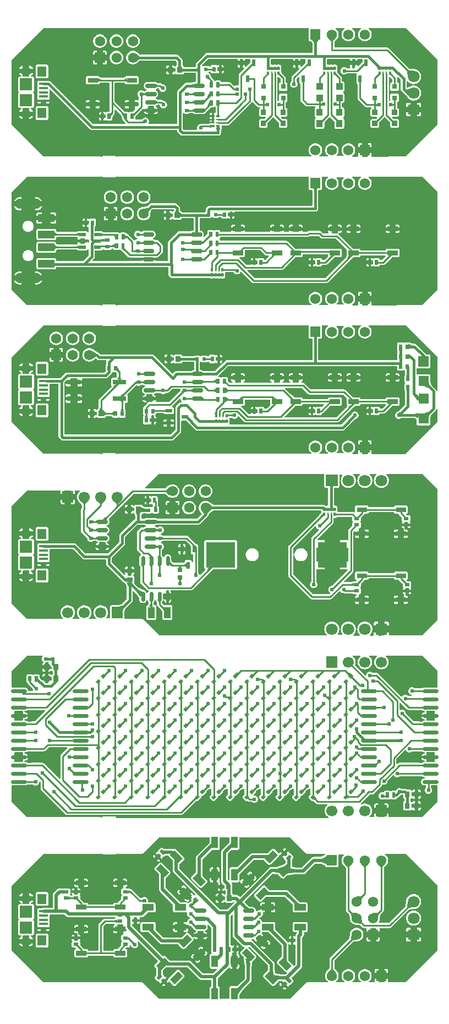
<source format=gtl>
G04 Layer: TopLayer*
G04 EasyEDA v6.4.25, 2021-12-03T12:49:28+01:00*
G04 accffd0c38b74f39b4550f21fb377da6,9c416354eb984020824aaf9c885bead6,10*
G04 Gerber Generator version 0.2*
G04 Scale: 100 percent, Rotated: No, Reflected: No *
G04 Dimensions in inches *
G04 leading zeros omitted , absolute positions ,3 integer and 6 decimal *
%FSLAX36Y36*%
%MOIN*%

%ADD10C,0.0100*%
%ADD11C,0.0200*%
%ADD12C,0.0150*%
%ADD13C,0.0220*%
%ADD14C,0.0256*%
%ADD15C,0.0236*%
%ADD16C,0.0240*%
%ADD17R,0.0197X0.0315*%
%ADD18R,0.0421X0.0236*%
%ADD19R,0.0236X0.0421*%
%ADD20R,0.0422X0.0209*%
%ADD21R,0.0315X0.0197*%
%ADD22R,0.0984X0.0472*%
%ADD23R,0.0630X0.0644*%
%ADD25R,0.0394X0.0709*%
%ADD26R,0.0709X0.0394*%
%ADD27R,0.0622X0.0315*%
%ADD28R,0.1772X0.1575*%
%ADD29R,0.0787X0.0315*%
%ADD30R,0.0532X0.0157*%
%ADD31R,0.0551X0.0630*%
%ADD32R,0.0748X0.0748*%
%ADD33R,0.0315X0.0315*%
%ADD34R,0.0157X0.0217*%
%ADD35R,0.0098X0.0217*%
%ADD36R,0.0390X0.0430*%
%ADD37R,0.0236X0.0197*%
%ADD38R,0.0217X0.0157*%
%ADD39R,0.0217X0.0098*%
%ADD40R,0.0197X0.0236*%
%ADD41R,0.0315X0.0354*%
%ADD42R,0.0354X0.0315*%
%ADD43R,0.0620X0.0620*%
%ADD44C,0.0620*%
%ADD46C,0.0669*%
%ADD47C,0.0709*%
%ADD48R,0.0709X0.0620*%
%ADD49R,0.0709X0.0709*%
%ADD50C,0.0591*%
%ADD51C,0.0433*%

%LPD*%
G36*
X1360120Y1137700D02*
G01*
X1358779Y1138060D01*
X1357640Y1138860D01*
X1340880Y1155600D01*
X1338440Y1157620D01*
X1335800Y1159020D01*
X1332960Y1159880D01*
X1329800Y1160200D01*
X1283260Y1160200D01*
X1281660Y1160540D01*
X1280340Y1161480D01*
X1279480Y1162880D01*
X1278680Y1165160D01*
X1277480Y1167100D01*
X1275860Y1168700D01*
X1273940Y1169920D01*
X1271780Y1170660D01*
X1269300Y1170940D01*
X1250060Y1170940D01*
X1247580Y1170660D01*
X1245420Y1169920D01*
X1242140Y1167740D01*
X1240700Y1167400D01*
X1239240Y1167620D01*
X1237960Y1168340D01*
X1237020Y1169500D01*
X1235260Y1172740D01*
X1234340Y1175480D01*
X1232940Y1178120D01*
X1230920Y1180560D01*
X1219560Y1191920D01*
X1218620Y1193420D01*
X1217060Y1197820D01*
X1215840Y1202580D01*
X1214220Y1206100D01*
X1212000Y1209260D01*
X1209260Y1212000D01*
X1206100Y1214220D01*
X1204720Y1214860D01*
X1203360Y1215880D01*
X1202560Y1217380D01*
X1202460Y1219080D01*
X1203060Y1220680D01*
X1204280Y1221860D01*
X1204800Y1222200D01*
X1206240Y1223620D01*
X1207540Y1224500D01*
X1209060Y1224800D01*
X1211740Y1224800D01*
X1213340Y1224460D01*
X1214660Y1223520D01*
X1215520Y1222120D01*
X1216320Y1219840D01*
X1217520Y1217900D01*
X1219140Y1216300D01*
X1221060Y1215080D01*
X1223220Y1214340D01*
X1225700Y1214060D01*
X1244940Y1214060D01*
X1247420Y1214340D01*
X1249580Y1215080D01*
X1251500Y1216300D01*
X1252180Y1216960D01*
X1253480Y1217840D01*
X1255000Y1218140D01*
X1256540Y1217840D01*
X1257840Y1216960D01*
X1258500Y1216300D01*
X1260440Y1215080D01*
X1262580Y1214340D01*
X1265080Y1214060D01*
X1267260Y1214060D01*
X1267260Y1229620D01*
X1259360Y1229620D01*
X1257840Y1229940D01*
X1256540Y1230800D01*
X1255660Y1232100D01*
X1255360Y1233620D01*
X1255360Y1246380D01*
X1255660Y1247900D01*
X1256540Y1249200D01*
X1257840Y1250060D01*
X1259360Y1250380D01*
X1267260Y1250380D01*
X1267260Y1265940D01*
X1265080Y1265940D01*
X1262580Y1265660D01*
X1260440Y1264920D01*
X1258500Y1263700D01*
X1257840Y1263040D01*
X1256540Y1262160D01*
X1255000Y1261860D01*
X1253480Y1262160D01*
X1252180Y1263040D01*
X1251500Y1263700D01*
X1249580Y1264920D01*
X1247420Y1265660D01*
X1244940Y1265940D01*
X1225700Y1265940D01*
X1223220Y1265660D01*
X1221060Y1264920D01*
X1219140Y1263700D01*
X1217520Y1262100D01*
X1216320Y1260160D01*
X1215520Y1257880D01*
X1214660Y1256480D01*
X1213340Y1255540D01*
X1211740Y1255200D01*
X1209060Y1255200D01*
X1207540Y1255500D01*
X1206240Y1256380D01*
X1204800Y1257800D01*
X1202880Y1259000D01*
X1200720Y1259760D01*
X1198240Y1260040D01*
X1175060Y1260040D01*
X1172580Y1259760D01*
X1168760Y1258360D01*
X1167100Y1258460D01*
X1165640Y1259220D01*
X1164600Y1260520D01*
X1164180Y1262100D01*
X1164440Y1263740D01*
X1165320Y1265120D01*
X1200820Y1301100D01*
X1202140Y1302000D01*
X1203680Y1302300D01*
X1376579Y1302300D01*
X1378120Y1302000D01*
X1379420Y1301120D01*
X1380280Y1299840D01*
X1380580Y1298300D01*
X1380580Y1291639D01*
X1394199Y1291639D01*
X1394199Y1298300D01*
X1394500Y1299840D01*
X1395360Y1301120D01*
X1396660Y1302000D01*
X1398200Y1302300D01*
X1407000Y1302300D01*
X1408540Y1302000D01*
X1409840Y1301120D01*
X1410700Y1299840D01*
X1411000Y1298300D01*
X1411000Y1291639D01*
X1424600Y1291639D01*
X1424600Y1298300D01*
X1424920Y1299840D01*
X1425780Y1301120D01*
X1427080Y1302000D01*
X1428600Y1302300D01*
X1451399Y1302300D01*
X1452920Y1302000D01*
X1454220Y1301120D01*
X1455080Y1299840D01*
X1455400Y1298300D01*
X1455400Y1280340D01*
X1455080Y1278820D01*
X1454220Y1277520D01*
X1431440Y1254740D01*
X1430140Y1253860D01*
X1428600Y1253560D01*
X1427080Y1253860D01*
X1425780Y1254740D01*
X1424920Y1256020D01*
X1424600Y1257560D01*
X1424600Y1265580D01*
X1411000Y1265580D01*
X1411000Y1247360D01*
X1414400Y1247360D01*
X1415940Y1247040D01*
X1417240Y1246180D01*
X1418100Y1244880D01*
X1418400Y1243360D01*
X1418100Y1241820D01*
X1417240Y1240520D01*
X1389400Y1212680D01*
X1387380Y1210240D01*
X1385980Y1207600D01*
X1385120Y1204760D01*
X1384800Y1201600D01*
X1384800Y1145460D01*
X1384540Y1144040D01*
X1383779Y1142800D01*
X1382620Y1141900D01*
X1381220Y1141480D01*
X1379760Y1141600D01*
X1378860Y1141840D01*
X1375000Y1142180D01*
X1371140Y1141840D01*
X1367420Y1140840D01*
X1363899Y1139220D01*
X1362760Y1138400D01*
X1361500Y1137820D01*
G37*

%LPC*%
G36*
X1282120Y1214060D02*
G01*
X1284300Y1214060D01*
X1286800Y1214340D01*
X1288940Y1215080D01*
X1290880Y1216300D01*
X1292480Y1217900D01*
X1293700Y1219840D01*
X1294460Y1221980D01*
X1294740Y1224480D01*
X1294740Y1229620D01*
X1282120Y1229620D01*
G37*
G36*
X1391020Y1247360D02*
G01*
X1394199Y1247360D01*
X1394199Y1265580D01*
X1380580Y1265580D01*
X1380580Y1257780D01*
X1380860Y1255280D01*
X1381620Y1253140D01*
X1382840Y1251220D01*
X1384440Y1249600D01*
X1386380Y1248380D01*
X1388520Y1247640D01*
G37*
G36*
X1282120Y1250380D02*
G01*
X1294740Y1250380D01*
X1294740Y1255520D01*
X1294460Y1258020D01*
X1293700Y1260160D01*
X1292480Y1262100D01*
X1290880Y1263700D01*
X1288940Y1264920D01*
X1286800Y1265660D01*
X1284300Y1265940D01*
X1282120Y1265940D01*
G37*

%LPD*%
G36*
X1053980Y872700D02*
G01*
X1052460Y873000D01*
X1051160Y873880D01*
X1048880Y876160D01*
X1048000Y877460D01*
X1047700Y878980D01*
X1047700Y971380D01*
X1048000Y972920D01*
X1048880Y974220D01*
X1050160Y975080D01*
X1051700Y975380D01*
X1053240Y975080D01*
X1054520Y974220D01*
X1055740Y973000D01*
X1058900Y970780D01*
X1062420Y969160D01*
X1066140Y968160D01*
X1070000Y967820D01*
X1073860Y968160D01*
X1077580Y969160D01*
X1081100Y970780D01*
X1083260Y972240D01*
X1087820Y974419D01*
X1089540Y974800D01*
X1103920Y974800D01*
X1105700Y974380D01*
X1111600Y971400D01*
X1114060Y969780D01*
X1117600Y968240D01*
X1119840Y967600D01*
X1121120Y967340D01*
X1125180Y967000D01*
X1166180Y967000D01*
X1170120Y967340D01*
X1173800Y968259D01*
X1177280Y969780D01*
X1180460Y971860D01*
X1183260Y974440D01*
X1186160Y978319D01*
X1192320Y985500D01*
X1205940Y999120D01*
X1215560Y1008000D01*
X1216820Y1008780D01*
X1218280Y1009060D01*
X1229920Y1009060D01*
X1232420Y1009340D01*
X1234560Y1010080D01*
X1236500Y1011300D01*
X1237160Y1011960D01*
X1238460Y1012840D01*
X1240000Y1013139D01*
X1241520Y1012840D01*
X1242820Y1011960D01*
X1244720Y1010260D01*
X1245380Y1009080D01*
X1245600Y1007760D01*
X1245600Y978400D01*
X1245260Y976760D01*
X1244260Y975420D01*
X1242820Y974580D01*
X1241160Y974419D01*
X1239860Y974560D01*
X1237160Y974560D01*
X1237160Y962660D01*
X1238500Y961800D01*
X1239400Y960500D01*
X1239720Y958940D01*
X1239720Y954060D01*
X1239400Y952500D01*
X1238500Y951180D01*
X1237160Y950320D01*
X1237160Y939539D01*
X1238500Y938680D01*
X1239400Y937360D01*
X1239720Y935800D01*
X1239720Y933880D01*
X1239400Y932320D01*
X1238500Y931000D01*
X1237160Y930160D01*
X1237160Y919840D01*
X1238500Y919000D01*
X1239400Y917680D01*
X1239720Y915580D01*
X1239420Y914040D01*
X1238560Y912740D01*
X1237260Y911880D01*
X1235720Y911580D01*
X1218620Y911580D01*
X1216320Y911360D01*
X1210620Y910260D01*
X1206960Y910200D01*
X1206040Y909539D01*
X1204980Y909180D01*
X1202080Y908700D01*
X1163700Y908700D01*
X1160540Y908379D01*
X1157320Y907420D01*
X1156320Y907240D01*
X1153000Y907099D01*
X1151220Y906860D01*
X1147420Y905840D01*
X1143900Y904220D01*
X1140740Y902000D01*
X1138000Y899260D01*
X1135780Y896100D01*
X1134160Y892580D01*
X1133160Y888860D01*
X1132820Y885000D01*
X1133160Y881140D01*
X1134060Y877740D01*
X1134180Y876280D01*
X1133760Y874880D01*
X1132880Y873720D01*
X1131640Y872960D01*
X1130200Y872700D01*
G37*

%LPC*%
G36*
X1208260Y920120D02*
G01*
X1221340Y920120D01*
X1221340Y929880D01*
X1208260Y929880D01*
X1208500Y927660D01*
X1208980Y926320D01*
X1209200Y925000D01*
X1208980Y923680D01*
X1208500Y922340D01*
G37*
G36*
X1208260Y939800D02*
G01*
X1221340Y939800D01*
X1221340Y950060D01*
X1208220Y950060D01*
X1208220Y948840D01*
X1208500Y946360D01*
X1209020Y944200D01*
X1208800Y942880D01*
X1208500Y942020D01*
G37*
G36*
X1208220Y962940D02*
G01*
X1221340Y962940D01*
X1221340Y974560D01*
X1218640Y974560D01*
X1216160Y974280D01*
X1214020Y973540D01*
X1212080Y972320D01*
X1210480Y970720D01*
X1209260Y968780D01*
X1208500Y966640D01*
X1208220Y964140D01*
G37*

%LPD*%
G36*
X644960Y709220D02*
G01*
X643360Y709640D01*
X642080Y710680D01*
X641440Y711440D01*
X638980Y713460D01*
X636200Y714940D01*
X633160Y715860D01*
X630000Y716180D01*
X626840Y715860D01*
X623800Y714940D01*
X621880Y713920D01*
X620660Y713500D01*
X619340Y713500D01*
X618120Y713920D01*
X616200Y714940D01*
X613160Y715860D01*
X610000Y716180D01*
X606840Y715860D01*
X603800Y714940D01*
X601880Y713920D01*
X600660Y713500D01*
X599340Y713500D01*
X598120Y713920D01*
X596200Y714940D01*
X593160Y715860D01*
X590000Y716180D01*
X586840Y715860D01*
X583800Y714940D01*
X581880Y713920D01*
X580660Y713500D01*
X579340Y713500D01*
X578120Y713920D01*
X576200Y714940D01*
X573160Y715860D01*
X570000Y716180D01*
X566840Y715860D01*
X563800Y714940D01*
X561020Y713460D01*
X558560Y711440D01*
X557940Y710699D01*
X556580Y709620D01*
X554900Y709240D01*
X552880Y709740D01*
X549940Y710200D01*
X205880Y710200D01*
X204360Y710500D01*
X203060Y711380D01*
X11379Y903060D01*
X10500Y904360D01*
X10200Y905879D01*
X10200Y1294120D01*
X10500Y1295640D01*
X11379Y1296940D01*
X203060Y1488620D01*
X204360Y1489500D01*
X205880Y1489800D01*
X1805740Y1489800D01*
X1807220Y1489520D01*
X1808500Y1488700D01*
X1809379Y1487460D01*
X1809720Y1485980D01*
X1809500Y1484480D01*
X1809079Y1483260D01*
X1808800Y1480780D01*
X1808800Y1419220D01*
X1809079Y1416740D01*
X1809840Y1414580D01*
X1811040Y1412660D01*
X1812660Y1411040D01*
X1814580Y1409840D01*
X1816740Y1409079D01*
X1819220Y1408800D01*
X1822480Y1408800D01*
X1823920Y1408540D01*
X1825160Y1407760D01*
X1826060Y1406579D01*
X1831879Y1394940D01*
X1832300Y1393140D01*
X1832300Y1341699D01*
X1832000Y1340160D01*
X1831120Y1338880D01*
X1829840Y1338000D01*
X1828300Y1337700D01*
X1193800Y1337680D01*
X1190440Y1337180D01*
X1187340Y1336120D01*
X1184500Y1334520D01*
X1181880Y1332300D01*
X1130040Y1279720D01*
X1128000Y1277000D01*
X1126560Y1274060D01*
X1125700Y1270920D01*
X1125400Y1267480D01*
X1125460Y1259760D01*
X1125160Y1258200D01*
X1124280Y1256900D01*
X1123580Y1256180D01*
X1122560Y1254580D01*
X1121680Y1253580D01*
X1120500Y1252920D01*
X1119180Y1252700D01*
X1056900Y1252700D01*
X1055300Y1253040D01*
X1053960Y1253980D01*
X1053120Y1255380D01*
X1052500Y1257140D01*
X1051300Y1259060D01*
X1049700Y1260660D01*
X1047560Y1261960D01*
X1046700Y1262660D01*
X1045720Y1264280D01*
X1045300Y1266060D01*
X1045280Y1293080D01*
X1044800Y1296459D01*
X1043760Y1299560D01*
X1042180Y1302400D01*
X1039980Y1305060D01*
X1022020Y1322980D01*
X1019300Y1325040D01*
X1016380Y1326480D01*
X1013240Y1327380D01*
X1009820Y1327700D01*
X789400Y1327700D01*
X788040Y1327940D01*
X786840Y1328640D01*
X770140Y1342640D01*
X765600Y1345680D01*
X760759Y1348060D01*
X755660Y1349780D01*
X750380Y1350840D01*
X745000Y1351200D01*
X739620Y1350840D01*
X734340Y1349780D01*
X729240Y1348060D01*
X724400Y1345680D01*
X719920Y1342680D01*
X715879Y1339120D01*
X712320Y1335080D01*
X709320Y1330600D01*
X706940Y1325760D01*
X705220Y1320660D01*
X704160Y1315380D01*
X703800Y1310000D01*
X704160Y1304620D01*
X705220Y1299340D01*
X706940Y1294240D01*
X709320Y1289400D01*
X712320Y1284920D01*
X715879Y1280880D01*
X719920Y1277320D01*
X724400Y1274320D01*
X729240Y1271940D01*
X734340Y1270220D01*
X739620Y1269160D01*
X745000Y1268800D01*
X750380Y1269160D01*
X755660Y1270220D01*
X760759Y1271940D01*
X765600Y1274320D01*
X770140Y1277360D01*
X786840Y1291360D01*
X788040Y1292060D01*
X789400Y1292300D01*
X1001020Y1292300D01*
X1002540Y1292000D01*
X1003840Y1291120D01*
X1008720Y1286240D01*
X1009580Y1284960D01*
X1009880Y1283420D01*
X1009880Y1266080D01*
X1009460Y1264280D01*
X1008480Y1262660D01*
X1007620Y1261960D01*
X1005480Y1260660D01*
X1003900Y1259060D01*
X1003420Y1258320D01*
X1002320Y1257160D01*
X1000840Y1256520D01*
X999240Y1256520D01*
X997760Y1257160D01*
X996640Y1258320D01*
X996180Y1259060D01*
X994580Y1260680D01*
X992640Y1261880D01*
X990500Y1262640D01*
X988000Y1262920D01*
X982860Y1262920D01*
X982860Y1246360D01*
X997640Y1246360D01*
X999180Y1246060D01*
X1000480Y1245180D01*
X1001340Y1243880D01*
X1001640Y1242360D01*
X1001640Y1227640D01*
X1001340Y1226120D01*
X1000480Y1224820D01*
X999180Y1223940D01*
X997640Y1223640D01*
X982860Y1223640D01*
X982860Y1207080D01*
X988000Y1207080D01*
X990500Y1207360D01*
X992640Y1208120D01*
X994580Y1209320D01*
X996180Y1210940D01*
X996640Y1211680D01*
X997760Y1212840D01*
X999240Y1213480D01*
X1000840Y1213480D01*
X1002320Y1212840D01*
X1003420Y1211680D01*
X1003900Y1210940D01*
X1005500Y1209320D01*
X1007440Y1208120D01*
X1009580Y1207360D01*
X1012060Y1207080D01*
X1043120Y1207080D01*
X1045600Y1207360D01*
X1047760Y1208120D01*
X1049680Y1209320D01*
X1051300Y1210940D01*
X1052500Y1212860D01*
X1053120Y1214620D01*
X1053960Y1216020D01*
X1055300Y1216960D01*
X1056900Y1217300D01*
X1121600Y1217300D01*
X1123140Y1217000D01*
X1124420Y1216120D01*
X1125300Y1214840D01*
X1125600Y1213300D01*
X1125600Y1166720D01*
X1125320Y1165260D01*
X1124540Y1164000D01*
X1123360Y1163120D01*
X1117540Y1161740D01*
X1116120Y1161180D01*
X1101760Y1157800D01*
X1100860Y1157700D01*
X1069320Y1157680D01*
X1065960Y1157220D01*
X1062860Y1156180D01*
X1060000Y1154580D01*
X1057360Y1152380D01*
X1017020Y1112020D01*
X1014960Y1109300D01*
X1013520Y1106380D01*
X1012620Y1103240D01*
X1012300Y1099820D01*
X1012300Y911700D01*
X1012000Y910160D01*
X1011120Y908880D01*
X1009840Y908000D01*
X1008300Y907700D01*
X842540Y907700D01*
X840980Y908020D01*
X839659Y908940D01*
X838800Y910280D01*
X838560Y911860D01*
X838940Y913420D01*
X840860Y917420D01*
X841840Y921140D01*
X842180Y925000D01*
X841840Y928860D01*
X840840Y932580D01*
X839220Y936100D01*
X837000Y939260D01*
X834260Y942000D01*
X831100Y944220D01*
X827580Y945840D01*
X823860Y946840D01*
X820000Y947180D01*
X816140Y946840D01*
X812420Y945840D01*
X808900Y944220D01*
X805740Y942000D01*
X803000Y939260D01*
X801880Y937840D01*
X800080Y936220D01*
X798840Y935460D01*
X797400Y935200D01*
X763720Y935200D01*
X762180Y935500D01*
X760879Y936380D01*
X760020Y937680D01*
X759720Y939200D01*
X759720Y951880D01*
X760020Y953420D01*
X760900Y954700D01*
X804460Y998280D01*
X805939Y999220D01*
X807660Y999440D01*
X809320Y998900D01*
X835100Y998900D01*
X835100Y1013000D01*
X835400Y1014539D01*
X836260Y1015840D01*
X837560Y1016700D01*
X839100Y1017000D01*
X869560Y1017000D01*
X871100Y1016700D01*
X872380Y1015840D01*
X873259Y1014539D01*
X873560Y1013000D01*
X873560Y998900D01*
X896160Y998900D01*
X896040Y999240D01*
X894240Y1002560D01*
X891900Y1005560D01*
X889120Y1008139D01*
X885939Y1010220D01*
X883360Y1011340D01*
X882099Y1012220D01*
X881280Y1013500D01*
X880980Y1015000D01*
X881280Y1016500D01*
X882099Y1017780D01*
X883360Y1018660D01*
X885939Y1019780D01*
X888820Y1021640D01*
X894300Y1024380D01*
X896080Y1024800D01*
X904160Y1024800D01*
X905620Y1024520D01*
X906860Y1023740D01*
X907760Y1022560D01*
X909160Y1017420D01*
X910780Y1013900D01*
X913000Y1010740D01*
X915740Y1008000D01*
X918900Y1005780D01*
X922420Y1004160D01*
X926140Y1003160D01*
X930000Y1002820D01*
X933860Y1003160D01*
X937580Y1004160D01*
X941100Y1005780D01*
X944260Y1008000D01*
X947000Y1010740D01*
X949220Y1013900D01*
X950840Y1017420D01*
X951840Y1021140D01*
X952180Y1025000D01*
X951840Y1028860D01*
X950840Y1032580D01*
X949220Y1036100D01*
X947000Y1039260D01*
X944260Y1042000D01*
X941100Y1044220D01*
X937580Y1045840D01*
X932820Y1047060D01*
X928420Y1048620D01*
X926919Y1049560D01*
X925879Y1050600D01*
X923439Y1052620D01*
X920800Y1054020D01*
X917960Y1054880D01*
X914800Y1055200D01*
X896080Y1055200D01*
X894300Y1055620D01*
X888400Y1058600D01*
X885939Y1060220D01*
X883379Y1061340D01*
X882120Y1062220D01*
X881280Y1063500D01*
X880980Y1065000D01*
X881280Y1066500D01*
X882120Y1067780D01*
X883379Y1068660D01*
X885939Y1069780D01*
X889120Y1071860D01*
X891900Y1074440D01*
X894240Y1077440D01*
X896040Y1080760D01*
X897280Y1084360D01*
X897900Y1088100D01*
X897900Y1091900D01*
X897280Y1095640D01*
X896040Y1099240D01*
X894240Y1102560D01*
X891900Y1105560D01*
X889120Y1108140D01*
X885939Y1110220D01*
X883379Y1111340D01*
X882120Y1112220D01*
X881280Y1113500D01*
X880980Y1115000D01*
X881280Y1116500D01*
X882120Y1117780D01*
X883379Y1118660D01*
X885939Y1119780D01*
X888820Y1121640D01*
X894300Y1124380D01*
X896080Y1124800D01*
X899160Y1124800D01*
X900620Y1124520D01*
X901860Y1123740D01*
X902760Y1122560D01*
X904160Y1117420D01*
X905780Y1113900D01*
X908000Y1110740D01*
X910740Y1108000D01*
X913900Y1105780D01*
X917420Y1104160D01*
X921140Y1103160D01*
X925000Y1102820D01*
X928860Y1103160D01*
X932580Y1104160D01*
X936100Y1105780D01*
X939260Y1108000D01*
X942000Y1110740D01*
X944220Y1113900D01*
X945840Y1117420D01*
X946840Y1121140D01*
X947180Y1125000D01*
X946840Y1128860D01*
X945840Y1132580D01*
X944220Y1136100D01*
X942000Y1139260D01*
X939260Y1142000D01*
X936100Y1144220D01*
X932580Y1145840D01*
X927820Y1147060D01*
X923420Y1148620D01*
X921919Y1149560D01*
X920879Y1150600D01*
X918439Y1152620D01*
X915800Y1154020D01*
X912960Y1154880D01*
X909800Y1155200D01*
X896080Y1155200D01*
X894300Y1155620D01*
X888400Y1158600D01*
X885939Y1160220D01*
X882400Y1161760D01*
X880160Y1162400D01*
X878880Y1162660D01*
X874840Y1163000D01*
X833820Y1163000D01*
X829880Y1162660D01*
X826200Y1161740D01*
X822720Y1160220D01*
X819539Y1158140D01*
X816760Y1155560D01*
X814419Y1152560D01*
X812620Y1149240D01*
X811380Y1145640D01*
X810759Y1141900D01*
X810759Y1138100D01*
X811380Y1134360D01*
X812620Y1130760D01*
X814419Y1127440D01*
X816760Y1124440D01*
X819539Y1121860D01*
X822720Y1119780D01*
X825280Y1118660D01*
X826540Y1117780D01*
X827380Y1116500D01*
X827680Y1115000D01*
X827380Y1113500D01*
X826540Y1112220D01*
X825280Y1111340D01*
X822720Y1110220D01*
X819820Y1108360D01*
X815320Y1106100D01*
X814180Y1105740D01*
X812980Y1105720D01*
X811820Y1106060D01*
X808259Y1107760D01*
X806100Y1109220D01*
X802580Y1110840D01*
X798860Y1111840D01*
X795000Y1112180D01*
X791140Y1111840D01*
X787420Y1110840D01*
X783900Y1109220D01*
X780740Y1107000D01*
X778000Y1104260D01*
X775780Y1101100D01*
X774160Y1097580D01*
X773160Y1093860D01*
X772820Y1090000D01*
X773160Y1086140D01*
X774160Y1082420D01*
X775780Y1078900D01*
X777240Y1076740D01*
X779419Y1072180D01*
X779800Y1070460D01*
X779800Y1055380D01*
X779440Y1053740D01*
X778439Y1052380D01*
X776960Y1051560D01*
X775260Y1051420D01*
X771460Y1052800D01*
X768960Y1053080D01*
X756140Y1053080D01*
X756140Y1037500D01*
X775800Y1037500D01*
X777340Y1037200D01*
X778620Y1036320D01*
X779500Y1035020D01*
X779800Y1033500D01*
X779800Y1020759D01*
X779500Y1019220D01*
X778620Y1017920D01*
X777340Y1017060D01*
X775800Y1016760D01*
X756140Y1016760D01*
X756140Y1000920D01*
X757480Y1000060D01*
X758379Y998760D01*
X758720Y997220D01*
X758420Y995660D01*
X757540Y994340D01*
X745320Y982120D01*
X744020Y981260D01*
X742480Y980939D01*
X730060Y980939D01*
X727580Y980660D01*
X725420Y979920D01*
X723500Y978700D01*
X722820Y978040D01*
X721520Y977159D01*
X720000Y976860D01*
X718460Y977159D01*
X717159Y978040D01*
X716500Y978700D01*
X714560Y979920D01*
X712420Y980660D01*
X709920Y980939D01*
X698259Y980939D01*
X696820Y981220D01*
X695560Y982000D01*
X685819Y990980D01*
X634720Y1042099D01*
X633840Y1043400D01*
X633540Y1044920D01*
X633540Y1153580D01*
X633840Y1155120D01*
X634720Y1156420D01*
X636020Y1157280D01*
X637540Y1157580D01*
X688640Y1157580D01*
X690420Y1157160D01*
X696060Y1154360D01*
X696960Y1153740D01*
X697660Y1152900D01*
X699040Y1150700D01*
X700639Y1149100D01*
X702580Y1147880D01*
X704720Y1147120D01*
X707220Y1146840D01*
X768960Y1146840D01*
X771460Y1147120D01*
X773600Y1147880D01*
X775540Y1149100D01*
X777140Y1150700D01*
X778360Y1152640D01*
X779120Y1154780D01*
X779400Y1157280D01*
X779400Y1188320D01*
X779120Y1190800D01*
X778360Y1192960D01*
X777140Y1194880D01*
X775540Y1196500D01*
X773600Y1197700D01*
X771460Y1198460D01*
X768960Y1198740D01*
X707220Y1198740D01*
X704720Y1198460D01*
X702580Y1197700D01*
X700639Y1196500D01*
X699040Y1194880D01*
X697640Y1192680D01*
X696940Y1191840D01*
X696040Y1191220D01*
X690420Y1188420D01*
X688640Y1187980D01*
X551320Y1187980D01*
X549540Y1188420D01*
X543920Y1191220D01*
X543020Y1191840D01*
X542320Y1192660D01*
X540940Y1194880D01*
X539320Y1196500D01*
X537400Y1197700D01*
X535240Y1198460D01*
X532760Y1198740D01*
X471000Y1198740D01*
X468500Y1198460D01*
X466360Y1197700D01*
X464420Y1196500D01*
X462819Y1194880D01*
X461599Y1192960D01*
X460860Y1190800D01*
X460580Y1188320D01*
X460580Y1157280D01*
X460860Y1154780D01*
X461599Y1152640D01*
X462819Y1150700D01*
X464420Y1149100D01*
X466360Y1147880D01*
X468500Y1147120D01*
X471000Y1146840D01*
X532760Y1146840D01*
X535240Y1147120D01*
X537400Y1147880D01*
X539320Y1149100D01*
X540940Y1150700D01*
X542320Y1152920D01*
X543020Y1153740D01*
X543920Y1154360D01*
X549540Y1157160D01*
X551320Y1157580D01*
X599140Y1157580D01*
X600680Y1157280D01*
X601980Y1156420D01*
X602840Y1155120D01*
X603140Y1153580D01*
X603140Y984940D01*
X602840Y983420D01*
X601980Y982120D01*
X600680Y981260D01*
X599140Y980939D01*
X590060Y980939D01*
X587580Y980660D01*
X585420Y979920D01*
X583500Y978700D01*
X582820Y978040D01*
X581520Y977159D01*
X580000Y976860D01*
X578460Y977159D01*
X577160Y978040D01*
X576500Y978700D01*
X574560Y979920D01*
X572420Y980660D01*
X569920Y980939D01*
X567740Y980939D01*
X567740Y965380D01*
X575640Y965380D01*
X577160Y965060D01*
X578460Y964200D01*
X579340Y962900D01*
X579640Y961380D01*
X579640Y948620D01*
X579340Y947099D01*
X578460Y945800D01*
X577160Y944940D01*
X575640Y944620D01*
X567740Y944620D01*
X567740Y929060D01*
X569920Y929060D01*
X572420Y929340D01*
X574560Y930080D01*
X576500Y931300D01*
X577160Y931960D01*
X578460Y932840D01*
X580000Y933139D01*
X581520Y932840D01*
X582820Y931960D01*
X583500Y931300D01*
X585420Y930080D01*
X587580Y929340D01*
X590060Y929060D01*
X609300Y929060D01*
X611780Y929340D01*
X613940Y930080D01*
X615860Y931300D01*
X617480Y932900D01*
X618680Y934840D01*
X619440Y936979D01*
X619720Y939479D01*
X619720Y942840D01*
X620060Y944460D01*
X627180Y960620D01*
X628020Y961840D01*
X628960Y962780D01*
X630960Y965220D01*
X632380Y967860D01*
X633240Y970699D01*
X633540Y973860D01*
X633540Y990620D01*
X633840Y992159D01*
X634720Y993460D01*
X636020Y994320D01*
X637540Y994620D01*
X639080Y994320D01*
X640380Y993460D01*
X668880Y964940D01*
X669599Y963960D01*
X679820Y944240D01*
X680160Y943340D01*
X680260Y942400D01*
X680260Y939479D01*
X680540Y936979D01*
X681300Y934860D01*
X682640Y932760D01*
X683580Y931740D01*
X685600Y929840D01*
X686400Y928760D01*
X687720Y926220D01*
X689720Y923800D01*
X698980Y914520D01*
X699840Y913240D01*
X700140Y911700D01*
X699840Y910160D01*
X698980Y908880D01*
X697680Y908000D01*
X696140Y907700D01*
X504380Y907700D01*
X502860Y908000D01*
X501560Y908880D01*
X246240Y1164160D01*
X243520Y1166220D01*
X240600Y1167660D01*
X237440Y1168580D01*
X234680Y1168880D01*
X229100Y1169260D01*
X176320Y1169260D01*
X173820Y1168980D01*
X171680Y1168220D01*
X169760Y1167000D01*
X168140Y1165400D01*
X166920Y1163460D01*
X166180Y1161320D01*
X165900Y1158820D01*
X165900Y1143540D01*
X166180Y1141040D01*
X166640Y1139700D01*
X166860Y1138380D01*
X166640Y1137060D01*
X166180Y1135720D01*
X165900Y1133240D01*
X165900Y1117940D01*
X166180Y1115460D01*
X166640Y1114120D01*
X166860Y1112800D01*
X166640Y1111480D01*
X166180Y1110140D01*
X165900Y1107640D01*
X165900Y1092360D01*
X166180Y1089860D01*
X166640Y1088520D01*
X166860Y1087200D01*
X166640Y1085880D01*
X166180Y1084540D01*
X165900Y1082060D01*
X165900Y1066760D01*
X166180Y1064280D01*
X166640Y1062940D01*
X166860Y1061620D01*
X166640Y1060300D01*
X166180Y1058960D01*
X165900Y1056460D01*
X165900Y1055260D01*
X188140Y1055260D01*
X189420Y1056060D01*
X190880Y1056340D01*
X214460Y1056340D01*
X215920Y1056060D01*
X217180Y1055260D01*
X239440Y1055260D01*
X239440Y1056460D01*
X239160Y1058960D01*
X238700Y1060300D01*
X238480Y1061620D01*
X238700Y1062940D01*
X239160Y1064280D01*
X239440Y1066760D01*
X239440Y1082060D01*
X239160Y1084540D01*
X238700Y1085880D01*
X238480Y1087200D01*
X238700Y1088520D01*
X239160Y1089860D01*
X239440Y1092360D01*
X239440Y1107640D01*
X239160Y1110140D01*
X238780Y1112140D01*
X239140Y1113620D01*
X240040Y1114860D01*
X241320Y1115680D01*
X242840Y1115940D01*
X244340Y1115620D01*
X245600Y1114760D01*
X483380Y877020D01*
X486100Y874960D01*
X489020Y873520D01*
X492160Y872620D01*
X495580Y872300D01*
X1008420Y872300D01*
X1009820Y872039D01*
X1011040Y871320D01*
X1011940Y870200D01*
X1012380Y868860D01*
X1012780Y865960D01*
X1013820Y862860D01*
X1015420Y860000D01*
X1017620Y857360D01*
X1032980Y842020D01*
X1035699Y839960D01*
X1038620Y838520D01*
X1041760Y837620D01*
X1045180Y837300D01*
X1260700Y837300D01*
X1262440Y837380D01*
X1264060Y837600D01*
X1265640Y837980D01*
X1267200Y838500D01*
X1268680Y839160D01*
X1270120Y839960D01*
X1271460Y840879D01*
X1272720Y841919D01*
X1273880Y843080D01*
X1274920Y844340D01*
X1275840Y845680D01*
X1276640Y847120D01*
X1277300Y848600D01*
X1277820Y850160D01*
X1278200Y851740D01*
X1278420Y853360D01*
X1278500Y855100D01*
X1278540Y863000D01*
X1281639Y884000D01*
X1281780Y885780D01*
X1281780Y896000D01*
X1282080Y897540D01*
X1282940Y898820D01*
X1284240Y899700D01*
X1285780Y900000D01*
X1320000Y900000D01*
X1323160Y900320D01*
X1326000Y901180D01*
X1328640Y902580D01*
X1331080Y904599D01*
X1462100Y1035600D01*
X1464120Y1038060D01*
X1464480Y1038720D01*
X1465400Y1039880D01*
X1466699Y1040620D01*
X1468160Y1040840D01*
X1469600Y1040500D01*
X1470840Y1039680D01*
X1496120Y1014400D01*
X1498560Y1012380D01*
X1501200Y1010980D01*
X1504040Y1010120D01*
X1507200Y1009800D01*
X1511120Y1009800D01*
X1512780Y1009440D01*
X1514139Y1008400D01*
X1514960Y1006900D01*
X1515060Y1005200D01*
X1514460Y1003600D01*
X1512900Y1002200D01*
X1511300Y1000600D01*
X1510080Y998660D01*
X1509340Y996520D01*
X1509060Y994020D01*
X1509060Y962980D01*
X1509340Y960480D01*
X1510080Y958340D01*
X1511300Y956400D01*
X1512900Y954800D01*
X1514840Y953580D01*
X1516980Y952840D01*
X1519480Y952560D01*
X1544900Y952560D01*
X1546440Y952240D01*
X1547720Y951380D01*
X1548600Y950080D01*
X1548899Y948560D01*
X1548600Y947020D01*
X1547720Y945720D01*
X1540620Y938620D01*
X1539319Y937760D01*
X1537800Y937440D01*
X1519480Y937440D01*
X1516980Y937159D01*
X1514840Y936420D01*
X1512900Y935200D01*
X1511300Y933600D01*
X1510080Y931660D01*
X1509340Y929520D01*
X1509060Y927020D01*
X1509060Y895980D01*
X1509340Y893480D01*
X1510080Y891340D01*
X1511300Y889400D01*
X1512900Y887800D01*
X1514840Y886580D01*
X1516980Y885840D01*
X1519480Y885560D01*
X1550520Y885560D01*
X1553020Y885840D01*
X1555160Y886580D01*
X1557100Y887800D01*
X1558700Y889400D01*
X1559920Y891340D01*
X1560660Y893480D01*
X1560940Y895980D01*
X1560940Y914300D01*
X1561260Y915819D01*
X1562120Y917120D01*
X1592180Y947180D01*
X1593460Y948040D01*
X1595000Y948340D01*
X1596540Y948040D01*
X1597820Y947180D01*
X1627880Y917120D01*
X1628740Y915819D01*
X1629060Y914300D01*
X1629060Y895980D01*
X1629340Y893480D01*
X1630080Y891340D01*
X1631300Y889400D01*
X1632900Y887800D01*
X1634840Y886580D01*
X1636980Y885840D01*
X1639480Y885560D01*
X1670520Y885560D01*
X1673020Y885840D01*
X1675160Y886580D01*
X1677100Y887800D01*
X1678700Y889400D01*
X1679920Y891340D01*
X1680660Y893480D01*
X1680940Y895980D01*
X1680940Y927020D01*
X1680660Y929520D01*
X1679920Y931660D01*
X1678700Y933600D01*
X1677100Y935200D01*
X1675160Y936420D01*
X1673020Y937159D01*
X1670520Y937440D01*
X1652200Y937440D01*
X1650680Y937760D01*
X1649379Y938620D01*
X1642280Y945720D01*
X1641399Y947020D01*
X1641100Y948560D01*
X1641399Y950080D01*
X1642280Y951380D01*
X1643560Y952240D01*
X1645100Y952560D01*
X1670520Y952560D01*
X1673020Y952840D01*
X1675160Y953580D01*
X1677100Y954800D01*
X1678700Y956400D01*
X1679920Y958340D01*
X1680660Y960480D01*
X1680940Y962980D01*
X1680940Y994020D01*
X1680660Y996520D01*
X1679920Y998660D01*
X1678700Y1000600D01*
X1677100Y1002200D01*
X1675160Y1003420D01*
X1672880Y1004220D01*
X1671480Y1005060D01*
X1670540Y1006400D01*
X1670200Y1007980D01*
X1670200Y1037020D01*
X1670540Y1038600D01*
X1671480Y1039940D01*
X1672880Y1040780D01*
X1675160Y1041580D01*
X1677100Y1042800D01*
X1678700Y1044400D01*
X1679920Y1046340D01*
X1680660Y1048480D01*
X1680940Y1050980D01*
X1680940Y1082020D01*
X1680660Y1084520D01*
X1679920Y1086660D01*
X1678700Y1088600D01*
X1677100Y1090200D01*
X1675160Y1091420D01*
X1673020Y1092160D01*
X1670520Y1092440D01*
X1639480Y1092440D01*
X1636980Y1092160D01*
X1634840Y1091420D01*
X1632900Y1090200D01*
X1631300Y1088600D01*
X1630080Y1086660D01*
X1629340Y1084520D01*
X1629060Y1082020D01*
X1629060Y1050700D01*
X1628680Y1049000D01*
X1627620Y1047640D01*
X1626100Y1046840D01*
X1625040Y1046540D01*
X1623580Y1046440D01*
X1622180Y1046840D01*
X1621020Y1047740D01*
X1620260Y1048980D01*
X1620000Y1050420D01*
X1620000Y1189220D01*
X1620300Y1190760D01*
X1621180Y1192060D01*
X1622460Y1192920D01*
X1624379Y1193220D01*
X1625920Y1192920D01*
X1627220Y1192040D01*
X1638640Y1180600D01*
X1639500Y1179300D01*
X1639800Y1177760D01*
X1639800Y1162980D01*
X1639460Y1161400D01*
X1638520Y1160060D01*
X1637120Y1159220D01*
X1634840Y1158420D01*
X1632900Y1157200D01*
X1631300Y1155600D01*
X1630080Y1153660D01*
X1629340Y1151520D01*
X1629060Y1149020D01*
X1629060Y1117980D01*
X1629340Y1115480D01*
X1630080Y1113340D01*
X1631300Y1111400D01*
X1632900Y1109800D01*
X1634840Y1108580D01*
X1636980Y1107840D01*
X1639480Y1107560D01*
X1670520Y1107560D01*
X1673020Y1107840D01*
X1675160Y1108580D01*
X1677100Y1109800D01*
X1678700Y1111400D01*
X1679920Y1113340D01*
X1680660Y1115480D01*
X1680940Y1117980D01*
X1680940Y1149020D01*
X1680660Y1151520D01*
X1679920Y1153660D01*
X1678700Y1155600D01*
X1677100Y1157200D01*
X1675160Y1158420D01*
X1672880Y1159220D01*
X1671480Y1160060D01*
X1670540Y1161400D01*
X1670200Y1162980D01*
X1670200Y1185500D01*
X1669900Y1188640D01*
X1669040Y1191480D01*
X1667640Y1194120D01*
X1665620Y1196560D01*
X1645740Y1216520D01*
X1644880Y1217820D01*
X1644580Y1219360D01*
X1644580Y1224860D01*
X1644280Y1227340D01*
X1643820Y1228680D01*
X1643600Y1230000D01*
X1643820Y1231320D01*
X1644280Y1232660D01*
X1644580Y1235140D01*
X1644580Y1256360D01*
X1644280Y1258840D01*
X1643540Y1260980D01*
X1642320Y1262920D01*
X1640720Y1264520D01*
X1638779Y1265740D01*
X1636639Y1266500D01*
X1634139Y1266780D01*
X1618839Y1266780D01*
X1616360Y1266500D01*
X1614199Y1265980D01*
X1612880Y1266200D01*
X1612020Y1266500D01*
X1609540Y1266780D01*
X1600140Y1266780D01*
X1597660Y1266500D01*
X1596320Y1266020D01*
X1595000Y1265800D01*
X1593680Y1266020D01*
X1592340Y1266500D01*
X1589860Y1266780D01*
X1585200Y1266780D01*
X1583680Y1267080D01*
X1582380Y1267940D01*
X1581500Y1269240D01*
X1581200Y1270780D01*
X1581200Y1298300D01*
X1581500Y1299840D01*
X1582380Y1301120D01*
X1583680Y1302000D01*
X1585200Y1302300D01*
X1711579Y1302300D01*
X1713120Y1302000D01*
X1714420Y1301120D01*
X1715280Y1299840D01*
X1715580Y1298300D01*
X1715580Y1291639D01*
X1729199Y1291639D01*
X1729199Y1298300D01*
X1729500Y1299840D01*
X1730360Y1301120D01*
X1731660Y1302000D01*
X1733200Y1302300D01*
X1742000Y1302300D01*
X1743540Y1302000D01*
X1744840Y1301120D01*
X1745700Y1299840D01*
X1746000Y1298300D01*
X1746000Y1291639D01*
X1759600Y1291639D01*
X1759600Y1298300D01*
X1759920Y1299840D01*
X1760780Y1301120D01*
X1762080Y1302000D01*
X1763600Y1302300D01*
X1786399Y1302300D01*
X1787920Y1302000D01*
X1789220Y1301120D01*
X1790080Y1299840D01*
X1790400Y1298300D01*
X1790400Y1280340D01*
X1790080Y1278820D01*
X1789220Y1277520D01*
X1766440Y1254740D01*
X1765140Y1253860D01*
X1763600Y1253560D01*
X1762080Y1253860D01*
X1760780Y1254740D01*
X1759920Y1256020D01*
X1759600Y1257560D01*
X1759600Y1265580D01*
X1746000Y1265580D01*
X1746000Y1247360D01*
X1749400Y1247360D01*
X1750940Y1247040D01*
X1752240Y1246180D01*
X1753100Y1244880D01*
X1753400Y1243360D01*
X1753100Y1241820D01*
X1752240Y1240520D01*
X1709400Y1197680D01*
X1707380Y1195240D01*
X1705980Y1192600D01*
X1705120Y1189760D01*
X1704800Y1186600D01*
X1704800Y1167720D01*
X1704500Y1166180D01*
X1703620Y1164880D01*
X1703000Y1164260D01*
X1700780Y1161100D01*
X1699160Y1157580D01*
X1698160Y1153860D01*
X1697820Y1150000D01*
X1698160Y1146140D01*
X1699160Y1142420D01*
X1700780Y1138900D01*
X1703000Y1135740D01*
X1705740Y1133000D01*
X1708899Y1130780D01*
X1712420Y1129160D01*
X1716140Y1128160D01*
X1720000Y1127820D01*
X1723860Y1128160D01*
X1727580Y1129160D01*
X1731100Y1130780D01*
X1734259Y1133000D01*
X1737000Y1135740D01*
X1739220Y1138900D01*
X1740840Y1142420D01*
X1741840Y1146140D01*
X1742180Y1150000D01*
X1741840Y1153860D01*
X1740840Y1157580D01*
X1739220Y1161100D01*
X1737000Y1164260D01*
X1736380Y1164880D01*
X1735500Y1166180D01*
X1735200Y1167720D01*
X1735200Y1178840D01*
X1735500Y1180380D01*
X1736380Y1181680D01*
X1746160Y1191460D01*
X1747460Y1192340D01*
X1748980Y1192640D01*
X1750520Y1192340D01*
X1751819Y1191460D01*
X1752680Y1190160D01*
X1752980Y1188640D01*
X1752980Y1160540D01*
X1753260Y1158040D01*
X1754019Y1155900D01*
X1755240Y1153960D01*
X1756840Y1152360D01*
X1757920Y1151680D01*
X1758920Y1150780D01*
X1759580Y1149600D01*
X1759800Y1148280D01*
X1759800Y1055200D01*
X1760120Y1052040D01*
X1760980Y1049200D01*
X1762380Y1046560D01*
X1764400Y1044120D01*
X1789120Y1019400D01*
X1791560Y1017380D01*
X1794199Y1015980D01*
X1797040Y1015120D01*
X1800200Y1014800D01*
X1846339Y1014800D01*
X1847880Y1014500D01*
X1849180Y1013620D01*
X1850040Y1012340D01*
X1850340Y1010800D01*
X1850040Y1009260D01*
X1849180Y1007980D01*
X1847540Y1006340D01*
X1846339Y1004419D01*
X1845580Y1002260D01*
X1845300Y999780D01*
X1845300Y957220D01*
X1845580Y954740D01*
X1846339Y952580D01*
X1847540Y950660D01*
X1849160Y949040D01*
X1850200Y948379D01*
X1851360Y947280D01*
X1852000Y945800D01*
X1852000Y944200D01*
X1851360Y942720D01*
X1850200Y941620D01*
X1849160Y940960D01*
X1847540Y939340D01*
X1846339Y937420D01*
X1845580Y935260D01*
X1845300Y932780D01*
X1845300Y890220D01*
X1845580Y887740D01*
X1846339Y885580D01*
X1847540Y883660D01*
X1849160Y882039D01*
X1851080Y880840D01*
X1853240Y880080D01*
X1855720Y879800D01*
X1894280Y879800D01*
X1896759Y880080D01*
X1898920Y880840D01*
X1900840Y882039D01*
X1902460Y883660D01*
X1903660Y885580D01*
X1904420Y887740D01*
X1904700Y890220D01*
X1904700Y918040D01*
X1905000Y919580D01*
X1905880Y920879D01*
X1933920Y948920D01*
X1935220Y949800D01*
X1936759Y950100D01*
X1938280Y949800D01*
X1939580Y948920D01*
X1964120Y924380D01*
X1965000Y923080D01*
X1965300Y921540D01*
X1965300Y890220D01*
X1965580Y887740D01*
X1966339Y885580D01*
X1967540Y883660D01*
X1969160Y882039D01*
X1971080Y880840D01*
X1973240Y880080D01*
X1975720Y879800D01*
X2014280Y879800D01*
X2016759Y880080D01*
X2018920Y880840D01*
X2020840Y882039D01*
X2022460Y883660D01*
X2023660Y885580D01*
X2024420Y887740D01*
X2024700Y890220D01*
X2024700Y932780D01*
X2024420Y935260D01*
X2023660Y937420D01*
X2022460Y939340D01*
X2020840Y940960D01*
X2019800Y941620D01*
X2018640Y942720D01*
X2018000Y944200D01*
X2018000Y945800D01*
X2018640Y947280D01*
X2019800Y948379D01*
X2020840Y949040D01*
X2022460Y950660D01*
X2023660Y952580D01*
X2024420Y954740D01*
X2024700Y957220D01*
X2024700Y999780D01*
X2024420Y1002260D01*
X2023660Y1004419D01*
X2022460Y1006340D01*
X2020840Y1007960D01*
X2018920Y1009160D01*
X2016780Y1009920D01*
X2013800Y1010220D01*
X2012380Y1010639D01*
X2011240Y1011520D01*
X2010460Y1012760D01*
X2010200Y1014200D01*
X2010200Y1030800D01*
X2010460Y1032240D01*
X2011240Y1033480D01*
X2012380Y1034360D01*
X2013800Y1034780D01*
X2016780Y1035080D01*
X2018920Y1035840D01*
X2020840Y1037039D01*
X2022460Y1038660D01*
X2023660Y1040580D01*
X2024420Y1042740D01*
X2024700Y1045220D01*
X2024700Y1087780D01*
X2024420Y1090260D01*
X2023660Y1092420D01*
X2022460Y1094340D01*
X2020840Y1095960D01*
X2019800Y1096620D01*
X2018640Y1097720D01*
X2018000Y1099200D01*
X2018000Y1100800D01*
X2018640Y1102280D01*
X2019800Y1103380D01*
X2020840Y1104040D01*
X2022460Y1105660D01*
X2023660Y1107580D01*
X2024420Y1109740D01*
X2024700Y1112220D01*
X2024700Y1154780D01*
X2024420Y1157260D01*
X2023660Y1159420D01*
X2022460Y1161340D01*
X2020840Y1162960D01*
X2018920Y1164160D01*
X2016780Y1164920D01*
X2013800Y1165220D01*
X2012380Y1165640D01*
X2011240Y1166520D01*
X2010460Y1167760D01*
X2010200Y1169200D01*
X2010200Y1185500D01*
X2009900Y1188640D01*
X2009040Y1191480D01*
X2007640Y1194120D01*
X2005620Y1196560D01*
X1985740Y1216520D01*
X1984880Y1217820D01*
X1984580Y1219360D01*
X1984580Y1224860D01*
X1984280Y1227340D01*
X1983820Y1228680D01*
X1983600Y1230000D01*
X1983820Y1231320D01*
X1984280Y1232660D01*
X1984580Y1235140D01*
X1984580Y1256360D01*
X1984280Y1258840D01*
X1983540Y1260980D01*
X1982320Y1262920D01*
X1980720Y1264520D01*
X1978779Y1265740D01*
X1976639Y1266500D01*
X1974139Y1266780D01*
X1958839Y1266780D01*
X1956360Y1266500D01*
X1954199Y1265980D01*
X1952880Y1266200D01*
X1952020Y1266500D01*
X1949540Y1266780D01*
X1940140Y1266780D01*
X1937660Y1266500D01*
X1936320Y1266020D01*
X1935000Y1265800D01*
X1933680Y1266020D01*
X1932340Y1266500D01*
X1929860Y1266780D01*
X1925200Y1266780D01*
X1923680Y1267080D01*
X1922380Y1267940D01*
X1921500Y1269240D01*
X1921200Y1270780D01*
X1921200Y1298300D01*
X1921500Y1299840D01*
X1922380Y1301120D01*
X1923680Y1302000D01*
X1925200Y1302300D01*
X2056579Y1302300D01*
X2058120Y1302000D01*
X2059420Y1301120D01*
X2060280Y1299840D01*
X2060580Y1298300D01*
X2060580Y1291639D01*
X2074199Y1291639D01*
X2074199Y1298300D01*
X2074500Y1299840D01*
X2075360Y1301120D01*
X2076660Y1302000D01*
X2078200Y1302300D01*
X2087000Y1302300D01*
X2088540Y1302000D01*
X2089840Y1301120D01*
X2090700Y1299840D01*
X2091000Y1298300D01*
X2091000Y1291639D01*
X2104600Y1291639D01*
X2104600Y1298300D01*
X2104920Y1299840D01*
X2105780Y1301120D01*
X2107080Y1302000D01*
X2108600Y1302300D01*
X2131400Y1302300D01*
X2132920Y1302000D01*
X2134220Y1301120D01*
X2135080Y1299840D01*
X2135400Y1298300D01*
X2135400Y1285340D01*
X2135080Y1283820D01*
X2134220Y1282520D01*
X2111440Y1259740D01*
X2110140Y1258860D01*
X2108600Y1258560D01*
X2107080Y1258860D01*
X2105780Y1259740D01*
X2104920Y1261040D01*
X2104600Y1262560D01*
X2104600Y1265580D01*
X2091000Y1265580D01*
X2091000Y1249200D01*
X2090700Y1247660D01*
X2089840Y1246380D01*
X2088540Y1245500D01*
X2087000Y1245200D01*
X2078200Y1245200D01*
X2076660Y1245500D01*
X2075360Y1246380D01*
X2074500Y1247660D01*
X2074199Y1249200D01*
X2074199Y1265580D01*
X2060580Y1265580D01*
X2060580Y1257780D01*
X2060860Y1255280D01*
X2061620Y1253140D01*
X2062760Y1251320D01*
X2063340Y1249740D01*
X2063200Y1248040D01*
X2062380Y1246560D01*
X2061020Y1245560D01*
X2059379Y1245200D01*
X2042720Y1245200D01*
X2041180Y1245500D01*
X2039880Y1246380D01*
X2039259Y1247000D01*
X2036100Y1249220D01*
X2032580Y1250840D01*
X2028860Y1251840D01*
X2025000Y1252180D01*
X2021140Y1251840D01*
X2017420Y1250840D01*
X2013899Y1249220D01*
X2010740Y1247000D01*
X2008000Y1244260D01*
X2005780Y1241100D01*
X2004160Y1237580D01*
X2003160Y1233860D01*
X2002820Y1230000D01*
X2003160Y1226140D01*
X2004160Y1222420D01*
X2005780Y1218900D01*
X2008000Y1215740D01*
X2010740Y1213000D01*
X2013899Y1210780D01*
X2017420Y1209160D01*
X2021140Y1208160D01*
X2025000Y1207820D01*
X2028860Y1208160D01*
X2032580Y1209160D01*
X2036100Y1210780D01*
X2039259Y1213000D01*
X2039880Y1213620D01*
X2041180Y1214500D01*
X2042720Y1214800D01*
X2096780Y1214800D01*
X2098440Y1214440D01*
X2099800Y1213440D01*
X2100620Y1211960D01*
X2100740Y1210260D01*
X2100160Y1208680D01*
X2099020Y1206860D01*
X2098260Y1204700D01*
X2097980Y1202220D01*
X2097980Y1160540D01*
X2098260Y1158040D01*
X2099020Y1155900D01*
X2100240Y1153960D01*
X2101840Y1152360D01*
X2102920Y1151680D01*
X2103920Y1150780D01*
X2104580Y1149600D01*
X2104800Y1148280D01*
X2104800Y1065200D01*
X2105120Y1062040D01*
X2105980Y1059200D01*
X2107380Y1056560D01*
X2109400Y1054120D01*
X2149120Y1014400D01*
X2151560Y1012380D01*
X2154200Y1010980D01*
X2157040Y1010120D01*
X2160200Y1009800D01*
X2186120Y1009800D01*
X2187780Y1009440D01*
X2189140Y1008400D01*
X2189960Y1006900D01*
X2190060Y1005200D01*
X2189460Y1003600D01*
X2187900Y1002200D01*
X2186300Y1000600D01*
X2185080Y998660D01*
X2184340Y996520D01*
X2184060Y994020D01*
X2184060Y962980D01*
X2184340Y960480D01*
X2185080Y958340D01*
X2186300Y956400D01*
X2187900Y954800D01*
X2189840Y953580D01*
X2191980Y952840D01*
X2194480Y952560D01*
X2219900Y952560D01*
X2221440Y952240D01*
X2222720Y951380D01*
X2223600Y950080D01*
X2223900Y948560D01*
X2223600Y947020D01*
X2222720Y945720D01*
X2215620Y938620D01*
X2214320Y937760D01*
X2212800Y937440D01*
X2194480Y937440D01*
X2191980Y937159D01*
X2189840Y936420D01*
X2187900Y935200D01*
X2186300Y933600D01*
X2185080Y931660D01*
X2184340Y929520D01*
X2184060Y927020D01*
X2184060Y895980D01*
X2184340Y893480D01*
X2185080Y891340D01*
X2186300Y889400D01*
X2187900Y887800D01*
X2189840Y886580D01*
X2191980Y885840D01*
X2194480Y885560D01*
X2225520Y885560D01*
X2228020Y885840D01*
X2230160Y886580D01*
X2232100Y887800D01*
X2233700Y889400D01*
X2234920Y891340D01*
X2235660Y893480D01*
X2235940Y895980D01*
X2235940Y914300D01*
X2236260Y915819D01*
X2237120Y917120D01*
X2267180Y947180D01*
X2268460Y948040D01*
X2270000Y948340D01*
X2271540Y948040D01*
X2272820Y947180D01*
X2302880Y917120D01*
X2303740Y915819D01*
X2304060Y914300D01*
X2304060Y895980D01*
X2304340Y893480D01*
X2305080Y891340D01*
X2306300Y889400D01*
X2307900Y887800D01*
X2309840Y886580D01*
X2311980Y885840D01*
X2314480Y885560D01*
X2345520Y885560D01*
X2348020Y885840D01*
X2350160Y886580D01*
X2352100Y887800D01*
X2353700Y889400D01*
X2354920Y891340D01*
X2355660Y893480D01*
X2355940Y895980D01*
X2355940Y927020D01*
X2355660Y929520D01*
X2354920Y931660D01*
X2353700Y933600D01*
X2352100Y935200D01*
X2350160Y936420D01*
X2348020Y937159D01*
X2345520Y937440D01*
X2327200Y937440D01*
X2325680Y937760D01*
X2324380Y938620D01*
X2317280Y945720D01*
X2316400Y947020D01*
X2316100Y948560D01*
X2316400Y950080D01*
X2317280Y951380D01*
X2318560Y952240D01*
X2320100Y952560D01*
X2345520Y952560D01*
X2348020Y952840D01*
X2350160Y953580D01*
X2352100Y954800D01*
X2353700Y956400D01*
X2354920Y958340D01*
X2355660Y960480D01*
X2355940Y962980D01*
X2355940Y994020D01*
X2355660Y996520D01*
X2354920Y998660D01*
X2353700Y1000600D01*
X2352100Y1002200D01*
X2350160Y1003420D01*
X2347880Y1004220D01*
X2346480Y1005060D01*
X2345540Y1006400D01*
X2345200Y1007980D01*
X2345200Y1037020D01*
X2345540Y1038600D01*
X2346480Y1039940D01*
X2347880Y1040780D01*
X2350160Y1041580D01*
X2352100Y1042800D01*
X2353700Y1044400D01*
X2354920Y1046340D01*
X2355660Y1048480D01*
X2355940Y1050980D01*
X2355940Y1082020D01*
X2355660Y1084520D01*
X2354920Y1086660D01*
X2353700Y1088600D01*
X2352100Y1090200D01*
X2350160Y1091420D01*
X2348020Y1092160D01*
X2345520Y1092440D01*
X2314480Y1092440D01*
X2311980Y1092160D01*
X2309840Y1091420D01*
X2307900Y1090200D01*
X2306300Y1088600D01*
X2305080Y1086660D01*
X2304340Y1084520D01*
X2304060Y1082020D01*
X2304060Y1050700D01*
X2303680Y1049000D01*
X2302620Y1047640D01*
X2301100Y1046840D01*
X2300240Y1046600D01*
X2298780Y1046480D01*
X2297380Y1046900D01*
X2296220Y1047800D01*
X2295460Y1049040D01*
X2295200Y1050460D01*
X2295200Y1109800D01*
X2295000Y1112040D01*
X2295000Y1189220D01*
X2295300Y1190760D01*
X2296180Y1192060D01*
X2297460Y1192920D01*
X2299380Y1193220D01*
X2300920Y1192920D01*
X2302220Y1192040D01*
X2313640Y1180600D01*
X2314500Y1179300D01*
X2314800Y1177760D01*
X2314800Y1162980D01*
X2314460Y1161400D01*
X2313520Y1160060D01*
X2312120Y1159220D01*
X2309840Y1158420D01*
X2307900Y1157200D01*
X2306300Y1155600D01*
X2305080Y1153660D01*
X2304340Y1151520D01*
X2304060Y1149020D01*
X2304060Y1117980D01*
X2304340Y1115480D01*
X2305080Y1113340D01*
X2306300Y1111400D01*
X2307900Y1109800D01*
X2309840Y1108580D01*
X2311980Y1107840D01*
X2314480Y1107560D01*
X2345520Y1107560D01*
X2348020Y1107840D01*
X2350160Y1108580D01*
X2352100Y1109800D01*
X2353700Y1111400D01*
X2354920Y1113340D01*
X2355660Y1115480D01*
X2355940Y1117980D01*
X2355940Y1149020D01*
X2355660Y1151520D01*
X2354920Y1153660D01*
X2353700Y1155600D01*
X2352100Y1157200D01*
X2350160Y1158420D01*
X2347880Y1159220D01*
X2346480Y1160060D01*
X2345540Y1161400D01*
X2345200Y1162980D01*
X2345200Y1185500D01*
X2345040Y1187100D01*
X2345220Y1188720D01*
X2346020Y1190120D01*
X2347320Y1191100D01*
X2348900Y1191480D01*
X2350500Y1191200D01*
X2351860Y1190320D01*
X2366120Y1176040D01*
X2367000Y1174740D01*
X2367300Y1173220D01*
X2367320Y1119320D01*
X2367780Y1115960D01*
X2368820Y1112860D01*
X2370420Y1110000D01*
X2372620Y1107360D01*
X2388680Y1091280D01*
X2408120Y1068200D01*
X2409820Y1065940D01*
X2413760Y1061740D01*
X2418180Y1058080D01*
X2423020Y1055020D01*
X2428200Y1052580D01*
X2433660Y1050800D01*
X2439280Y1049740D01*
X2445000Y1049380D01*
X2450720Y1049740D01*
X2456340Y1050800D01*
X2461800Y1052580D01*
X2466980Y1055020D01*
X2471820Y1058080D01*
X2476240Y1061740D01*
X2480160Y1065920D01*
X2483520Y1070560D01*
X2486280Y1075580D01*
X2488400Y1080900D01*
X2489820Y1086460D01*
X2490540Y1092140D01*
X2490540Y1097860D01*
X2489820Y1103540D01*
X2488400Y1109100D01*
X2486280Y1114420D01*
X2483520Y1119440D01*
X2480160Y1124080D01*
X2476240Y1128260D01*
X2471820Y1131920D01*
X2466980Y1134980D01*
X2461800Y1137420D01*
X2456340Y1139200D01*
X2450720Y1140260D01*
X2445000Y1140620D01*
X2439280Y1140260D01*
X2433660Y1139200D01*
X2428180Y1137420D01*
X2425000Y1135980D01*
X2408180Y1129320D01*
X2406640Y1129040D01*
X2405140Y1129360D01*
X2403860Y1130220D01*
X2403000Y1131520D01*
X2402700Y1133040D01*
X2402700Y1163440D01*
X2403020Y1165000D01*
X2403900Y1166300D01*
X2405240Y1167160D01*
X2406780Y1167440D01*
X2408340Y1167100D01*
X2409620Y1166180D01*
X2413780Y1161740D01*
X2418180Y1158080D01*
X2423020Y1155020D01*
X2428200Y1152580D01*
X2433660Y1150800D01*
X2439280Y1149740D01*
X2445000Y1149380D01*
X2450720Y1149740D01*
X2456340Y1150800D01*
X2461800Y1152580D01*
X2466980Y1155020D01*
X2471820Y1158080D01*
X2476240Y1161740D01*
X2480160Y1165920D01*
X2483520Y1170560D01*
X2486280Y1175580D01*
X2488400Y1180900D01*
X2489820Y1186460D01*
X2490540Y1192140D01*
X2490540Y1197860D01*
X2489820Y1203540D01*
X2488400Y1209100D01*
X2486280Y1214420D01*
X2483520Y1219440D01*
X2480160Y1224080D01*
X2476240Y1228260D01*
X2471820Y1231920D01*
X2466980Y1234980D01*
X2461800Y1237420D01*
X2456340Y1239200D01*
X2450720Y1240260D01*
X2447700Y1240560D01*
X2420440Y1242460D01*
X2419060Y1242800D01*
X2417880Y1243620D01*
X2295880Y1365600D01*
X2293440Y1367620D01*
X2290800Y1369019D01*
X2287960Y1369880D01*
X2284800Y1370200D01*
X1969199Y1370200D01*
X1967660Y1370500D01*
X1966380Y1371380D01*
X1965500Y1372660D01*
X1965200Y1374199D01*
X1965200Y1402620D01*
X1965440Y1403980D01*
X1966140Y1405200D01*
X1982640Y1424860D01*
X1985680Y1429400D01*
X1988060Y1434240D01*
X1989780Y1439340D01*
X1990840Y1444620D01*
X1991200Y1450000D01*
X1990840Y1455380D01*
X1989780Y1460660D01*
X1988060Y1465760D01*
X1985680Y1470600D01*
X1982680Y1475080D01*
X1979120Y1479120D01*
X1974940Y1482800D01*
X1973980Y1484079D01*
X1973580Y1485620D01*
X1973839Y1487200D01*
X1974700Y1488560D01*
X1976020Y1489480D01*
X1977580Y1489800D01*
X2022420Y1489800D01*
X2023980Y1489480D01*
X2025300Y1488560D01*
X2026160Y1487200D01*
X2026420Y1485620D01*
X2026020Y1484079D01*
X2025060Y1482800D01*
X2020880Y1479120D01*
X2017320Y1475080D01*
X2014319Y1470600D01*
X2011940Y1465760D01*
X2010220Y1460660D01*
X2009160Y1455380D01*
X2008800Y1450000D01*
X2009160Y1444620D01*
X2010220Y1439340D01*
X2011940Y1434240D01*
X2014319Y1429400D01*
X2017320Y1424920D01*
X2020880Y1420880D01*
X2024920Y1417320D01*
X2029400Y1414319D01*
X2034240Y1411940D01*
X2039340Y1410220D01*
X2044620Y1409160D01*
X2050000Y1408800D01*
X2055380Y1409160D01*
X2060660Y1410220D01*
X2065760Y1411940D01*
X2070600Y1414319D01*
X2075080Y1417320D01*
X2079120Y1420880D01*
X2082680Y1424920D01*
X2085680Y1429400D01*
X2088060Y1434240D01*
X2089780Y1439340D01*
X2090840Y1444620D01*
X2091200Y1450000D01*
X2090840Y1455380D01*
X2089780Y1460660D01*
X2088060Y1465760D01*
X2085680Y1470600D01*
X2082680Y1475080D01*
X2079120Y1479120D01*
X2074940Y1482800D01*
X2073980Y1484079D01*
X2073580Y1485620D01*
X2073839Y1487200D01*
X2074700Y1488560D01*
X2076020Y1489480D01*
X2077580Y1489800D01*
X2122420Y1489800D01*
X2123980Y1489480D01*
X2125300Y1488560D01*
X2126160Y1487200D01*
X2126420Y1485620D01*
X2126020Y1484079D01*
X2125060Y1482800D01*
X2120880Y1479120D01*
X2117320Y1475080D01*
X2114320Y1470600D01*
X2111940Y1465760D01*
X2110220Y1460660D01*
X2109160Y1455380D01*
X2108800Y1450000D01*
X2109160Y1444620D01*
X2110220Y1439340D01*
X2111940Y1434240D01*
X2114320Y1429400D01*
X2117320Y1424920D01*
X2120880Y1420880D01*
X2124920Y1417320D01*
X2129400Y1414319D01*
X2134240Y1411940D01*
X2139340Y1410220D01*
X2144620Y1409160D01*
X2150000Y1408800D01*
X2155380Y1409160D01*
X2160660Y1410220D01*
X2165760Y1411940D01*
X2170600Y1414319D01*
X2175080Y1417320D01*
X2179120Y1420880D01*
X2182680Y1424920D01*
X2185680Y1429400D01*
X2188060Y1434240D01*
X2189780Y1439340D01*
X2190840Y1444620D01*
X2191200Y1450000D01*
X2190840Y1455380D01*
X2189780Y1460660D01*
X2188060Y1465760D01*
X2185680Y1470600D01*
X2182680Y1475080D01*
X2179120Y1479120D01*
X2174940Y1482800D01*
X2173980Y1484079D01*
X2173580Y1485620D01*
X2173840Y1487200D01*
X2174700Y1488560D01*
X2176020Y1489480D01*
X2177580Y1489800D01*
X2394120Y1489800D01*
X2395640Y1489500D01*
X2396940Y1488620D01*
X2588620Y1296940D01*
X2589500Y1295640D01*
X2589800Y1294120D01*
X2589800Y905879D01*
X2589500Y904360D01*
X2588620Y903060D01*
X2396940Y711360D01*
X2395640Y710500D01*
X2394120Y710200D01*
X2194240Y710100D01*
X2192740Y710380D01*
X2191480Y711200D01*
X2190600Y712440D01*
X2190240Y713920D01*
X2190460Y715420D01*
X2190920Y716740D01*
X2191200Y719220D01*
X2191200Y732000D01*
X2168000Y732000D01*
X2168000Y714080D01*
X2167700Y712560D01*
X2166820Y711260D01*
X2165540Y710400D01*
X2164000Y710080D01*
X2136000Y710080D01*
X2134480Y710380D01*
X2133180Y711240D01*
X2132300Y712540D01*
X2132000Y714080D01*
X2132000Y732000D01*
X2108800Y732000D01*
X2108800Y719220D01*
X2109080Y716740D01*
X2109560Y715380D01*
X2109780Y713880D01*
X2109420Y712400D01*
X2108540Y711160D01*
X2107280Y710340D01*
X2105780Y710060D01*
X2077380Y710040D01*
X2075800Y710360D01*
X2074480Y711280D01*
X2073620Y712640D01*
X2073380Y714220D01*
X2073779Y715780D01*
X2074740Y717060D01*
X2079139Y720879D01*
X2082680Y724920D01*
X2085680Y729400D01*
X2088060Y734240D01*
X2089780Y739340D01*
X2090840Y744620D01*
X2091200Y750000D01*
X2090840Y755380D01*
X2089780Y760660D01*
X2088060Y765759D01*
X2085680Y770600D01*
X2082680Y775080D01*
X2079120Y779120D01*
X2075080Y782680D01*
X2070600Y785680D01*
X2065760Y788060D01*
X2060660Y789780D01*
X2055380Y790840D01*
X2050000Y791200D01*
X2044620Y790840D01*
X2039340Y789780D01*
X2034240Y788060D01*
X2029400Y785680D01*
X2024920Y782680D01*
X2020880Y779120D01*
X2017320Y775080D01*
X2014319Y770600D01*
X2011940Y765759D01*
X2010220Y760660D01*
X2009160Y755380D01*
X2008800Y750000D01*
X2009160Y744620D01*
X2010220Y739340D01*
X2011940Y734240D01*
X2014319Y729400D01*
X2017320Y724920D01*
X2020420Y721380D01*
X2021240Y719900D01*
X2021380Y718180D01*
X2020780Y716580D01*
X2019560Y715380D01*
X2017960Y714780D01*
X2016260Y714920D01*
X2013140Y715860D01*
X2009980Y716180D01*
X2006819Y715860D01*
X2003779Y714940D01*
X2001860Y713920D01*
X2000640Y713500D01*
X1999319Y713500D01*
X1998100Y713920D01*
X1996180Y714940D01*
X1993140Y715860D01*
X1989980Y716180D01*
X1986819Y715860D01*
X1983760Y714940D01*
X1982060Y714800D01*
X1980460Y715400D01*
X1979240Y716600D01*
X1978640Y718199D01*
X1978760Y719900D01*
X1979600Y721400D01*
X1982680Y724920D01*
X1985680Y729400D01*
X1988060Y734240D01*
X1989780Y739340D01*
X1990840Y744620D01*
X1991200Y750000D01*
X1990840Y755380D01*
X1989780Y760660D01*
X1988060Y765759D01*
X1985680Y770600D01*
X1982680Y775080D01*
X1979120Y779120D01*
X1975080Y782680D01*
X1970600Y785680D01*
X1965760Y788060D01*
X1960660Y789780D01*
X1955380Y790840D01*
X1950000Y791200D01*
X1944620Y790840D01*
X1939340Y789780D01*
X1934240Y788060D01*
X1929400Y785680D01*
X1924920Y782680D01*
X1920880Y779120D01*
X1917320Y775080D01*
X1914319Y770600D01*
X1911940Y765759D01*
X1910220Y760660D01*
X1909160Y755380D01*
X1908800Y750000D01*
X1909160Y744620D01*
X1910220Y739340D01*
X1911940Y734240D01*
X1914319Y729400D01*
X1917320Y724920D01*
X1920880Y720879D01*
X1925060Y717200D01*
X1926020Y715920D01*
X1926420Y714380D01*
X1926160Y712800D01*
X1925300Y711440D01*
X1923980Y710520D01*
X1922420Y710200D01*
X1877580Y710200D01*
X1876020Y710520D01*
X1874700Y711440D01*
X1873839Y712800D01*
X1873580Y714380D01*
X1873980Y715920D01*
X1874940Y717200D01*
X1879120Y720879D01*
X1882680Y724920D01*
X1885680Y729400D01*
X1888060Y734240D01*
X1889780Y739340D01*
X1890840Y744620D01*
X1891200Y750000D01*
X1890840Y755380D01*
X1889780Y760660D01*
X1888060Y765759D01*
X1885680Y770600D01*
X1882680Y775080D01*
X1879120Y779120D01*
X1875080Y782680D01*
X1870600Y785680D01*
X1865760Y788060D01*
X1860660Y789780D01*
X1855380Y790840D01*
X1850000Y791200D01*
X1844620Y790840D01*
X1839340Y789780D01*
X1834240Y788060D01*
X1829400Y785680D01*
X1824920Y782680D01*
X1820880Y779120D01*
X1817320Y775080D01*
X1814319Y770600D01*
X1811940Y765759D01*
X1810220Y760660D01*
X1809160Y755380D01*
X1808800Y750000D01*
X1809160Y744620D01*
X1810220Y739340D01*
X1811940Y734240D01*
X1814319Y729400D01*
X1817320Y724920D01*
X1820880Y720879D01*
X1825060Y717200D01*
X1826020Y715920D01*
X1826420Y714380D01*
X1826160Y712800D01*
X1825300Y711440D01*
X1823980Y710520D01*
X1822420Y710200D01*
X650240Y710200D01*
X647680Y709880D01*
X646580Y709479D01*
G37*

%LPC*%
G36*
X2168000Y768000D02*
G01*
X2191200Y768000D01*
X2191200Y780780D01*
X2190920Y783259D01*
X2190160Y785420D01*
X2188960Y787340D01*
X2187340Y788960D01*
X2185420Y790160D01*
X2183260Y790920D01*
X2180780Y791200D01*
X2168000Y791200D01*
G37*
G36*
X2108800Y768000D02*
G01*
X2132000Y768000D01*
X2132000Y791200D01*
X2119220Y791200D01*
X2116740Y790920D01*
X2114580Y790160D01*
X2112660Y788960D01*
X2111040Y787340D01*
X2109840Y785420D01*
X2109080Y783259D01*
X2108800Y780780D01*
G37*
G36*
X550700Y929060D02*
G01*
X552880Y929060D01*
X552880Y944620D01*
X540260Y944620D01*
X540260Y939479D01*
X540540Y936979D01*
X541300Y934840D01*
X542520Y932900D01*
X544120Y931300D01*
X546060Y930080D01*
X548200Y929340D01*
G37*
G36*
X166720Y932320D02*
G01*
X221400Y932320D01*
X223880Y932600D01*
X226040Y933360D01*
X227960Y934560D01*
X229579Y936180D01*
X230780Y938100D01*
X231540Y940260D01*
X231820Y942740D01*
X231820Y1005280D01*
X231540Y1007780D01*
X230780Y1009920D01*
X229579Y1011860D01*
X227960Y1013460D01*
X226040Y1014680D01*
X223880Y1015420D01*
X221400Y1015699D01*
X166720Y1015699D01*
X164240Y1015420D01*
X162079Y1014680D01*
X160159Y1013460D01*
X158540Y1011860D01*
X157340Y1009920D01*
X156580Y1007780D01*
X156300Y1005280D01*
X156300Y942740D01*
X156580Y940260D01*
X157340Y938100D01*
X158540Y936180D01*
X160159Y934560D01*
X162079Y933360D01*
X164240Y932600D01*
G37*
G36*
X77140Y938940D02*
G01*
X77140Y956720D01*
X54660Y956720D01*
X56780Y952820D01*
X59520Y949180D01*
X62720Y945980D01*
X66360Y943259D01*
X70340Y941080D01*
X74600Y939479D01*
G37*
G36*
X117579Y938940D02*
G01*
X120100Y939479D01*
X124360Y941080D01*
X128360Y943259D01*
X131980Y945980D01*
X135200Y949180D01*
X137920Y952820D01*
X140040Y956720D01*
X117579Y956720D01*
G37*
G36*
X2409800Y953800D02*
G01*
X2424780Y953800D01*
X2424780Y977000D01*
X2399360Y977000D01*
X2399360Y964220D01*
X2399640Y961740D01*
X2400400Y959580D01*
X2401620Y957660D01*
X2403220Y956040D01*
X2405160Y954840D01*
X2407300Y954080D01*
G37*
G36*
X2465220Y953800D02*
G01*
X2480200Y953800D01*
X2482700Y954080D01*
X2484840Y954840D01*
X2486780Y956040D01*
X2488380Y957660D01*
X2489600Y959580D01*
X2490360Y961740D01*
X2490640Y964220D01*
X2490640Y977000D01*
X2465220Y977000D01*
G37*
G36*
X540260Y965380D02*
G01*
X552880Y965380D01*
X552880Y980939D01*
X550700Y980939D01*
X548200Y980660D01*
X546060Y979920D01*
X544120Y978700D01*
X542520Y977099D01*
X541300Y975160D01*
X540540Y973020D01*
X540260Y970520D01*
G37*
G36*
X873560Y967000D02*
G01*
X874840Y967000D01*
X878780Y967340D01*
X882460Y968259D01*
X885939Y969780D01*
X889120Y971860D01*
X891900Y974440D01*
X894240Y977440D01*
X896040Y980759D01*
X896160Y981100D01*
X873560Y981100D01*
G37*
G36*
X833820Y967000D02*
G01*
X835100Y967000D01*
X835100Y981100D01*
X812500Y981100D01*
X812620Y980759D01*
X814419Y977440D01*
X816740Y974440D01*
X819539Y971860D01*
X822720Y969780D01*
X826200Y968259D01*
X829880Y967340D01*
G37*
G36*
X54660Y983360D02*
G01*
X77140Y983360D01*
X77140Y1001160D01*
X77440Y1002680D01*
X78320Y1003980D01*
X79600Y1004860D01*
X81140Y1005160D01*
X113580Y1005160D01*
X115100Y1004860D01*
X116400Y1003980D01*
X117260Y1002680D01*
X117579Y1001160D01*
X117579Y983360D01*
X140040Y983360D01*
X137920Y987260D01*
X135200Y990900D01*
X131980Y994100D01*
X128360Y996820D01*
X126860Y997640D01*
X125540Y998800D01*
X124840Y1000400D01*
X124900Y1002140D01*
X125680Y1003700D01*
X127060Y1004780D01*
X128760Y1005160D01*
X134540Y1005160D01*
X137020Y1005440D01*
X139180Y1006180D01*
X141100Y1007400D01*
X142720Y1009020D01*
X143920Y1010939D01*
X144680Y1013100D01*
X144960Y1015580D01*
X144960Y1089940D01*
X144680Y1092420D01*
X143920Y1094580D01*
X142720Y1096500D01*
X142040Y1097180D01*
X141180Y1098460D01*
X140880Y1100000D01*
X141180Y1101540D01*
X142040Y1102820D01*
X142720Y1103500D01*
X143920Y1105420D01*
X144680Y1107580D01*
X144960Y1110060D01*
X144960Y1184420D01*
X144680Y1186900D01*
X143920Y1189060D01*
X142720Y1190980D01*
X141100Y1192600D01*
X139180Y1193820D01*
X137020Y1194560D01*
X134540Y1194840D01*
X128780Y1194840D01*
X127080Y1195220D01*
X125700Y1196300D01*
X124920Y1197860D01*
X124860Y1199600D01*
X125559Y1201200D01*
X126880Y1202360D01*
X128360Y1203180D01*
X132000Y1205900D01*
X135220Y1209100D01*
X137940Y1212740D01*
X140060Y1216640D01*
X117579Y1216640D01*
X117579Y1198840D01*
X117280Y1197320D01*
X116420Y1196020D01*
X115120Y1195140D01*
X113580Y1194840D01*
X81160Y1194840D01*
X79620Y1195140D01*
X78320Y1196020D01*
X77460Y1197320D01*
X77160Y1198840D01*
X77160Y1216640D01*
X54680Y1216640D01*
X56800Y1212740D01*
X59520Y1209100D01*
X62740Y1205900D01*
X66380Y1203180D01*
X67880Y1202360D01*
X69180Y1201200D01*
X69880Y1199600D01*
X69840Y1197860D01*
X69040Y1196300D01*
X67660Y1195220D01*
X65960Y1194840D01*
X60180Y1194840D01*
X57680Y1194560D01*
X55540Y1193820D01*
X53600Y1192600D01*
X52000Y1190980D01*
X50780Y1189060D01*
X50039Y1186900D01*
X49760Y1184420D01*
X49760Y1110060D01*
X50039Y1107580D01*
X50780Y1105420D01*
X52000Y1103500D01*
X52660Y1102820D01*
X53540Y1101540D01*
X53840Y1100000D01*
X53540Y1098460D01*
X52660Y1097180D01*
X52000Y1096500D01*
X50780Y1094580D01*
X50039Y1092420D01*
X49760Y1089940D01*
X49760Y1015580D01*
X50039Y1013100D01*
X50780Y1010939D01*
X52000Y1009020D01*
X53600Y1007400D01*
X55540Y1006180D01*
X57680Y1005440D01*
X60180Y1005160D01*
X65940Y1005160D01*
X67640Y1004780D01*
X69020Y1003700D01*
X69820Y1002140D01*
X69860Y1000400D01*
X69180Y998800D01*
X67860Y997640D01*
X66360Y996820D01*
X62720Y994100D01*
X59520Y990900D01*
X56780Y987260D01*
G37*
G36*
X519920Y1001180D02*
G01*
X532760Y1001180D01*
X535240Y1001460D01*
X537400Y1002200D01*
X539320Y1003420D01*
X540940Y1005040D01*
X542140Y1006960D01*
X542900Y1009120D01*
X543180Y1011600D01*
X543180Y1016760D01*
X519920Y1016760D01*
G37*
G36*
X471000Y1001180D02*
G01*
X483820Y1001180D01*
X483820Y1016760D01*
X460580Y1016760D01*
X460580Y1011600D01*
X460860Y1009120D01*
X461599Y1006960D01*
X462819Y1005040D01*
X464420Y1003420D01*
X466360Y1002200D01*
X468500Y1001460D01*
G37*
G36*
X707220Y1001180D02*
G01*
X720040Y1001180D01*
X720040Y1016760D01*
X696780Y1016760D01*
X696780Y1011600D01*
X697060Y1009120D01*
X697820Y1006960D01*
X699040Y1005040D01*
X700639Y1003420D01*
X702580Y1002200D01*
X704720Y1001460D01*
G37*
G36*
X2465220Y1013000D02*
G01*
X2490640Y1013000D01*
X2490640Y1025780D01*
X2490360Y1028259D01*
X2489600Y1030420D01*
X2488380Y1032340D01*
X2486780Y1033960D01*
X2484840Y1035160D01*
X2482700Y1035920D01*
X2480200Y1036200D01*
X2465220Y1036200D01*
G37*
G36*
X2399360Y1013000D02*
G01*
X2424780Y1013000D01*
X2424780Y1036200D01*
X2409800Y1036200D01*
X2407300Y1035920D01*
X2405160Y1035160D01*
X2403220Y1033960D01*
X2401620Y1032340D01*
X2400400Y1030420D01*
X2399640Y1028259D01*
X2399360Y1025780D01*
G37*
G36*
X176320Y1030740D02*
G01*
X186880Y1030740D01*
X186880Y1042380D01*
X165900Y1042380D01*
X165900Y1041180D01*
X166180Y1038680D01*
X166920Y1036540D01*
X168140Y1034599D01*
X169760Y1033000D01*
X171680Y1031780D01*
X173820Y1031020D01*
G37*
G36*
X218460Y1030740D02*
G01*
X229020Y1030740D01*
X231500Y1031020D01*
X233660Y1031780D01*
X235580Y1033000D01*
X237200Y1034599D01*
X238420Y1036540D01*
X239160Y1038680D01*
X239440Y1041180D01*
X239440Y1042380D01*
X218460Y1042380D01*
G37*
G36*
X460580Y1037500D02*
G01*
X483820Y1037500D01*
X483820Y1053080D01*
X471000Y1053080D01*
X468500Y1052800D01*
X466360Y1052040D01*
X464420Y1050820D01*
X462819Y1049220D01*
X461599Y1047280D01*
X460860Y1045140D01*
X460580Y1042640D01*
G37*
G36*
X519920Y1037500D02*
G01*
X543180Y1037500D01*
X543180Y1042640D01*
X542900Y1045140D01*
X542140Y1047280D01*
X540940Y1049220D01*
X539320Y1050820D01*
X537400Y1052040D01*
X535240Y1052800D01*
X532760Y1053080D01*
X519920Y1053080D01*
G37*
G36*
X696780Y1037500D02*
G01*
X720040Y1037500D01*
X720040Y1053080D01*
X707220Y1053080D01*
X704720Y1052800D01*
X702580Y1052040D01*
X700639Y1050820D01*
X699040Y1049220D01*
X697820Y1047280D01*
X697060Y1045140D01*
X696780Y1042640D01*
G37*
G36*
X166720Y1184280D02*
G01*
X221400Y1184280D01*
X223880Y1184560D01*
X226040Y1185320D01*
X227960Y1186540D01*
X229579Y1188140D01*
X230780Y1190080D01*
X231540Y1192220D01*
X231820Y1194720D01*
X231820Y1257260D01*
X231540Y1259740D01*
X230780Y1261900D01*
X229579Y1263820D01*
X227960Y1265440D01*
X226040Y1266640D01*
X223880Y1267400D01*
X221400Y1267680D01*
X166720Y1267680D01*
X164240Y1267400D01*
X162079Y1266640D01*
X160159Y1265440D01*
X158540Y1263820D01*
X157340Y1261900D01*
X156580Y1259740D01*
X156300Y1257260D01*
X156300Y1194720D01*
X156580Y1192220D01*
X157340Y1190080D01*
X158540Y1188140D01*
X160159Y1186540D01*
X162079Y1185320D01*
X164240Y1184560D01*
G37*
G36*
X956960Y1207080D02*
G01*
X962099Y1207080D01*
X962099Y1223640D01*
X946540Y1223640D01*
X946540Y1217500D01*
X946820Y1215020D01*
X947560Y1212860D01*
X948780Y1210940D01*
X950380Y1209320D01*
X952320Y1208120D01*
X954460Y1207360D01*
G37*
G36*
X54680Y1243280D02*
G01*
X77160Y1243280D01*
X77160Y1261060D01*
X74620Y1260520D01*
X70360Y1258920D01*
X66380Y1256740D01*
X62740Y1254020D01*
X59520Y1250820D01*
X56800Y1247180D01*
G37*
G36*
X117579Y1243280D02*
G01*
X140060Y1243280D01*
X137940Y1247180D01*
X135220Y1250820D01*
X132000Y1254020D01*
X128360Y1256740D01*
X124380Y1258920D01*
X120120Y1260520D01*
X117579Y1261060D01*
G37*
G36*
X946540Y1246360D02*
G01*
X962099Y1246360D01*
X962099Y1262920D01*
X956960Y1262920D01*
X954460Y1262640D01*
X952320Y1261880D01*
X950380Y1260680D01*
X948780Y1259060D01*
X947560Y1257140D01*
X946820Y1254980D01*
X946540Y1252500D01*
G37*
G36*
X1726020Y1247360D02*
G01*
X1729199Y1247360D01*
X1729199Y1265580D01*
X1715580Y1265580D01*
X1715580Y1257780D01*
X1715860Y1255280D01*
X1716620Y1253140D01*
X1717840Y1251220D01*
X1719440Y1249600D01*
X1721380Y1248380D01*
X1723520Y1247640D01*
G37*
G36*
X514219Y1268800D02*
G01*
X527000Y1268800D01*
X527000Y1292000D01*
X503800Y1292000D01*
X503800Y1279220D01*
X504080Y1276740D01*
X504840Y1274580D01*
X506040Y1272660D01*
X507660Y1271040D01*
X509580Y1269840D01*
X511740Y1269080D01*
G37*
G36*
X563000Y1268800D02*
G01*
X575780Y1268800D01*
X578260Y1269080D01*
X580420Y1269840D01*
X582340Y1271040D01*
X583960Y1272660D01*
X585160Y1274580D01*
X585920Y1276740D01*
X586200Y1279220D01*
X586200Y1292000D01*
X563000Y1292000D01*
G37*
G36*
X645000Y1268800D02*
G01*
X650380Y1269160D01*
X655660Y1270220D01*
X660759Y1271940D01*
X665600Y1274320D01*
X670080Y1277320D01*
X674120Y1280880D01*
X677680Y1284920D01*
X680680Y1289400D01*
X683060Y1294240D01*
X684780Y1299340D01*
X685840Y1304620D01*
X686200Y1310000D01*
X685840Y1315380D01*
X684780Y1320660D01*
X683060Y1325760D01*
X680680Y1330600D01*
X677680Y1335080D01*
X674120Y1339120D01*
X670080Y1342680D01*
X665600Y1345680D01*
X660759Y1348060D01*
X655660Y1349780D01*
X650380Y1350840D01*
X645000Y1351200D01*
X639620Y1350840D01*
X634340Y1349780D01*
X629240Y1348060D01*
X624400Y1345680D01*
X619920Y1342680D01*
X615880Y1339120D01*
X612320Y1335080D01*
X609320Y1330600D01*
X606940Y1325760D01*
X605220Y1320660D01*
X604160Y1315380D01*
X603800Y1310000D01*
X604160Y1304620D01*
X605220Y1299340D01*
X606940Y1294240D01*
X609320Y1289400D01*
X612320Y1284920D01*
X615880Y1280880D01*
X619920Y1277320D01*
X624400Y1274320D01*
X629240Y1271940D01*
X634340Y1270220D01*
X639620Y1269160D01*
G37*
G36*
X503800Y1328000D02*
G01*
X527000Y1328000D01*
X527000Y1351200D01*
X514219Y1351200D01*
X511740Y1350920D01*
X509580Y1350160D01*
X507660Y1348959D01*
X506040Y1347340D01*
X504840Y1345420D01*
X504080Y1343260D01*
X503800Y1340780D01*
G37*
G36*
X563000Y1328000D02*
G01*
X586200Y1328000D01*
X586200Y1340780D01*
X585920Y1343260D01*
X585160Y1345420D01*
X583960Y1347340D01*
X582340Y1348959D01*
X580420Y1350160D01*
X578260Y1350920D01*
X575780Y1351200D01*
X563000Y1351200D01*
G37*
G36*
X645000Y1368800D02*
G01*
X650380Y1369160D01*
X655660Y1370220D01*
X660759Y1371940D01*
X665600Y1374319D01*
X670080Y1377320D01*
X674120Y1380880D01*
X677680Y1384920D01*
X680680Y1389400D01*
X683060Y1394240D01*
X684780Y1399340D01*
X685840Y1404620D01*
X686200Y1410000D01*
X685840Y1415380D01*
X684780Y1420660D01*
X683060Y1425760D01*
X680680Y1430600D01*
X677680Y1435080D01*
X674120Y1439120D01*
X670080Y1442680D01*
X665600Y1445680D01*
X660759Y1448060D01*
X655660Y1449780D01*
X650380Y1450840D01*
X645000Y1451200D01*
X639620Y1450840D01*
X634340Y1449780D01*
X629240Y1448060D01*
X624400Y1445680D01*
X619920Y1442680D01*
X615880Y1439120D01*
X612320Y1435080D01*
X609320Y1430600D01*
X606940Y1425760D01*
X605220Y1420660D01*
X604160Y1415380D01*
X603800Y1410000D01*
X604160Y1404620D01*
X605220Y1399340D01*
X606940Y1394240D01*
X609320Y1389400D01*
X612320Y1384920D01*
X615880Y1380880D01*
X619920Y1377320D01*
X624400Y1374319D01*
X629240Y1371940D01*
X634340Y1370220D01*
X639620Y1369160D01*
G37*
G36*
X545000Y1368800D02*
G01*
X550380Y1369160D01*
X555660Y1370220D01*
X560760Y1371940D01*
X565600Y1374319D01*
X570080Y1377320D01*
X574120Y1380880D01*
X577680Y1384920D01*
X580680Y1389400D01*
X583060Y1394240D01*
X584780Y1399340D01*
X585840Y1404620D01*
X586200Y1410000D01*
X585840Y1415380D01*
X584780Y1420660D01*
X583060Y1425760D01*
X580680Y1430600D01*
X577680Y1435080D01*
X574120Y1439120D01*
X570080Y1442680D01*
X565600Y1445680D01*
X560760Y1448060D01*
X555660Y1449780D01*
X550380Y1450840D01*
X545000Y1451200D01*
X539620Y1450840D01*
X534340Y1449780D01*
X529240Y1448060D01*
X524400Y1445680D01*
X519920Y1442680D01*
X515880Y1439120D01*
X512320Y1435080D01*
X509320Y1430600D01*
X506940Y1425760D01*
X505220Y1420660D01*
X504159Y1415380D01*
X503800Y1410000D01*
X504159Y1404620D01*
X505220Y1399340D01*
X506940Y1394240D01*
X509320Y1389400D01*
X512320Y1384920D01*
X515880Y1380880D01*
X519920Y1377320D01*
X524400Y1374319D01*
X529240Y1371940D01*
X534340Y1370220D01*
X539620Y1369160D01*
G37*
G36*
X745000Y1368800D02*
G01*
X750380Y1369160D01*
X755660Y1370220D01*
X760759Y1371940D01*
X765600Y1374319D01*
X770080Y1377320D01*
X774120Y1380880D01*
X777680Y1384920D01*
X780680Y1389400D01*
X783060Y1394240D01*
X784780Y1399340D01*
X785840Y1404620D01*
X786200Y1410000D01*
X785840Y1415380D01*
X784780Y1420660D01*
X783060Y1425760D01*
X780680Y1430600D01*
X777680Y1435080D01*
X774120Y1439120D01*
X770080Y1442680D01*
X765600Y1445680D01*
X760759Y1448060D01*
X755660Y1449780D01*
X750380Y1450840D01*
X745000Y1451200D01*
X739620Y1450840D01*
X734340Y1449780D01*
X729240Y1448060D01*
X724400Y1445680D01*
X719920Y1442680D01*
X715879Y1439120D01*
X712320Y1435080D01*
X709320Y1430600D01*
X706940Y1425760D01*
X705220Y1420660D01*
X704160Y1415380D01*
X703800Y1410000D01*
X704160Y1404620D01*
X705220Y1399340D01*
X706940Y1394240D01*
X709320Y1389400D01*
X712320Y1384920D01*
X715879Y1380880D01*
X719920Y1377320D01*
X724400Y1374319D01*
X729240Y1371940D01*
X734340Y1370220D01*
X739620Y1369160D01*
G37*

%LPD*%
G36*
X1432960Y55199D02*
G01*
X1431420Y55500D01*
X1430120Y56380D01*
X1392140Y94340D01*
X1391279Y95640D01*
X1390980Y97180D01*
X1391279Y98699D01*
X1392140Y100000D01*
X1393440Y100879D01*
X1394980Y101180D01*
X1412740Y101180D01*
X1415240Y101460D01*
X1417380Y102220D01*
X1419319Y103420D01*
X1420920Y105040D01*
X1422140Y106960D01*
X1422900Y109120D01*
X1423180Y111600D01*
X1423180Y140800D01*
X1423480Y142340D01*
X1424340Y143620D01*
X1425640Y144500D01*
X1427180Y144800D01*
X1512520Y144800D01*
X1514060Y144500D01*
X1515360Y143620D01*
X1542400Y116500D01*
X1544840Y114500D01*
X1547480Y113080D01*
X1550320Y112220D01*
X1553480Y111900D01*
X1562840Y111900D01*
X1564379Y111600D01*
X1565680Y110719D01*
X1566540Y109440D01*
X1566840Y107899D01*
X1566540Y106359D01*
X1565680Y105079D01*
X1546980Y86359D01*
X1545680Y85500D01*
X1544139Y85200D01*
X1543220Y85200D01*
X1541620Y85540D01*
X1540280Y86480D01*
X1539440Y87880D01*
X1538640Y90140D01*
X1537440Y92080D01*
X1535820Y93680D01*
X1533899Y94900D01*
X1531740Y95660D01*
X1529259Y95940D01*
X1510020Y95940D01*
X1507540Y95660D01*
X1505380Y94900D01*
X1503460Y93680D01*
X1502780Y93020D01*
X1501480Y92160D01*
X1499960Y91840D01*
X1498420Y92160D01*
X1497120Y93020D01*
X1496459Y93680D01*
X1494520Y94900D01*
X1492380Y95660D01*
X1489880Y95940D01*
X1487680Y95940D01*
X1487680Y80360D01*
X1495600Y80360D01*
X1497120Y80060D01*
X1498420Y79180D01*
X1499300Y77900D01*
X1499600Y76360D01*
X1499600Y63620D01*
X1499300Y62080D01*
X1498420Y60780D01*
X1497120Y59920D01*
X1495600Y59620D01*
X1487680Y59620D01*
X1487380Y57660D01*
X1486519Y56380D01*
X1485220Y55500D01*
X1483680Y55199D01*
X1476840Y55199D01*
X1475320Y55500D01*
X1474019Y56380D01*
X1473160Y57660D01*
X1472840Y59620D01*
X1460220Y59620D01*
X1459920Y57660D01*
X1459060Y56380D01*
X1457760Y55500D01*
X1456220Y55199D01*
G37*

%LPC*%
G36*
X1460220Y80360D02*
G01*
X1472840Y80360D01*
X1472840Y95940D01*
X1470660Y95940D01*
X1468160Y95660D01*
X1466020Y94900D01*
X1464079Y93680D01*
X1462480Y92080D01*
X1461260Y90140D01*
X1460500Y88000D01*
X1460220Y85520D01*
G37*

%LPD*%
G36*
X1482960Y-24800D02*
G01*
X1481420Y-24500D01*
X1480120Y-23620D01*
X1438520Y17980D01*
X1437660Y19260D01*
X1437360Y20800D01*
X1437660Y22340D01*
X1438520Y23620D01*
X1439820Y24500D01*
X1441360Y24800D01*
X1644600Y24800D01*
X1647760Y25120D01*
X1650600Y25980D01*
X1653240Y27380D01*
X1655680Y29400D01*
X1726300Y100000D01*
X1727600Y100879D01*
X1729139Y101180D01*
X1762740Y101180D01*
X1765240Y101460D01*
X1767380Y102220D01*
X1769319Y103420D01*
X1770920Y105040D01*
X1772140Y106960D01*
X1772900Y109120D01*
X1773180Y111600D01*
X1773180Y115800D01*
X1773480Y117340D01*
X1774340Y118620D01*
X1775640Y119500D01*
X1777180Y119800D01*
X1922780Y119800D01*
X1924319Y119500D01*
X1925600Y118620D01*
X1926480Y117340D01*
X1926780Y115800D01*
X1926780Y111600D01*
X1927000Y109620D01*
X1926960Y108440D01*
X1926560Y107320D01*
X1925860Y106359D01*
X1905880Y86380D01*
X1904580Y85500D01*
X1903040Y85200D01*
X1893220Y85200D01*
X1891620Y85540D01*
X1890280Y86480D01*
X1889440Y87880D01*
X1888640Y90140D01*
X1887440Y92080D01*
X1885820Y93680D01*
X1883899Y94900D01*
X1881740Y95660D01*
X1879259Y95940D01*
X1860020Y95940D01*
X1857540Y95660D01*
X1855380Y94900D01*
X1853460Y93680D01*
X1852780Y93020D01*
X1851480Y92160D01*
X1849960Y91840D01*
X1848420Y92160D01*
X1847120Y93020D01*
X1846459Y93680D01*
X1844520Y94900D01*
X1842380Y95660D01*
X1839880Y95940D01*
X1837680Y95940D01*
X1837680Y80360D01*
X1845600Y80360D01*
X1847120Y80060D01*
X1848420Y79180D01*
X1849300Y77900D01*
X1849600Y76360D01*
X1849600Y63620D01*
X1849300Y62080D01*
X1848420Y60780D01*
X1847120Y59920D01*
X1845600Y59620D01*
X1837680Y59620D01*
X1837680Y44040D01*
X1839880Y44040D01*
X1842380Y44320D01*
X1844520Y45080D01*
X1846459Y46280D01*
X1847120Y46960D01*
X1848420Y47820D01*
X1849960Y48120D01*
X1851480Y47820D01*
X1852780Y46960D01*
X1853460Y46280D01*
X1855380Y45080D01*
X1857540Y44320D01*
X1860020Y44040D01*
X1879259Y44040D01*
X1881740Y44320D01*
X1883899Y45080D01*
X1885820Y46280D01*
X1887440Y47900D01*
X1888640Y49820D01*
X1889460Y52120D01*
X1890300Y53520D01*
X1891620Y54460D01*
X1893220Y54800D01*
X1910800Y54800D01*
X1913959Y55119D01*
X1916819Y55980D01*
X1919440Y57380D01*
X1921879Y59400D01*
X1962500Y100000D01*
X1963800Y100879D01*
X1965340Y101180D01*
X1998959Y101180D01*
X2001459Y101460D01*
X2003600Y102220D01*
X2005540Y103420D01*
X2007140Y105040D01*
X2008360Y106960D01*
X2009100Y109120D01*
X2009379Y111600D01*
X2009379Y142640D01*
X2009100Y145140D01*
X2008360Y147280D01*
X2007140Y149220D01*
X2005540Y150820D01*
X2003600Y152040D01*
X2001459Y152800D01*
X1998959Y153080D01*
X1937200Y153080D01*
X1934720Y152800D01*
X1932560Y152040D01*
X1930620Y150820D01*
X1929600Y150360D01*
X1928480Y150200D01*
X1771459Y150200D01*
X1770360Y150360D01*
X1769340Y150820D01*
X1767380Y152040D01*
X1765240Y152800D01*
X1762740Y153080D01*
X1729079Y153080D01*
X1727540Y153380D01*
X1726240Y154240D01*
X1684880Y195600D01*
X1682440Y197620D01*
X1679800Y199020D01*
X1676960Y199880D01*
X1673800Y200200D01*
X1278320Y200200D01*
X1276720Y200539D01*
X1275380Y201480D01*
X1274540Y202880D01*
X1273740Y205140D01*
X1272540Y207079D01*
X1270920Y208680D01*
X1270240Y209120D01*
X1269080Y210240D01*
X1268440Y211700D01*
X1268440Y213320D01*
X1269080Y214780D01*
X1270240Y215900D01*
X1270860Y216300D01*
X1272480Y217900D01*
X1273680Y219840D01*
X1274480Y222120D01*
X1275340Y223520D01*
X1276660Y224460D01*
X1278260Y224800D01*
X1804800Y224800D01*
X1807960Y225120D01*
X1810800Y225980D01*
X1813440Y227380D01*
X1815280Y228900D01*
X1816459Y229560D01*
X1817820Y229800D01*
X1868540Y229800D01*
X1870080Y229500D01*
X1871380Y228619D01*
X1880620Y219400D01*
X1883060Y217380D01*
X1885680Y215980D01*
X1888540Y215120D01*
X1891699Y214800D01*
X1971040Y214800D01*
X1972580Y214500D01*
X1973880Y213619D01*
X2039640Y147860D01*
X2040340Y146900D01*
X2040740Y145780D01*
X2040780Y144580D01*
X2040560Y142640D01*
X2040560Y111600D01*
X2040500Y110120D01*
X2039980Y108859D01*
X2036339Y103180D01*
X2035800Y102500D01*
X1909680Y-23620D01*
X1908380Y-24500D01*
X1906840Y-24800D01*
G37*

%LPC*%
G36*
X1820660Y44040D02*
G01*
X1822840Y44040D01*
X1822840Y59620D01*
X1810220Y59620D01*
X1810220Y54460D01*
X1810500Y51980D01*
X1811260Y49820D01*
X1812480Y47900D01*
X1814079Y46280D01*
X1816020Y45080D01*
X1818160Y44320D01*
G37*
G36*
X1810220Y80360D02*
G01*
X1822840Y80360D01*
X1822840Y95940D01*
X1820660Y95940D01*
X1818160Y95660D01*
X1816020Y94900D01*
X1814079Y93680D01*
X1812480Y92080D01*
X1811260Y90140D01*
X1810500Y88000D01*
X1810220Y85520D01*
G37*

%LPD*%
G36*
X644960Y-190780D02*
G01*
X643360Y-190360D01*
X642080Y-189320D01*
X641440Y-188560D01*
X638980Y-186540D01*
X636200Y-185060D01*
X633160Y-184140D01*
X630000Y-183820D01*
X626840Y-184140D01*
X623800Y-185060D01*
X621880Y-186080D01*
X620660Y-186500D01*
X619340Y-186500D01*
X618120Y-186080D01*
X616200Y-185060D01*
X613160Y-184140D01*
X610000Y-183820D01*
X606840Y-184140D01*
X603800Y-185060D01*
X601880Y-186080D01*
X600660Y-186500D01*
X599340Y-186500D01*
X598120Y-186080D01*
X596200Y-185060D01*
X593160Y-184140D01*
X590000Y-183820D01*
X586840Y-184140D01*
X583800Y-185060D01*
X581880Y-186080D01*
X580660Y-186500D01*
X579340Y-186500D01*
X578120Y-186080D01*
X576200Y-185060D01*
X573160Y-184140D01*
X570000Y-183820D01*
X566840Y-184140D01*
X563800Y-185060D01*
X561020Y-186540D01*
X558560Y-188560D01*
X557940Y-189300D01*
X556580Y-190380D01*
X554900Y-190760D01*
X552880Y-190260D01*
X549940Y-189800D01*
X105879Y-189800D01*
X104360Y-189500D01*
X103059Y-188619D01*
X11379Y-96940D01*
X10500Y-95640D01*
X10200Y-94120D01*
X10200Y494120D01*
X10500Y495640D01*
X11379Y496940D01*
X103059Y588640D01*
X104360Y589500D01*
X105879Y589800D01*
X549760Y589960D01*
X552320Y590280D01*
X553320Y590660D01*
X554940Y590920D01*
X556540Y590480D01*
X557820Y589460D01*
X558560Y588560D01*
X561020Y586540D01*
X563800Y585060D01*
X566840Y584140D01*
X570000Y583820D01*
X573160Y584140D01*
X576200Y585060D01*
X578120Y586080D01*
X579340Y586500D01*
X580660Y586500D01*
X581880Y586080D01*
X583800Y585060D01*
X586840Y584140D01*
X590000Y583820D01*
X593160Y584140D01*
X596200Y585060D01*
X598120Y586080D01*
X599340Y586500D01*
X600660Y586500D01*
X601880Y586080D01*
X603800Y585060D01*
X606840Y584140D01*
X610000Y583820D01*
X613160Y584140D01*
X616200Y585060D01*
X618120Y586080D01*
X619340Y586500D01*
X620660Y586500D01*
X621880Y586080D01*
X623800Y585060D01*
X626840Y584140D01*
X630000Y583820D01*
X633160Y584140D01*
X636200Y585060D01*
X638980Y586540D01*
X641440Y588560D01*
X642080Y589320D01*
X643360Y590360D01*
X644960Y590780D01*
X646580Y590520D01*
X647680Y590120D01*
X650240Y589800D01*
X1805740Y589800D01*
X1807220Y589520D01*
X1808500Y588700D01*
X1809379Y587460D01*
X1809720Y585980D01*
X1809500Y584480D01*
X1809079Y583260D01*
X1808800Y580780D01*
X1808800Y519219D01*
X1809079Y516740D01*
X1809840Y514580D01*
X1811040Y512660D01*
X1812660Y511040D01*
X1814580Y509840D01*
X1816740Y509080D01*
X1819220Y508800D01*
X1828300Y508800D01*
X1829840Y508500D01*
X1831120Y507620D01*
X1832000Y506340D01*
X1832300Y504799D01*
X1832300Y416700D01*
X1832000Y415160D01*
X1831120Y413880D01*
X1829840Y413000D01*
X1828300Y412700D01*
X1209320Y412680D01*
X1205960Y412220D01*
X1202860Y411180D01*
X1200000Y409580D01*
X1197360Y407380D01*
X1190320Y400319D01*
X1188260Y397600D01*
X1186820Y394680D01*
X1185920Y391560D01*
X1185600Y388120D01*
X1185600Y379860D01*
X1185300Y378340D01*
X1184420Y377040D01*
X1183580Y376180D01*
X1182560Y374580D01*
X1181680Y373579D01*
X1180500Y372920D01*
X1179180Y372700D01*
X1046200Y372700D01*
X1045060Y372860D01*
X1044020Y373340D01*
X1042660Y374219D01*
X1038760Y376180D01*
X1037860Y376800D01*
X1037159Y377620D01*
X1036260Y379060D01*
X1034680Y380660D01*
X1032520Y381960D01*
X1031660Y382660D01*
X1030680Y384280D01*
X1030260Y386060D01*
X1030240Y398120D01*
X1029780Y401480D01*
X1028740Y404580D01*
X1027140Y407440D01*
X1024940Y410080D01*
X1012020Y422980D01*
X1009300Y425040D01*
X1006380Y426480D01*
X1003240Y427380D01*
X999820Y427700D01*
X854320Y427680D01*
X850960Y427220D01*
X847860Y426180D01*
X845000Y424580D01*
X842360Y422380D01*
X828880Y408920D01*
X827740Y408120D01*
X826400Y407760D01*
X804700Y405860D01*
X799340Y404780D01*
X794240Y403060D01*
X789400Y400680D01*
X784920Y397680D01*
X780879Y394120D01*
X777320Y390080D01*
X774320Y385600D01*
X771940Y380760D01*
X770220Y375660D01*
X769160Y370379D01*
X768800Y365000D01*
X769160Y359620D01*
X770220Y354340D01*
X771940Y349240D01*
X774320Y344400D01*
X777320Y339920D01*
X780879Y335880D01*
X784920Y332320D01*
X789400Y329320D01*
X794240Y326940D01*
X799340Y325220D01*
X804620Y324159D01*
X810000Y323800D01*
X815380Y324159D01*
X820660Y325220D01*
X825759Y326940D01*
X830600Y329320D01*
X835080Y332320D01*
X839120Y335880D01*
X842680Y339920D01*
X845680Y344400D01*
X848060Y349240D01*
X849780Y354340D01*
X850860Y359700D01*
X852760Y381400D01*
X853120Y382740D01*
X853920Y383880D01*
X861160Y391120D01*
X862460Y392000D01*
X863980Y392299D01*
X990860Y392299D01*
X992400Y392000D01*
X993680Y391120D01*
X994560Y389840D01*
X994860Y388300D01*
X994860Y386079D01*
X994440Y384280D01*
X993460Y382660D01*
X992580Y381960D01*
X990440Y380660D01*
X988860Y379060D01*
X988379Y378320D01*
X987280Y377160D01*
X985800Y376520D01*
X984200Y376520D01*
X982720Y377160D01*
X981620Y378320D01*
X981140Y379060D01*
X979539Y380680D01*
X977600Y381880D01*
X975460Y382640D01*
X972960Y382920D01*
X967820Y382920D01*
X967820Y366360D01*
X982620Y366360D01*
X984140Y366060D01*
X985440Y365180D01*
X986300Y363880D01*
X986620Y362360D01*
X986620Y347640D01*
X986300Y346120D01*
X985440Y344820D01*
X984140Y343940D01*
X982620Y343640D01*
X967820Y343640D01*
X967820Y327080D01*
X972960Y327080D01*
X975460Y327360D01*
X977600Y328120D01*
X979539Y329320D01*
X981140Y330940D01*
X981620Y331680D01*
X982720Y332840D01*
X984200Y333480D01*
X985800Y333480D01*
X987280Y332840D01*
X988379Y331680D01*
X988860Y330940D01*
X990460Y329320D01*
X992400Y328120D01*
X994539Y327360D01*
X997039Y327080D01*
X1028080Y327080D01*
X1030580Y327360D01*
X1032720Y328120D01*
X1034640Y329320D01*
X1036260Y330940D01*
X1037480Y332860D01*
X1038080Y334620D01*
X1038920Y336019D01*
X1040260Y336960D01*
X1041860Y337299D01*
X1109000Y337299D01*
X1110520Y337000D01*
X1111820Y336120D01*
X1112700Y334840D01*
X1113000Y333300D01*
X1113000Y266920D01*
X1112720Y265460D01*
X1111940Y264200D01*
X1110760Y263320D01*
X1109320Y262920D01*
X1106220Y262660D01*
X1102540Y261740D01*
X1099060Y260219D01*
X1096220Y258359D01*
X1095180Y257860D01*
X1094040Y257700D01*
X1024320Y257680D01*
X1020960Y257220D01*
X1017860Y256180D01*
X1015000Y254579D01*
X1012360Y252380D01*
X962020Y202020D01*
X959960Y199300D01*
X958520Y196380D01*
X957620Y193240D01*
X957300Y189820D01*
X957300Y81700D01*
X957000Y80160D01*
X956120Y78880D01*
X954840Y78000D01*
X953300Y77700D01*
X885600Y77700D01*
X884100Y77980D01*
X882840Y78800D01*
X881960Y80040D01*
X881700Y81100D01*
X858520Y81100D01*
X858060Y79760D01*
X857159Y78660D01*
X855960Y77940D01*
X854560Y77700D01*
X824100Y77700D01*
X822700Y77940D01*
X821480Y78660D01*
X820600Y79760D01*
X820140Y81100D01*
X796960Y81100D01*
X796700Y80040D01*
X795819Y78800D01*
X794539Y77980D01*
X793060Y77700D01*
X502380Y77700D01*
X500860Y78000D01*
X499560Y78880D01*
X498700Y80160D01*
X498380Y81700D01*
X498700Y83240D01*
X499560Y84520D01*
X507980Y92980D01*
X510040Y95700D01*
X511480Y98620D01*
X512380Y101760D01*
X512700Y105180D01*
X512700Y137920D01*
X513000Y139460D01*
X513880Y140760D01*
X515160Y141620D01*
X516700Y141920D01*
X551120Y141920D01*
X553600Y142200D01*
X555760Y142960D01*
X557680Y144180D01*
X559300Y145780D01*
X560620Y147880D01*
X561580Y148940D01*
X562860Y149600D01*
X564280Y149760D01*
X565660Y149400D01*
X566840Y148580D01*
X567900Y147520D01*
X569840Y146300D01*
X571980Y145540D01*
X574480Y145260D01*
X605520Y145260D01*
X608020Y145540D01*
X610160Y146300D01*
X612100Y147520D01*
X613700Y149120D01*
X615880Y152740D01*
X617280Y153680D01*
X618940Y153980D01*
X620560Y153560D01*
X624520Y151580D01*
X625420Y150960D01*
X626120Y150120D01*
X627520Y147900D01*
X629120Y146300D01*
X631060Y145080D01*
X633200Y144340D01*
X635700Y144060D01*
X654920Y144060D01*
X657420Y144340D01*
X659560Y145080D01*
X661500Y146300D01*
X662159Y146960D01*
X663460Y147840D01*
X664980Y148140D01*
X666500Y147840D01*
X667800Y146980D01*
X668680Y146120D01*
X687039Y131480D01*
X714120Y104400D01*
X716560Y102380D01*
X719200Y100980D01*
X722039Y100120D01*
X725200Y99800D01*
X792360Y99800D01*
X793700Y99560D01*
X794880Y98900D01*
X821560Y98900D01*
X822760Y99560D01*
X824100Y99800D01*
X854560Y99800D01*
X855900Y99560D01*
X857080Y98900D01*
X883780Y98900D01*
X884960Y99560D01*
X886300Y99800D01*
X889800Y99800D01*
X892960Y100120D01*
X895800Y100980D01*
X898439Y102380D01*
X900879Y104400D01*
X920600Y124120D01*
X922620Y126560D01*
X924020Y129200D01*
X924880Y132040D01*
X925200Y135200D01*
X925200Y169800D01*
X924880Y172960D01*
X924020Y175799D01*
X922620Y178440D01*
X920600Y180880D01*
X900879Y200600D01*
X898439Y202620D01*
X895800Y204020D01*
X892960Y204880D01*
X889800Y205200D01*
X881080Y205200D01*
X879300Y205620D01*
X873400Y208600D01*
X870939Y210219D01*
X868379Y211340D01*
X867120Y212220D01*
X866280Y213500D01*
X865980Y215000D01*
X866280Y216500D01*
X867120Y217780D01*
X868379Y218660D01*
X870939Y219780D01*
X874120Y221860D01*
X876900Y224440D01*
X879240Y227440D01*
X881040Y230760D01*
X882280Y234360D01*
X882900Y238100D01*
X882900Y241900D01*
X882280Y245640D01*
X881040Y249240D01*
X879240Y252560D01*
X876900Y255560D01*
X874120Y258140D01*
X870939Y260219D01*
X867460Y261740D01*
X863780Y262660D01*
X859840Y263000D01*
X818820Y263000D01*
X814880Y262660D01*
X811200Y261740D01*
X807720Y260219D01*
X804539Y258140D01*
X802500Y256260D01*
X801240Y255479D01*
X799800Y255200D01*
X792720Y255200D01*
X791180Y255500D01*
X789880Y256380D01*
X789260Y257000D01*
X786100Y259220D01*
X782580Y260840D01*
X778860Y261840D01*
X775000Y262180D01*
X771140Y261840D01*
X767420Y260840D01*
X763900Y259220D01*
X760740Y257000D01*
X758000Y254259D01*
X755780Y251100D01*
X754160Y247580D01*
X753160Y243860D01*
X752820Y240000D01*
X753160Y236140D01*
X754160Y232420D01*
X755780Y228900D01*
X758000Y225740D01*
X760740Y223000D01*
X763900Y220780D01*
X767420Y219160D01*
X768500Y218860D01*
X770020Y218060D01*
X771080Y216700D01*
X771460Y215000D01*
X771080Y213299D01*
X770020Y211940D01*
X768500Y211140D01*
X767420Y210840D01*
X763900Y209220D01*
X760740Y207000D01*
X757800Y204060D01*
X756400Y203140D01*
X754780Y202880D01*
X753180Y203299D01*
X751880Y204340D01*
X750600Y205880D01*
X720879Y235600D01*
X718439Y237620D01*
X715819Y239020D01*
X712460Y240000D01*
X711800Y240260D01*
X705460Y243440D01*
X704560Y244060D01*
X703860Y244880D01*
X702480Y247100D01*
X700860Y248700D01*
X698940Y249920D01*
X696780Y250660D01*
X694300Y250940D01*
X675060Y250940D01*
X672580Y250660D01*
X670420Y249920D01*
X668500Y248700D01*
X667820Y248039D01*
X666520Y247160D01*
X665000Y246860D01*
X663460Y247160D01*
X662159Y248039D01*
X661500Y248700D01*
X659560Y249920D01*
X657420Y250660D01*
X654920Y250940D01*
X640620Y250940D01*
X639660Y251060D01*
X638720Y251420D01*
X635880Y252280D01*
X632720Y252600D01*
X568860Y252600D01*
X567480Y252840D01*
X554960Y257399D01*
X552640Y257979D01*
X551200Y258080D01*
X516700Y258080D01*
X515160Y258380D01*
X513880Y259240D01*
X513000Y260539D01*
X512700Y262079D01*
X512700Y282100D01*
X512920Y283420D01*
X513579Y284580D01*
X514580Y285480D01*
X515880Y286300D01*
X517480Y287900D01*
X518700Y289840D01*
X519460Y291980D01*
X519739Y294480D01*
X519739Y325520D01*
X519460Y328020D01*
X518700Y330160D01*
X517480Y332100D01*
X515880Y333700D01*
X513940Y334920D01*
X511800Y335660D01*
X509300Y335940D01*
X490080Y335940D01*
X487580Y335660D01*
X485439Y334920D01*
X483500Y333700D01*
X482840Y333040D01*
X481540Y332160D01*
X480000Y331860D01*
X478480Y332160D01*
X477180Y333040D01*
X476500Y333700D01*
X474580Y334920D01*
X472420Y335660D01*
X469940Y335940D01*
X467740Y335940D01*
X467740Y320379D01*
X475640Y320379D01*
X477180Y320060D01*
X478480Y319200D01*
X479340Y317900D01*
X479640Y316380D01*
X479540Y314060D01*
X478519Y311700D01*
X477620Y308540D01*
X477299Y305120D01*
X477299Y303620D01*
X477000Y302100D01*
X476120Y300800D01*
X474840Y299940D01*
X473300Y299620D01*
X467740Y299620D01*
X467740Y284060D01*
X469940Y284060D01*
X472860Y284380D01*
X474520Y284220D01*
X475959Y283380D01*
X476960Y282040D01*
X477299Y280400D01*
X477299Y254600D01*
X476940Y252940D01*
X475900Y251580D01*
X474400Y250760D01*
X472700Y250660D01*
X471100Y251260D01*
X469920Y252480D01*
X468820Y254220D01*
X467220Y255820D01*
X465280Y257040D01*
X463140Y257800D01*
X460640Y258080D01*
X418880Y258080D01*
X416160Y257760D01*
X402939Y254680D01*
X402020Y254579D01*
X287680Y254579D01*
X285900Y255000D01*
X281740Y257079D01*
X280580Y257960D01*
X279800Y259220D01*
X279540Y260660D01*
X279540Y262780D01*
X279260Y265280D01*
X278500Y267420D01*
X277280Y269360D01*
X275680Y270960D01*
X273740Y272180D01*
X271600Y272920D01*
X269100Y273200D01*
X171140Y273200D01*
X168640Y272920D01*
X166500Y272180D01*
X164560Y270960D01*
X162960Y269360D01*
X161740Y267420D01*
X160980Y265280D01*
X160700Y262780D01*
X160700Y215980D01*
X160980Y213500D01*
X161740Y211340D01*
X162960Y209420D01*
X164560Y207800D01*
X166500Y206600D01*
X168640Y205840D01*
X171140Y205560D01*
X269100Y205560D01*
X271600Y205840D01*
X273740Y206600D01*
X275680Y207800D01*
X277280Y209420D01*
X278500Y211340D01*
X279260Y213500D01*
X279540Y215980D01*
X279540Y218100D01*
X279800Y219540D01*
X280580Y220799D01*
X281740Y221680D01*
X285900Y223760D01*
X287680Y224180D01*
X400319Y224180D01*
X402100Y223760D01*
X408020Y220820D01*
X409320Y219800D01*
X410100Y218320D01*
X410200Y216660D01*
X408740Y212740D01*
X408459Y210240D01*
X408459Y207740D01*
X426719Y207740D01*
X426719Y212719D01*
X427020Y214259D01*
X427879Y215560D01*
X429180Y216420D01*
X430720Y216720D01*
X448820Y216720D01*
X450340Y216420D01*
X451640Y215560D01*
X452520Y214259D01*
X452819Y212719D01*
X452819Y207740D01*
X474320Y207740D01*
X475920Y207399D01*
X477260Y206439D01*
X478100Y205000D01*
X478840Y202820D01*
X479980Y200660D01*
X480580Y199780D01*
X481220Y198299D01*
X481220Y196700D01*
X480580Y195219D01*
X480000Y194380D01*
X478640Y191660D01*
X477680Y190420D01*
X476300Y189640D01*
X474739Y189460D01*
X473220Y189899D01*
X472000Y190880D01*
X471240Y192260D01*
X452819Y192260D01*
X452819Y187280D01*
X452520Y185740D01*
X451640Y184440D01*
X450340Y183580D01*
X448820Y183280D01*
X430720Y183280D01*
X429180Y183580D01*
X427879Y184440D01*
X427020Y185740D01*
X426719Y187280D01*
X426719Y192260D01*
X408459Y192260D01*
X408459Y189760D01*
X408740Y187260D01*
X409600Y184820D01*
X409820Y183299D01*
X409440Y181800D01*
X408519Y180539D01*
X407200Y179740D01*
X402520Y178039D01*
X401140Y177800D01*
X287680Y177800D01*
X285900Y178220D01*
X281740Y180300D01*
X280660Y181080D01*
X279900Y182180D01*
X279560Y183480D01*
X279240Y186560D01*
X278500Y188680D01*
X277280Y190620D01*
X275680Y192220D01*
X273740Y193440D01*
X271600Y194180D01*
X269100Y194460D01*
X171140Y194460D01*
X168640Y194180D01*
X166500Y193440D01*
X164560Y192220D01*
X162960Y190620D01*
X161740Y188680D01*
X160980Y186540D01*
X160700Y184040D01*
X160700Y137240D01*
X160980Y134760D01*
X161740Y132600D01*
X162960Y130680D01*
X164560Y129060D01*
X166500Y127860D01*
X168640Y127100D01*
X171140Y126820D01*
X269100Y126820D01*
X271600Y127100D01*
X273740Y127860D01*
X275680Y129060D01*
X277280Y130680D01*
X278500Y132600D01*
X279260Y134760D01*
X279540Y137240D01*
X279540Y141320D01*
X279800Y142760D01*
X280580Y144020D01*
X281740Y144900D01*
X285900Y146980D01*
X287680Y147400D01*
X401140Y147400D01*
X402520Y147160D01*
X415040Y142600D01*
X417360Y142020D01*
X418800Y141920D01*
X460640Y141920D01*
X463140Y142200D01*
X465280Y142960D01*
X467220Y144180D01*
X468820Y145780D01*
X469920Y147520D01*
X471100Y148740D01*
X472700Y149340D01*
X474400Y149240D01*
X475900Y148420D01*
X476940Y147060D01*
X477299Y145400D01*
X477299Y113980D01*
X477000Y112460D01*
X476120Y111160D01*
X443840Y78880D01*
X442540Y78000D01*
X441019Y77700D01*
X283540Y77700D01*
X282000Y78000D01*
X280700Y78880D01*
X279840Y80160D01*
X279540Y81700D01*
X279540Y85620D01*
X279260Y88120D01*
X278500Y90260D01*
X277280Y92200D01*
X275680Y93800D01*
X273740Y95020D01*
X271600Y95760D01*
X269100Y96039D01*
X171140Y96039D01*
X168640Y95760D01*
X166500Y95020D01*
X164560Y93800D01*
X162960Y92200D01*
X161740Y90260D01*
X160980Y88120D01*
X160700Y85620D01*
X160700Y38820D01*
X160980Y36340D01*
X161740Y34180D01*
X162960Y32260D01*
X164560Y30640D01*
X166500Y29440D01*
X168640Y28680D01*
X171140Y28400D01*
X269100Y28400D01*
X271600Y28680D01*
X273740Y29440D01*
X275680Y30640D01*
X277280Y32260D01*
X278500Y34180D01*
X279260Y36340D01*
X279520Y38740D01*
X279940Y40140D01*
X280840Y41280D01*
X282080Y42040D01*
X283500Y42300D01*
X957099Y42300D01*
X958620Y42000D01*
X959920Y41120D01*
X960800Y39840D01*
X961100Y38300D01*
X961100Y-5600D01*
X961180Y-7340D01*
X961400Y-8960D01*
X961780Y-10540D01*
X962300Y-12100D01*
X962960Y-13580D01*
X963760Y-15020D01*
X964680Y-16359D01*
X965720Y-17620D01*
X966880Y-18780D01*
X968139Y-19820D01*
X969479Y-20740D01*
X970920Y-21540D01*
X972400Y-22200D01*
X973960Y-22719D01*
X975540Y-23100D01*
X977159Y-23320D01*
X978900Y-23400D01*
X1206500Y-23400D01*
X1208000Y-23700D01*
X1211220Y-25740D01*
X1213360Y-26500D01*
X1215860Y-26780D01*
X1231160Y-26780D01*
X1233640Y-26500D01*
X1234480Y-26200D01*
X1235800Y-25980D01*
X1237120Y-26200D01*
X1237980Y-26500D01*
X1240460Y-26780D01*
X1249860Y-26780D01*
X1252340Y-26500D01*
X1253680Y-26040D01*
X1255000Y-25800D01*
X1256320Y-26040D01*
X1257660Y-26500D01*
X1260140Y-26780D01*
X1269540Y-26780D01*
X1272020Y-26500D01*
X1272880Y-26200D01*
X1274200Y-25980D01*
X1275520Y-26200D01*
X1276360Y-26500D01*
X1278840Y-26780D01*
X1294139Y-26780D01*
X1296639Y-26500D01*
X1298779Y-25740D01*
X1300720Y-24540D01*
X1302320Y-22919D01*
X1303540Y-21000D01*
X1304280Y-18840D01*
X1304580Y-16359D01*
X1304580Y4860D01*
X1304440Y6060D01*
X1304600Y7720D01*
X1305420Y9160D01*
X1306780Y10160D01*
X1308400Y10500D01*
X1352580Y10500D01*
X1353839Y10300D01*
X1354980Y9700D01*
X1355860Y8800D01*
X1358000Y5740D01*
X1360740Y3000D01*
X1363899Y780D01*
X1367420Y-840D01*
X1371140Y-1840D01*
X1375000Y-2180D01*
X1378860Y-1840D01*
X1382580Y-840D01*
X1386100Y780D01*
X1389259Y3000D01*
X1392000Y5740D01*
X1394220Y8900D01*
X1395100Y10820D01*
X1396000Y12040D01*
X1397300Y12860D01*
X1398800Y13120D01*
X1400280Y12800D01*
X1401560Y11940D01*
X1464120Y-50599D01*
X1466560Y-52619D01*
X1469199Y-54020D01*
X1472040Y-54880D01*
X1475200Y-55199D01*
X1914600Y-55199D01*
X1917760Y-54880D01*
X1920600Y-54020D01*
X1923240Y-52619D01*
X1925680Y-50599D01*
X2065160Y88800D01*
X2080960Y100399D01*
X2082080Y100980D01*
X2083320Y101180D01*
X2112740Y101180D01*
X2115240Y101460D01*
X2117380Y102220D01*
X2119320Y103420D01*
X2120920Y105040D01*
X2122140Y106960D01*
X2122920Y109220D01*
X2123780Y110620D01*
X2125100Y111560D01*
X2126700Y111900D01*
X2271740Y111900D01*
X2273280Y111600D01*
X2274580Y110719D01*
X2275440Y109440D01*
X2275740Y107899D01*
X2275440Y106359D01*
X2274580Y105079D01*
X2255880Y86380D01*
X2254580Y85500D01*
X2253040Y85200D01*
X2243220Y85200D01*
X2241620Y85540D01*
X2240280Y86480D01*
X2239440Y87880D01*
X2238640Y90140D01*
X2237440Y92080D01*
X2235820Y93680D01*
X2233900Y94900D01*
X2231740Y95660D01*
X2229260Y95940D01*
X2210020Y95940D01*
X2207540Y95660D01*
X2205380Y94900D01*
X2203460Y93680D01*
X2202780Y93020D01*
X2201480Y92160D01*
X2199960Y91840D01*
X2198420Y92160D01*
X2197120Y93020D01*
X2196460Y93680D01*
X2194520Y94900D01*
X2192380Y95660D01*
X2189880Y95940D01*
X2187680Y95940D01*
X2187680Y80360D01*
X2195600Y80360D01*
X2197120Y80060D01*
X2198420Y79180D01*
X2199300Y77900D01*
X2199600Y76360D01*
X2199600Y63620D01*
X2199300Y62080D01*
X2198420Y60780D01*
X2197120Y59920D01*
X2195600Y59620D01*
X2187680Y59620D01*
X2187680Y44040D01*
X2189880Y44040D01*
X2192380Y44320D01*
X2194520Y45080D01*
X2196460Y46280D01*
X2197120Y46960D01*
X2198420Y47820D01*
X2199960Y48120D01*
X2201480Y47820D01*
X2202780Y46960D01*
X2203460Y46280D01*
X2205380Y45080D01*
X2207540Y44320D01*
X2210020Y44040D01*
X2229260Y44040D01*
X2231740Y44320D01*
X2233900Y45080D01*
X2235820Y46280D01*
X2237440Y47900D01*
X2238640Y49820D01*
X2239460Y52120D01*
X2240300Y53520D01*
X2241620Y54460D01*
X2243220Y54800D01*
X2260800Y54800D01*
X2263960Y55119D01*
X2266820Y55980D01*
X2269440Y57380D01*
X2271880Y59400D01*
X2312500Y100000D01*
X2313800Y100879D01*
X2315340Y101180D01*
X2348960Y101180D01*
X2351460Y101460D01*
X2353600Y102220D01*
X2355540Y103420D01*
X2357140Y105040D01*
X2358360Y106960D01*
X2359100Y109120D01*
X2359380Y111600D01*
X2359380Y142640D01*
X2359100Y145140D01*
X2358360Y147280D01*
X2357140Y149220D01*
X2355540Y150820D01*
X2353600Y152040D01*
X2351460Y152800D01*
X2348960Y153080D01*
X2287200Y153080D01*
X2284720Y152800D01*
X2282560Y152040D01*
X2280640Y150820D01*
X2279020Y149220D01*
X2277820Y147280D01*
X2277000Y144980D01*
X2276160Y143580D01*
X2274840Y142640D01*
X2273240Y142300D01*
X2126720Y142300D01*
X2125120Y142640D01*
X2123780Y143580D01*
X2122940Y144980D01*
X2122140Y147280D01*
X2120920Y149220D01*
X2119320Y150820D01*
X2117380Y152040D01*
X2115240Y152800D01*
X2112740Y153080D01*
X2079079Y153080D01*
X2077540Y153380D01*
X2076240Y154240D01*
X1990480Y240020D01*
X1989600Y241320D01*
X1989300Y242840D01*
X1989600Y244380D01*
X1990480Y245680D01*
X1991780Y246540D01*
X1993300Y246840D01*
X1998959Y246840D01*
X2001459Y247120D01*
X2003600Y247880D01*
X2005540Y249100D01*
X2007140Y250700D01*
X2008360Y252640D01*
X2009100Y254780D01*
X2009379Y257280D01*
X2009379Y262420D01*
X1986140Y262420D01*
X1986140Y248900D01*
X1985800Y247280D01*
X1984820Y245920D01*
X1983400Y245100D01*
X1981740Y244920D01*
X1978800Y245200D01*
X1954040Y245200D01*
X1952500Y245500D01*
X1951200Y246380D01*
X1950340Y247659D01*
X1950040Y249200D01*
X1950040Y262420D01*
X1926780Y262420D01*
X1926780Y257280D01*
X1927060Y254780D01*
X1927820Y252640D01*
X1928640Y251320D01*
X1929220Y249740D01*
X1929079Y248039D01*
X1928260Y246560D01*
X1926900Y245560D01*
X1925240Y245200D01*
X1899460Y245200D01*
X1897920Y245500D01*
X1896620Y246380D01*
X1887380Y255600D01*
X1884940Y257620D01*
X1882300Y259020D01*
X1879460Y259880D01*
X1876300Y260200D01*
X1810200Y260200D01*
X1807040Y259880D01*
X1804199Y259020D01*
X1801560Y257620D01*
X1799720Y256100D01*
X1798540Y255440D01*
X1797180Y255200D01*
X1777180Y255200D01*
X1775640Y255500D01*
X1774340Y256380D01*
X1773480Y257659D01*
X1773180Y259200D01*
X1773180Y262420D01*
X1749920Y262420D01*
X1749920Y259200D01*
X1749620Y257659D01*
X1748740Y256380D01*
X1747460Y255500D01*
X1745920Y255200D01*
X1717820Y255200D01*
X1716279Y255500D01*
X1714980Y256380D01*
X1714120Y257659D01*
X1713820Y259200D01*
X1713820Y262420D01*
X1690560Y262420D01*
X1690560Y259200D01*
X1690260Y257659D01*
X1689400Y256380D01*
X1688100Y255500D01*
X1686560Y255200D01*
X1663380Y255200D01*
X1661860Y255500D01*
X1660560Y256380D01*
X1659700Y257659D01*
X1659379Y259200D01*
X1659379Y262420D01*
X1636140Y262420D01*
X1636140Y259200D01*
X1635840Y257659D01*
X1634960Y256380D01*
X1633660Y255500D01*
X1632140Y255200D01*
X1604040Y255200D01*
X1602500Y255500D01*
X1601200Y256380D01*
X1600340Y257659D01*
X1600040Y259200D01*
X1600040Y262420D01*
X1576780Y262420D01*
X1576780Y259200D01*
X1576480Y257659D01*
X1575600Y256380D01*
X1574319Y255500D01*
X1572780Y255200D01*
X1427180Y255200D01*
X1425640Y255500D01*
X1424340Y256380D01*
X1423480Y257659D01*
X1423180Y259200D01*
X1423180Y262420D01*
X1399920Y262420D01*
X1399920Y259200D01*
X1399620Y257659D01*
X1398740Y256380D01*
X1397460Y255500D01*
X1395920Y255200D01*
X1367820Y255200D01*
X1366279Y255500D01*
X1364980Y256380D01*
X1364120Y257659D01*
X1363820Y259200D01*
X1363820Y262420D01*
X1340560Y262420D01*
X1340560Y259200D01*
X1340260Y257659D01*
X1339400Y256380D01*
X1338100Y255500D01*
X1336560Y255200D01*
X1278260Y255200D01*
X1276660Y255539D01*
X1275340Y256480D01*
X1274480Y257880D01*
X1273680Y260159D01*
X1272480Y262100D01*
X1270860Y263700D01*
X1268940Y264920D01*
X1266780Y265660D01*
X1264300Y265940D01*
X1245060Y265940D01*
X1242580Y265660D01*
X1240420Y264920D01*
X1238500Y263700D01*
X1237820Y263040D01*
X1236520Y262160D01*
X1235000Y261860D01*
X1233460Y262160D01*
X1232160Y263040D01*
X1231500Y263700D01*
X1229560Y264920D01*
X1227420Y265660D01*
X1224920Y265940D01*
X1205700Y265940D01*
X1203200Y265660D01*
X1201060Y264920D01*
X1199120Y263700D01*
X1197520Y262100D01*
X1196300Y260159D01*
X1195540Y258020D01*
X1195260Y255520D01*
X1195260Y243120D01*
X1194960Y241600D01*
X1194100Y240300D01*
X1177440Y223640D01*
X1176080Y222740D01*
X1174480Y222460D01*
X1172920Y222840D01*
X1171620Y223800D01*
X1170800Y225200D01*
X1170620Y226820D01*
X1171080Y228359D01*
X1172380Y230760D01*
X1173620Y234360D01*
X1174240Y238100D01*
X1174240Y241900D01*
X1173620Y245640D01*
X1172380Y249240D01*
X1170580Y252560D01*
X1168260Y255560D01*
X1165460Y258140D01*
X1162280Y260219D01*
X1158800Y261740D01*
X1155120Y262660D01*
X1152060Y262920D01*
X1150640Y263320D01*
X1149460Y264200D01*
X1148680Y265460D01*
X1148400Y266900D01*
X1148400Y333300D01*
X1148700Y334840D01*
X1149560Y336120D01*
X1150860Y337000D01*
X1152400Y337299D01*
X1203200Y337299D01*
X1204940Y337380D01*
X1206560Y337600D01*
X1208140Y337980D01*
X1209620Y338480D01*
X1211840Y339560D01*
X1213600Y339960D01*
X1214940Y339960D01*
X1217420Y340240D01*
X1219580Y341000D01*
X1221500Y342200D01*
X1222180Y342879D01*
X1223460Y343740D01*
X1225000Y344040D01*
X1226540Y343740D01*
X1227820Y342879D01*
X1228500Y342200D01*
X1230420Y341000D01*
X1232580Y340240D01*
X1235060Y339960D01*
X1258240Y339960D01*
X1260720Y340240D01*
X1262880Y341000D01*
X1264800Y342200D01*
X1266240Y343620D01*
X1267540Y344500D01*
X1269060Y344799D01*
X1276740Y344799D01*
X1278340Y344460D01*
X1279660Y343519D01*
X1280520Y342120D01*
X1281320Y339840D01*
X1282520Y337900D01*
X1284139Y336300D01*
X1286060Y335080D01*
X1288220Y334340D01*
X1290700Y334060D01*
X1309940Y334060D01*
X1312420Y334340D01*
X1314580Y335080D01*
X1316500Y336300D01*
X1317180Y336960D01*
X1318480Y337840D01*
X1320000Y338140D01*
X1321540Y337840D01*
X1322840Y336960D01*
X1323500Y336300D01*
X1325440Y335080D01*
X1327580Y334340D01*
X1330080Y334060D01*
X1332260Y334060D01*
X1332260Y349620D01*
X1324360Y349620D01*
X1322840Y349940D01*
X1321540Y350800D01*
X1320660Y352100D01*
X1320360Y353620D01*
X1320360Y366380D01*
X1320660Y367900D01*
X1321540Y369200D01*
X1322840Y370060D01*
X1324360Y370379D01*
X1332260Y370379D01*
X1332260Y373300D01*
X1332580Y374840D01*
X1333440Y376120D01*
X1334740Y377000D01*
X1336260Y377299D01*
X1343120Y377299D01*
X1344640Y377000D01*
X1345940Y376120D01*
X1346800Y374840D01*
X1347120Y373300D01*
X1347120Y370379D01*
X1359740Y370379D01*
X1359740Y373300D01*
X1360040Y374840D01*
X1360900Y376120D01*
X1362200Y377000D01*
X1363740Y377299D01*
X1849900Y377299D01*
X1851639Y377380D01*
X1853260Y377600D01*
X1854840Y377980D01*
X1856399Y378500D01*
X1857880Y379159D01*
X1859319Y379960D01*
X1860660Y380880D01*
X1861920Y381920D01*
X1863080Y383080D01*
X1864120Y384340D01*
X1865040Y385680D01*
X1865840Y387120D01*
X1866500Y388600D01*
X1867020Y390160D01*
X1867400Y391740D01*
X1867620Y393360D01*
X1867700Y395100D01*
X1867700Y504799D01*
X1868000Y506340D01*
X1868880Y507620D01*
X1870160Y508500D01*
X1871699Y508800D01*
X1880780Y508800D01*
X1883260Y509080D01*
X1885420Y509840D01*
X1887340Y511040D01*
X1888959Y512660D01*
X1890160Y514580D01*
X1890920Y516740D01*
X1891200Y519219D01*
X1891200Y580780D01*
X1890920Y583260D01*
X1890500Y584480D01*
X1890280Y585980D01*
X1890620Y587460D01*
X1891500Y588700D01*
X1892780Y589520D01*
X1894280Y589800D01*
X1922420Y589800D01*
X1923980Y589480D01*
X1925300Y588560D01*
X1926160Y587200D01*
X1926420Y585620D01*
X1926020Y584080D01*
X1925060Y582800D01*
X1920880Y579120D01*
X1917320Y575080D01*
X1914319Y570600D01*
X1911940Y565760D01*
X1910220Y560660D01*
X1909160Y555380D01*
X1908800Y550000D01*
X1909160Y544620D01*
X1910220Y539340D01*
X1911940Y534240D01*
X1914319Y529400D01*
X1917320Y524920D01*
X1920880Y520880D01*
X1924920Y517320D01*
X1929400Y514320D01*
X1934240Y511940D01*
X1939340Y510220D01*
X1944620Y509159D01*
X1950000Y508800D01*
X1955380Y509159D01*
X1960660Y510220D01*
X1965760Y511940D01*
X1970600Y514320D01*
X1975080Y517320D01*
X1979120Y520880D01*
X1982680Y524920D01*
X1985680Y529400D01*
X1988060Y534240D01*
X1989780Y539340D01*
X1990840Y544620D01*
X1991200Y550000D01*
X1990840Y555380D01*
X1989780Y560660D01*
X1988060Y565760D01*
X1985680Y570600D01*
X1982680Y575080D01*
X1979540Y578660D01*
X1978720Y580160D01*
X1978580Y581860D01*
X1979180Y583460D01*
X1980400Y584660D01*
X1982000Y585260D01*
X1983700Y585120D01*
X1986980Y584140D01*
X1990140Y583820D01*
X1993280Y584140D01*
X1996320Y585060D01*
X1998240Y586080D01*
X1999480Y586500D01*
X2000780Y586500D01*
X2002020Y586080D01*
X2003940Y585060D01*
X2006980Y584140D01*
X2010140Y583820D01*
X2013280Y584140D01*
X2016200Y585020D01*
X2017900Y585140D01*
X2019500Y584560D01*
X2020720Y583360D01*
X2021320Y581760D01*
X2021200Y580040D01*
X2020360Y578540D01*
X2017320Y575080D01*
X2014319Y570600D01*
X2011940Y565760D01*
X2010220Y560660D01*
X2009160Y555380D01*
X2008800Y550000D01*
X2009160Y544620D01*
X2010220Y539340D01*
X2011940Y534240D01*
X2014319Y529400D01*
X2017320Y524920D01*
X2020880Y520880D01*
X2024920Y517320D01*
X2029400Y514320D01*
X2034240Y511940D01*
X2039340Y510220D01*
X2044620Y509159D01*
X2050000Y508800D01*
X2055380Y509159D01*
X2060660Y510220D01*
X2065760Y511940D01*
X2070600Y514320D01*
X2075080Y517320D01*
X2079120Y520880D01*
X2082680Y524920D01*
X2085680Y529400D01*
X2088060Y534240D01*
X2089780Y539340D01*
X2090840Y544620D01*
X2091200Y550000D01*
X2090840Y555380D01*
X2089780Y560660D01*
X2088060Y565760D01*
X2085680Y570600D01*
X2082680Y575080D01*
X2079120Y579120D01*
X2074940Y582800D01*
X2073980Y584080D01*
X2073580Y585620D01*
X2073839Y587200D01*
X2074700Y588560D01*
X2076020Y589480D01*
X2077580Y589800D01*
X2122420Y589800D01*
X2123980Y589480D01*
X2125300Y588560D01*
X2126160Y587200D01*
X2126420Y585620D01*
X2126020Y584080D01*
X2125060Y582800D01*
X2120880Y579120D01*
X2117320Y575080D01*
X2114320Y570600D01*
X2111940Y565760D01*
X2110220Y560660D01*
X2109160Y555380D01*
X2108800Y550000D01*
X2109160Y544620D01*
X2110220Y539340D01*
X2111940Y534240D01*
X2114320Y529400D01*
X2117320Y524920D01*
X2120880Y520880D01*
X2124920Y517320D01*
X2129400Y514320D01*
X2134240Y511940D01*
X2139340Y510220D01*
X2144620Y509159D01*
X2150000Y508800D01*
X2155380Y509159D01*
X2160660Y510220D01*
X2165760Y511940D01*
X2170600Y514320D01*
X2175080Y517320D01*
X2179120Y520880D01*
X2182680Y524920D01*
X2185680Y529400D01*
X2188060Y534240D01*
X2189780Y539340D01*
X2190840Y544620D01*
X2191200Y550000D01*
X2190840Y555380D01*
X2189780Y560660D01*
X2188060Y565760D01*
X2185680Y570600D01*
X2182680Y575080D01*
X2179120Y579120D01*
X2174940Y582800D01*
X2173980Y584080D01*
X2173580Y585620D01*
X2173840Y587200D01*
X2174700Y588560D01*
X2176020Y589480D01*
X2177580Y589800D01*
X2494120Y589800D01*
X2495640Y589500D01*
X2496940Y588620D01*
X2588620Y496940D01*
X2589500Y495640D01*
X2589800Y494120D01*
X2589800Y-94120D01*
X2589500Y-95640D01*
X2588620Y-96940D01*
X2496940Y-188640D01*
X2495640Y-189500D01*
X2494120Y-189800D01*
X2194240Y-189920D01*
X2192740Y-189620D01*
X2191460Y-188800D01*
X2190580Y-187560D01*
X2190240Y-186100D01*
X2190460Y-184600D01*
X2190920Y-183260D01*
X2191200Y-180780D01*
X2191200Y-168000D01*
X2168000Y-168000D01*
X2168000Y-185920D01*
X2167700Y-187460D01*
X2166820Y-188760D01*
X2165540Y-189620D01*
X2164000Y-189920D01*
X2136000Y-189940D01*
X2134480Y-189640D01*
X2133180Y-188760D01*
X2132300Y-187460D01*
X2132000Y-185940D01*
X2132000Y-168000D01*
X2108800Y-168000D01*
X2108800Y-180780D01*
X2109080Y-183260D01*
X2109560Y-184620D01*
X2109780Y-186119D01*
X2109420Y-187600D01*
X2108540Y-188840D01*
X2107280Y-189660D01*
X2105780Y-189940D01*
X2077380Y-189960D01*
X2075800Y-189640D01*
X2074480Y-188720D01*
X2073620Y-187360D01*
X2073380Y-185780D01*
X2073760Y-184220D01*
X2074740Y-182940D01*
X2079139Y-179120D01*
X2082680Y-175080D01*
X2085680Y-170600D01*
X2088060Y-165760D01*
X2089780Y-160660D01*
X2090840Y-155380D01*
X2091200Y-150000D01*
X2090840Y-144620D01*
X2089780Y-139340D01*
X2088060Y-134240D01*
X2085680Y-129400D01*
X2082680Y-124920D01*
X2079120Y-120879D01*
X2075080Y-117320D01*
X2070600Y-114320D01*
X2065760Y-111940D01*
X2060660Y-110220D01*
X2055380Y-109160D01*
X2050000Y-108800D01*
X2044620Y-109160D01*
X2039340Y-110220D01*
X2034240Y-111940D01*
X2029400Y-114320D01*
X2024920Y-117320D01*
X2020880Y-120879D01*
X2017320Y-124920D01*
X2014319Y-129400D01*
X2011940Y-134240D01*
X2010220Y-139340D01*
X2009160Y-144620D01*
X2008800Y-150000D01*
X2009160Y-155380D01*
X2010220Y-160660D01*
X2011940Y-165760D01*
X2014319Y-170600D01*
X2017320Y-175080D01*
X2020420Y-178619D01*
X2021240Y-180100D01*
X2021380Y-181820D01*
X2020780Y-183420D01*
X2019560Y-184620D01*
X2017960Y-185219D01*
X2016260Y-185080D01*
X2013140Y-184140D01*
X2009980Y-183820D01*
X2006819Y-184140D01*
X2003779Y-185060D01*
X2001860Y-186080D01*
X2000640Y-186500D01*
X1999319Y-186500D01*
X1998100Y-186080D01*
X1996180Y-185060D01*
X1993140Y-184140D01*
X1989980Y-183820D01*
X1986819Y-184140D01*
X1983760Y-185060D01*
X1982060Y-185200D01*
X1980460Y-184600D01*
X1979240Y-183400D01*
X1978640Y-181800D01*
X1978760Y-180100D01*
X1979600Y-178600D01*
X1982680Y-175080D01*
X1985680Y-170600D01*
X1988060Y-165760D01*
X1989780Y-160660D01*
X1990840Y-155380D01*
X1991200Y-150000D01*
X1990840Y-144620D01*
X1989780Y-139340D01*
X1988060Y-134240D01*
X1985680Y-129400D01*
X1982680Y-124920D01*
X1979120Y-120879D01*
X1975080Y-117320D01*
X1970600Y-114320D01*
X1965760Y-111940D01*
X1960660Y-110220D01*
X1955380Y-109160D01*
X1950000Y-108800D01*
X1944620Y-109160D01*
X1939340Y-110220D01*
X1934240Y-111940D01*
X1929400Y-114320D01*
X1924920Y-117320D01*
X1920880Y-120879D01*
X1917320Y-124920D01*
X1914319Y-129400D01*
X1911940Y-134240D01*
X1910220Y-139340D01*
X1909160Y-144620D01*
X1908800Y-150000D01*
X1909160Y-155380D01*
X1910220Y-160660D01*
X1911940Y-165760D01*
X1914319Y-170600D01*
X1917320Y-175080D01*
X1920880Y-179120D01*
X1925060Y-182800D01*
X1926020Y-184080D01*
X1926420Y-185620D01*
X1926160Y-187200D01*
X1925300Y-188560D01*
X1923980Y-189480D01*
X1922420Y-189800D01*
X1877580Y-189800D01*
X1876020Y-189480D01*
X1874700Y-188560D01*
X1873839Y-187200D01*
X1873580Y-185620D01*
X1873980Y-184080D01*
X1874940Y-182800D01*
X1879120Y-179120D01*
X1882680Y-175080D01*
X1885680Y-170600D01*
X1888060Y-165760D01*
X1889780Y-160660D01*
X1890840Y-155380D01*
X1891200Y-150000D01*
X1890840Y-144620D01*
X1889780Y-139340D01*
X1888060Y-134240D01*
X1885680Y-129400D01*
X1882680Y-124920D01*
X1879120Y-120879D01*
X1875080Y-117320D01*
X1870600Y-114320D01*
X1865760Y-111940D01*
X1860660Y-110220D01*
X1855380Y-109160D01*
X1850000Y-108800D01*
X1844620Y-109160D01*
X1839340Y-110220D01*
X1834240Y-111940D01*
X1829400Y-114320D01*
X1824920Y-117320D01*
X1820880Y-120879D01*
X1817320Y-124920D01*
X1814319Y-129400D01*
X1811940Y-134240D01*
X1810220Y-139340D01*
X1809160Y-144620D01*
X1808800Y-150000D01*
X1809160Y-155380D01*
X1810220Y-160660D01*
X1811940Y-165760D01*
X1814319Y-170600D01*
X1817320Y-175080D01*
X1820880Y-179120D01*
X1825060Y-182800D01*
X1826020Y-184080D01*
X1826420Y-185620D01*
X1826160Y-187200D01*
X1825300Y-188560D01*
X1823980Y-189480D01*
X1822420Y-189800D01*
X650240Y-189800D01*
X647680Y-190120D01*
X646580Y-190520D01*
G37*

%LPC*%
G36*
X2168000Y-132000D02*
G01*
X2191200Y-132000D01*
X2191200Y-119220D01*
X2190920Y-116740D01*
X2190160Y-114580D01*
X2188960Y-112660D01*
X2187340Y-111039D01*
X2185420Y-109840D01*
X2183260Y-109080D01*
X2180780Y-108800D01*
X2168000Y-108800D01*
G37*
G36*
X2108800Y-132000D02*
G01*
X2132000Y-132000D01*
X2132000Y-108800D01*
X2119220Y-108800D01*
X2116740Y-109080D01*
X2114580Y-109840D01*
X2112660Y-111039D01*
X2111040Y-112660D01*
X2109840Y-114580D01*
X2109080Y-116740D01*
X2108800Y-119220D01*
G37*
G36*
X60800Y-64120D02*
G01*
X68020Y-64120D01*
X68020Y-41660D01*
X25000Y-41660D01*
X26280Y-44240D01*
X29160Y-48560D01*
X32580Y-52480D01*
X36500Y-55900D01*
X40820Y-58780D01*
X45480Y-61080D01*
X50400Y-62760D01*
X55480Y-63760D01*
G37*
G36*
X151760Y-64120D02*
G01*
X158960Y-64120D01*
X164280Y-63760D01*
X169380Y-62760D01*
X174300Y-61080D01*
X178960Y-58780D01*
X183280Y-55900D01*
X187180Y-52480D01*
X190600Y-48560D01*
X193500Y-44240D01*
X194780Y-41660D01*
X151760Y-41660D01*
G37*
G36*
X25000Y-7120D02*
G01*
X68020Y-7120D01*
X68020Y15340D01*
X60800Y15340D01*
X55480Y15000D01*
X50400Y13980D01*
X45480Y12300D01*
X40820Y10000D01*
X36500Y7120D01*
X32580Y3700D01*
X29160Y-200D01*
X26280Y-4520D01*
G37*
G36*
X151760Y-7120D02*
G01*
X194780Y-7120D01*
X193500Y-4520D01*
X190600Y-200D01*
X187180Y3700D01*
X183280Y7120D01*
X178960Y10000D01*
X174300Y12300D01*
X169380Y13980D01*
X164280Y15000D01*
X158960Y15340D01*
X151760Y15340D01*
G37*
G36*
X2170660Y44040D02*
G01*
X2172840Y44040D01*
X2172840Y59620D01*
X2160220Y59620D01*
X2160220Y54460D01*
X2160500Y51980D01*
X2161260Y49820D01*
X2162480Y47900D01*
X2164080Y46280D01*
X2166020Y45080D01*
X2168160Y44320D01*
G37*
G36*
X109900Y77620D02*
G01*
X114700Y77960D01*
X119420Y78980D01*
X123940Y80680D01*
X128180Y82980D01*
X132040Y85879D01*
X135440Y89280D01*
X138340Y93140D01*
X140640Y97380D01*
X142340Y101900D01*
X143360Y106620D01*
X143700Y111420D01*
X143360Y116240D01*
X142340Y120960D01*
X140640Y125480D01*
X138340Y129700D01*
X135440Y133580D01*
X132040Y136980D01*
X128180Y139880D01*
X123940Y142180D01*
X119420Y143880D01*
X114700Y144900D01*
X109900Y145240D01*
X105079Y144900D01*
X100360Y143880D01*
X95840Y142180D01*
X91620Y139880D01*
X87739Y136980D01*
X84340Y133580D01*
X81440Y129700D01*
X79140Y125480D01*
X77440Y120960D01*
X76420Y116240D01*
X76080Y111420D01*
X76420Y106620D01*
X77440Y101900D01*
X79140Y97380D01*
X81440Y93140D01*
X84340Y89280D01*
X87739Y85879D01*
X91620Y82980D01*
X95840Y80680D01*
X100360Y78980D01*
X105079Y77960D01*
G37*
G36*
X2160220Y80360D02*
G01*
X2172840Y80360D01*
X2172840Y95940D01*
X2170660Y95940D01*
X2168160Y95660D01*
X2166020Y94900D01*
X2164080Y93680D01*
X2162480Y92080D01*
X2161260Y90140D01*
X2160500Y88000D01*
X2160220Y85520D01*
G37*
G36*
X2336140Y246840D02*
G01*
X2348960Y246840D01*
X2351460Y247120D01*
X2353600Y247880D01*
X2355540Y249100D01*
X2357140Y250700D01*
X2358360Y252640D01*
X2359100Y254780D01*
X2359380Y257280D01*
X2359380Y262420D01*
X2336140Y262420D01*
G37*
G36*
X2099920Y246840D02*
G01*
X2112740Y246840D01*
X2115240Y247120D01*
X2117380Y247880D01*
X2119320Y249100D01*
X2120920Y250700D01*
X2122140Y252640D01*
X2122900Y254780D01*
X2123180Y257280D01*
X2123180Y262420D01*
X2099920Y262420D01*
G37*
G36*
X2287200Y246840D02*
G01*
X2300040Y246840D01*
X2300040Y262420D01*
X2276780Y262420D01*
X2276780Y257280D01*
X2277060Y254780D01*
X2277820Y252640D01*
X2279020Y250700D01*
X2280640Y249100D01*
X2282560Y247880D01*
X2284720Y247120D01*
G37*
G36*
X2051000Y246840D02*
G01*
X2063820Y246840D01*
X2063820Y262420D01*
X2040560Y262420D01*
X2040560Y257280D01*
X2040840Y254780D01*
X2041600Y252640D01*
X2042820Y250700D01*
X2044420Y249100D01*
X2046360Y247880D01*
X2048500Y247120D01*
G37*
G36*
X109900Y254780D02*
G01*
X114700Y255140D01*
X119420Y256160D01*
X123940Y257840D01*
X128180Y260159D01*
X132040Y263040D01*
X135440Y266460D01*
X138340Y270320D01*
X140640Y274560D01*
X142340Y279080D01*
X143360Y283780D01*
X143700Y288600D01*
X143360Y293420D01*
X142340Y298120D01*
X140640Y302640D01*
X138340Y306880D01*
X135440Y310740D01*
X132040Y314160D01*
X128180Y317040D01*
X123940Y319360D01*
X119420Y321040D01*
X114700Y322060D01*
X109900Y322420D01*
X105079Y322060D01*
X100360Y321040D01*
X95840Y319360D01*
X91620Y317040D01*
X87739Y314160D01*
X84340Y310740D01*
X81440Y306880D01*
X79140Y302640D01*
X77440Y298120D01*
X76420Y293420D01*
X76080Y288600D01*
X76420Y283780D01*
X77440Y279080D01*
X79140Y274560D01*
X81440Y270320D01*
X84340Y266460D01*
X87739Y263040D01*
X91620Y260159D01*
X95840Y257840D01*
X100360Y256160D01*
X105079Y255140D01*
G37*
G36*
X1576780Y283160D02*
G01*
X1600040Y283160D01*
X1600040Y298740D01*
X1587200Y298740D01*
X1584720Y298460D01*
X1582560Y297720D01*
X1580640Y296500D01*
X1579019Y294880D01*
X1577820Y292960D01*
X1577060Y290800D01*
X1576780Y288320D01*
G37*
G36*
X1636140Y283160D02*
G01*
X1659379Y283160D01*
X1659379Y288320D01*
X1659100Y290800D01*
X1658360Y292960D01*
X1657140Y294880D01*
X1655540Y296500D01*
X1653600Y297720D01*
X1651459Y298460D01*
X1648959Y298740D01*
X1636140Y298740D01*
G37*
G36*
X2040560Y283160D02*
G01*
X2063820Y283160D01*
X2063820Y298740D01*
X2051000Y298740D01*
X2048500Y298460D01*
X2046360Y297720D01*
X2044420Y296500D01*
X2042820Y294880D01*
X2041600Y292960D01*
X2040840Y290800D01*
X2040560Y288320D01*
G37*
G36*
X2099920Y283160D02*
G01*
X2123180Y283160D01*
X2123180Y288320D01*
X2122900Y290800D01*
X2122140Y292960D01*
X2120920Y294880D01*
X2119320Y296500D01*
X2117380Y297720D01*
X2115240Y298460D01*
X2112740Y298740D01*
X2099920Y298740D01*
G37*
G36*
X1926780Y283160D02*
G01*
X1950040Y283160D01*
X1950040Y298740D01*
X1937200Y298740D01*
X1934720Y298460D01*
X1932560Y297720D01*
X1930640Y296500D01*
X1929019Y294880D01*
X1927820Y292960D01*
X1927060Y290800D01*
X1926780Y288320D01*
G37*
G36*
X2276780Y283160D02*
G01*
X2300040Y283160D01*
X2300040Y298740D01*
X2287200Y298740D01*
X2284720Y298460D01*
X2282560Y297720D01*
X2280640Y296500D01*
X2279020Y294880D01*
X2277820Y292960D01*
X2277060Y290800D01*
X2276780Y288320D01*
G37*
G36*
X1399920Y283160D02*
G01*
X1423180Y283160D01*
X1423180Y288320D01*
X1422900Y290800D01*
X1422140Y292960D01*
X1420920Y294880D01*
X1419319Y296500D01*
X1417380Y297720D01*
X1415240Y298460D01*
X1412740Y298740D01*
X1399920Y298740D01*
G37*
G36*
X1340560Y283160D02*
G01*
X1363820Y283160D01*
X1363820Y298740D01*
X1351000Y298740D01*
X1348500Y298460D01*
X1346360Y297720D01*
X1344420Y296500D01*
X1342820Y294880D01*
X1341600Y292960D01*
X1340840Y290800D01*
X1340560Y288320D01*
G37*
G36*
X2336140Y283160D02*
G01*
X2359380Y283160D01*
X2359380Y288320D01*
X2359100Y290800D01*
X2358360Y292960D01*
X2357140Y294880D01*
X2355540Y296500D01*
X2353600Y297720D01*
X2351460Y298460D01*
X2348960Y298740D01*
X2336140Y298740D01*
G37*
G36*
X1690560Y283160D02*
G01*
X1713820Y283160D01*
X1713820Y298740D01*
X1701000Y298740D01*
X1698500Y298460D01*
X1696360Y297720D01*
X1694420Y296500D01*
X1692820Y294880D01*
X1691600Y292960D01*
X1690840Y290800D01*
X1690560Y288320D01*
G37*
G36*
X1986140Y283160D02*
G01*
X2009379Y283160D01*
X2009379Y288320D01*
X2009100Y290800D01*
X2008360Y292960D01*
X2007140Y294880D01*
X2005540Y296500D01*
X2003600Y297720D01*
X2001459Y298460D01*
X1998959Y298740D01*
X1986140Y298740D01*
G37*
G36*
X1749920Y283160D02*
G01*
X1773180Y283160D01*
X1773180Y288320D01*
X1772900Y290800D01*
X1772140Y292960D01*
X1770920Y294880D01*
X1769319Y296500D01*
X1767380Y297720D01*
X1765240Y298460D01*
X1762740Y298740D01*
X1749920Y298740D01*
G37*
G36*
X450700Y284060D02*
G01*
X452900Y284060D01*
X452900Y299620D01*
X440280Y299620D01*
X440280Y294480D01*
X440560Y291980D01*
X441320Y289840D01*
X442520Y287900D01*
X444140Y286300D01*
X446060Y285080D01*
X448220Y284340D01*
G37*
G36*
X171140Y304000D02*
G01*
X193020Y304000D01*
X193020Y323500D01*
X160700Y323500D01*
X160700Y314420D01*
X160980Y311920D01*
X161740Y309780D01*
X162960Y307840D01*
X164560Y306240D01*
X166500Y305020D01*
X168640Y304280D01*
G37*
G36*
X247220Y304000D02*
G01*
X269100Y304000D01*
X271600Y304280D01*
X273740Y305020D01*
X275680Y306240D01*
X277280Y307840D01*
X278500Y309780D01*
X279260Y311920D01*
X279540Y314420D01*
X279540Y323500D01*
X247220Y323500D01*
G37*
G36*
X440280Y320379D02*
G01*
X452900Y320379D01*
X452900Y335940D01*
X450700Y335940D01*
X448220Y335660D01*
X446060Y334920D01*
X444140Y333700D01*
X442520Y332100D01*
X441320Y330160D01*
X440560Y328020D01*
X440280Y325520D01*
G37*
G36*
X628000Y323800D02*
G01*
X640780Y323800D01*
X643259Y324080D01*
X645420Y324840D01*
X647340Y326040D01*
X648960Y327660D01*
X650160Y329580D01*
X650920Y331740D01*
X651200Y334219D01*
X651200Y347000D01*
X628000Y347000D01*
G37*
G36*
X579220Y323800D02*
G01*
X592000Y323800D01*
X592000Y347000D01*
X568800Y347000D01*
X568800Y334219D01*
X569080Y331740D01*
X569840Y329580D01*
X571040Y327660D01*
X572660Y326040D01*
X574580Y324840D01*
X576740Y324080D01*
G37*
G36*
X710000Y323800D02*
G01*
X715380Y324159D01*
X720660Y325220D01*
X725759Y326940D01*
X730600Y329320D01*
X735080Y332320D01*
X739120Y335880D01*
X742680Y339920D01*
X745680Y344400D01*
X748060Y349240D01*
X749780Y354340D01*
X750840Y359620D01*
X751200Y365000D01*
X750840Y370379D01*
X749780Y375660D01*
X748060Y380760D01*
X745680Y385600D01*
X742680Y390080D01*
X739120Y394120D01*
X735080Y397680D01*
X730600Y400680D01*
X725759Y403060D01*
X720660Y404780D01*
X715380Y405840D01*
X710000Y406200D01*
X704620Y405840D01*
X699340Y404780D01*
X694240Y403060D01*
X689400Y400680D01*
X684920Y397680D01*
X680879Y394120D01*
X677320Y390080D01*
X674320Y385600D01*
X671940Y380760D01*
X670220Y375660D01*
X669160Y370379D01*
X668800Y365000D01*
X669160Y359620D01*
X670220Y354340D01*
X671940Y349240D01*
X674320Y344400D01*
X677320Y339920D01*
X680879Y335880D01*
X684920Y332320D01*
X689400Y329320D01*
X694240Y326940D01*
X699340Y325220D01*
X704620Y324159D01*
G37*
G36*
X941919Y327080D02*
G01*
X947080Y327080D01*
X947080Y343640D01*
X931500Y343640D01*
X931500Y337500D01*
X931780Y335020D01*
X932520Y332860D01*
X933740Y330940D01*
X935360Y329320D01*
X937280Y328120D01*
X939440Y327360D01*
G37*
G36*
X1347120Y334060D02*
G01*
X1349300Y334060D01*
X1351800Y334340D01*
X1353940Y335080D01*
X1355880Y336300D01*
X1357480Y337900D01*
X1358700Y339840D01*
X1359460Y341980D01*
X1359740Y344480D01*
X1359740Y349620D01*
X1347120Y349620D01*
G37*
G36*
X160700Y352120D02*
G01*
X193020Y352120D01*
X193020Y371640D01*
X171140Y371640D01*
X168640Y371360D01*
X166500Y370600D01*
X164560Y369400D01*
X162960Y367780D01*
X161740Y365860D01*
X160980Y363700D01*
X160700Y361220D01*
G37*
G36*
X247220Y352120D02*
G01*
X279540Y352120D01*
X279540Y361220D01*
X279260Y363700D01*
X278500Y365860D01*
X277280Y367780D01*
X275680Y369400D01*
X273740Y370600D01*
X271600Y371360D01*
X269100Y371640D01*
X247220Y371640D01*
G37*
G36*
X931500Y366360D02*
G01*
X947080Y366360D01*
X947080Y382920D01*
X941919Y382920D01*
X939440Y382640D01*
X937280Y381880D01*
X935360Y380680D01*
X933740Y379060D01*
X932520Y377140D01*
X931780Y374980D01*
X931500Y372500D01*
G37*
G36*
X568800Y383000D02*
G01*
X592000Y383000D01*
X592000Y406200D01*
X579220Y406200D01*
X576740Y405920D01*
X574580Y405160D01*
X572660Y403960D01*
X571040Y402340D01*
X569840Y400420D01*
X569080Y398260D01*
X568800Y395780D01*
G37*
G36*
X628000Y383000D02*
G01*
X651200Y383000D01*
X651200Y395780D01*
X650920Y398260D01*
X650160Y400420D01*
X648960Y402340D01*
X647340Y403960D01*
X645420Y405160D01*
X643259Y405920D01*
X640780Y406200D01*
X628000Y406200D01*
G37*
G36*
X60800Y384700D02*
G01*
X68020Y384700D01*
X68020Y407160D01*
X25000Y407160D01*
X26280Y404560D01*
X29160Y400240D01*
X32580Y396340D01*
X36500Y392920D01*
X40820Y390040D01*
X45480Y387740D01*
X50400Y386060D01*
X55480Y385040D01*
G37*
G36*
X151760Y384700D02*
G01*
X158960Y384700D01*
X164280Y385040D01*
X169380Y386060D01*
X174300Y387740D01*
X178960Y390040D01*
X183280Y392920D01*
X187180Y396340D01*
X190600Y400240D01*
X193500Y404560D01*
X194780Y407160D01*
X151760Y407160D01*
G37*
G36*
X710000Y423800D02*
G01*
X715380Y424159D01*
X720660Y425220D01*
X725759Y426940D01*
X730600Y429320D01*
X735080Y432320D01*
X739120Y435880D01*
X742680Y439920D01*
X745680Y444400D01*
X748060Y449240D01*
X749780Y454340D01*
X750840Y459620D01*
X751200Y465000D01*
X750840Y470379D01*
X749780Y475660D01*
X748060Y480760D01*
X745680Y485600D01*
X742680Y490080D01*
X739120Y494120D01*
X735080Y497680D01*
X730600Y500680D01*
X725759Y503060D01*
X720660Y504780D01*
X715380Y505840D01*
X710000Y506200D01*
X704620Y505840D01*
X699340Y504780D01*
X694240Y503060D01*
X689400Y500680D01*
X684920Y497680D01*
X680879Y494120D01*
X677320Y490080D01*
X674320Y485600D01*
X671940Y480760D01*
X670220Y475660D01*
X669160Y470379D01*
X668800Y465000D01*
X669160Y459620D01*
X670220Y454340D01*
X671940Y449240D01*
X674320Y444400D01*
X677320Y439920D01*
X680879Y435880D01*
X684920Y432320D01*
X689400Y429320D01*
X694240Y426940D01*
X699340Y425220D01*
X704620Y424159D01*
G37*
G36*
X610000Y423800D02*
G01*
X615380Y424159D01*
X620660Y425220D01*
X625760Y426940D01*
X630600Y429320D01*
X635080Y432320D01*
X639120Y435880D01*
X642680Y439920D01*
X645680Y444400D01*
X648060Y449240D01*
X649780Y454340D01*
X650840Y459620D01*
X651200Y465000D01*
X650840Y470379D01*
X649780Y475660D01*
X648060Y480760D01*
X645680Y485600D01*
X642680Y490080D01*
X639120Y494120D01*
X635080Y497680D01*
X630600Y500680D01*
X625760Y503060D01*
X620660Y504780D01*
X615380Y505840D01*
X610000Y506200D01*
X604620Y505840D01*
X599340Y504780D01*
X594240Y503060D01*
X589400Y500680D01*
X584920Y497680D01*
X580880Y494120D01*
X577320Y490080D01*
X574320Y485600D01*
X571940Y480760D01*
X570220Y475660D01*
X569160Y470379D01*
X568800Y465000D01*
X569160Y459620D01*
X570220Y454340D01*
X571940Y449240D01*
X574320Y444400D01*
X577320Y439920D01*
X580880Y435880D01*
X584920Y432320D01*
X589400Y429320D01*
X594240Y426940D01*
X599340Y425220D01*
X604620Y424159D01*
G37*
G36*
X810000Y423800D02*
G01*
X815380Y424159D01*
X820660Y425220D01*
X825759Y426940D01*
X830600Y429320D01*
X835080Y432320D01*
X839120Y435880D01*
X842680Y439920D01*
X845680Y444400D01*
X848060Y449240D01*
X849780Y454340D01*
X850840Y459620D01*
X851200Y465000D01*
X850840Y470379D01*
X849780Y475660D01*
X848060Y480760D01*
X845680Y485600D01*
X842680Y490080D01*
X839120Y494120D01*
X835080Y497680D01*
X830600Y500680D01*
X825759Y503060D01*
X820660Y504780D01*
X815380Y505840D01*
X810000Y506200D01*
X804620Y505840D01*
X799340Y504780D01*
X794240Y503060D01*
X789400Y500680D01*
X784920Y497680D01*
X780879Y494120D01*
X777320Y490080D01*
X774320Y485600D01*
X771940Y480760D01*
X770220Y475660D01*
X769160Y470379D01*
X768800Y465000D01*
X769160Y459620D01*
X770220Y454340D01*
X771940Y449240D01*
X774320Y444400D01*
X777320Y439920D01*
X780879Y435880D01*
X784920Y432320D01*
X789400Y429320D01*
X794240Y426940D01*
X799340Y425220D01*
X804620Y424159D01*
G37*
G36*
X151760Y441700D02*
G01*
X194780Y441700D01*
X193500Y444280D01*
X190600Y448600D01*
X187180Y452520D01*
X183280Y455940D01*
X178960Y458820D01*
X174300Y461120D01*
X169380Y462800D01*
X164280Y463800D01*
X158960Y464159D01*
X151760Y464159D01*
G37*
G36*
X25000Y441700D02*
G01*
X68020Y441700D01*
X68020Y464159D01*
X60800Y464159D01*
X55480Y463800D01*
X50400Y462800D01*
X45480Y461120D01*
X40820Y458820D01*
X36500Y455940D01*
X32580Y452520D01*
X29160Y448600D01*
X26280Y444280D01*
G37*

%LPD*%
G36*
X2585640Y-707800D02*
G01*
X2584080Y-707420D01*
X2582799Y-706460D01*
X2582000Y-705080D01*
X2581180Y-702600D01*
X2579580Y-699740D01*
X2577380Y-697099D01*
X2554180Y-673880D01*
X2553600Y-673139D01*
X2553200Y-672280D01*
X2546880Y-652740D01*
X2546700Y-651520D01*
X2546700Y-617780D01*
X2546420Y-615300D01*
X2545660Y-613140D01*
X2544460Y-611220D01*
X2542840Y-609600D01*
X2540920Y-608400D01*
X2538760Y-607640D01*
X2536280Y-607360D01*
X2473720Y-607360D01*
X2471240Y-607640D01*
X2467240Y-609140D01*
X2465540Y-609000D01*
X2464060Y-608180D01*
X2463060Y-606820D01*
X2462700Y-605160D01*
X2462700Y-574560D01*
X2462980Y-573080D01*
X2463800Y-571800D01*
X2465040Y-570920D01*
X2466520Y-570560D01*
X2468020Y-570780D01*
X2470560Y-571680D01*
X2473040Y-571960D01*
X2536960Y-571960D01*
X2539460Y-571680D01*
X2541600Y-570920D01*
X2543540Y-569720D01*
X2545140Y-568100D01*
X2546360Y-566180D01*
X2547100Y-564020D01*
X2547380Y-561540D01*
X2547380Y-498980D01*
X2547100Y-496500D01*
X2546360Y-494340D01*
X2545140Y-492420D01*
X2543540Y-490800D01*
X2541600Y-489600D01*
X2539460Y-488840D01*
X2536960Y-488560D01*
X2526060Y-488560D01*
X2524800Y-488360D01*
X2522180Y-487480D01*
X2520900Y-486780D01*
X2519600Y-485020D01*
X2517380Y-482360D01*
X2462020Y-427020D01*
X2459300Y-424960D01*
X2456380Y-423519D01*
X2453240Y-422620D01*
X2449820Y-422299D01*
X2439540Y-422299D01*
X2438180Y-422060D01*
X2418160Y-414720D01*
X2416900Y-414340D01*
X2414300Y-414060D01*
X2395080Y-414060D01*
X2392580Y-414340D01*
X2390440Y-415080D01*
X2388500Y-416300D01*
X2387840Y-416960D01*
X2386540Y-417840D01*
X2385000Y-418140D01*
X2383480Y-417840D01*
X2382180Y-416960D01*
X2381500Y-416300D01*
X2379580Y-415080D01*
X2377420Y-414340D01*
X2374940Y-414060D01*
X2355700Y-414060D01*
X2353220Y-414340D01*
X2351060Y-415080D01*
X2349140Y-416300D01*
X2347520Y-417900D01*
X2346320Y-419840D01*
X2345560Y-421980D01*
X2345280Y-424480D01*
X2345280Y-455520D01*
X2345580Y-458160D01*
X2347420Y-464000D01*
X2347620Y-465220D01*
X2347620Y-476620D01*
X2347460Y-477720D01*
X2347000Y-478740D01*
X2346320Y-479840D01*
X2345560Y-481980D01*
X2345280Y-484480D01*
X2345280Y-515520D01*
X2345540Y-517860D01*
X2345380Y-519520D01*
X2344540Y-520959D01*
X2343200Y-521960D01*
X2341560Y-522299D01*
X1871519Y-522299D01*
X1870000Y-522000D01*
X1868700Y-521120D01*
X1867820Y-519820D01*
X1867520Y-518300D01*
X1867660Y-395200D01*
X1867960Y-393660D01*
X1868820Y-392380D01*
X1870120Y-391500D01*
X1871660Y-391200D01*
X1880780Y-391200D01*
X1883260Y-390920D01*
X1885420Y-390160D01*
X1887340Y-388960D01*
X1888959Y-387340D01*
X1890160Y-385420D01*
X1890920Y-383260D01*
X1891200Y-380780D01*
X1891200Y-319220D01*
X1890920Y-316740D01*
X1890500Y-315520D01*
X1890280Y-314020D01*
X1890620Y-312540D01*
X1891500Y-311300D01*
X1892780Y-310480D01*
X1894280Y-310200D01*
X1922420Y-310200D01*
X1923980Y-310520D01*
X1925300Y-311440D01*
X1926160Y-312800D01*
X1926420Y-314380D01*
X1926020Y-315920D01*
X1925060Y-317200D01*
X1920880Y-320880D01*
X1917320Y-324920D01*
X1914319Y-329400D01*
X1911940Y-334240D01*
X1910220Y-339340D01*
X1909160Y-344620D01*
X1908800Y-350000D01*
X1909160Y-355379D01*
X1910220Y-360660D01*
X1911940Y-365760D01*
X1914319Y-370600D01*
X1917320Y-375080D01*
X1920880Y-379120D01*
X1924920Y-382680D01*
X1929400Y-385680D01*
X1934240Y-388060D01*
X1939340Y-389780D01*
X1944620Y-390840D01*
X1950000Y-391200D01*
X1955380Y-390840D01*
X1960660Y-389780D01*
X1965760Y-388060D01*
X1970600Y-385680D01*
X1975080Y-382680D01*
X1979120Y-379120D01*
X1982680Y-375080D01*
X1985680Y-370600D01*
X1988060Y-365760D01*
X1989780Y-360660D01*
X1990840Y-355379D01*
X1991200Y-350000D01*
X1990840Y-344620D01*
X1989780Y-339340D01*
X1988060Y-334240D01*
X1985680Y-329400D01*
X1982680Y-324920D01*
X1979540Y-321340D01*
X1978720Y-319840D01*
X1978580Y-318140D01*
X1979180Y-316540D01*
X1980400Y-315340D01*
X1982000Y-314740D01*
X1983700Y-314880D01*
X1986980Y-315860D01*
X1990140Y-316180D01*
X1993280Y-315860D01*
X1996320Y-314940D01*
X1998240Y-313920D01*
X1999480Y-313500D01*
X2000780Y-313500D01*
X2002020Y-313920D01*
X2003940Y-314940D01*
X2006980Y-315860D01*
X2010140Y-316180D01*
X2013280Y-315860D01*
X2016200Y-314980D01*
X2017900Y-314860D01*
X2019500Y-315440D01*
X2020720Y-316640D01*
X2021320Y-318240D01*
X2021200Y-319960D01*
X2020360Y-321460D01*
X2017320Y-324920D01*
X2014319Y-329400D01*
X2011940Y-334240D01*
X2010220Y-339340D01*
X2009160Y-344620D01*
X2008800Y-350000D01*
X2009160Y-355379D01*
X2010220Y-360660D01*
X2011940Y-365760D01*
X2014319Y-370600D01*
X2017320Y-375080D01*
X2020880Y-379120D01*
X2024920Y-382680D01*
X2029400Y-385680D01*
X2034240Y-388060D01*
X2039340Y-389780D01*
X2044620Y-390840D01*
X2050000Y-391200D01*
X2055380Y-390840D01*
X2060660Y-389780D01*
X2065760Y-388060D01*
X2070600Y-385680D01*
X2075080Y-382680D01*
X2079120Y-379120D01*
X2082680Y-375080D01*
X2085680Y-370600D01*
X2088060Y-365760D01*
X2089780Y-360660D01*
X2090840Y-355379D01*
X2091200Y-350000D01*
X2090840Y-344620D01*
X2089780Y-339340D01*
X2088060Y-334240D01*
X2085680Y-329400D01*
X2082680Y-324920D01*
X2079120Y-320880D01*
X2074940Y-317200D01*
X2073980Y-315920D01*
X2073580Y-314380D01*
X2073839Y-312800D01*
X2074700Y-311440D01*
X2076020Y-310520D01*
X2077580Y-310200D01*
X2122420Y-310200D01*
X2123980Y-310520D01*
X2125300Y-311440D01*
X2126160Y-312800D01*
X2126420Y-314380D01*
X2126020Y-315920D01*
X2125060Y-317200D01*
X2120880Y-320880D01*
X2117320Y-324920D01*
X2114320Y-329400D01*
X2111940Y-334240D01*
X2110220Y-339340D01*
X2109160Y-344620D01*
X2108800Y-350000D01*
X2109160Y-355379D01*
X2110220Y-360660D01*
X2111940Y-365760D01*
X2114320Y-370600D01*
X2117320Y-375080D01*
X2120880Y-379120D01*
X2124920Y-382680D01*
X2129400Y-385680D01*
X2134240Y-388060D01*
X2139340Y-389780D01*
X2144620Y-390840D01*
X2150000Y-391200D01*
X2155380Y-390840D01*
X2160660Y-389780D01*
X2165760Y-388060D01*
X2170600Y-385680D01*
X2175080Y-382680D01*
X2179120Y-379120D01*
X2182680Y-375080D01*
X2185680Y-370600D01*
X2188060Y-365760D01*
X2189780Y-360660D01*
X2190840Y-355379D01*
X2191200Y-350000D01*
X2190840Y-344620D01*
X2189780Y-339340D01*
X2188060Y-334240D01*
X2185680Y-329400D01*
X2182680Y-324920D01*
X2179120Y-320880D01*
X2174940Y-317200D01*
X2173980Y-315920D01*
X2173580Y-314380D01*
X2173840Y-312800D01*
X2174700Y-311440D01*
X2176020Y-310520D01*
X2177580Y-310200D01*
X2394120Y-310200D01*
X2395640Y-310500D01*
X2396940Y-311380D01*
X2588620Y-503060D01*
X2589500Y-504360D01*
X2589800Y-505880D01*
X2589800Y-703800D01*
X2589480Y-705380D01*
X2588580Y-706700D01*
X2587220Y-707540D01*
G37*

%LPD*%
G36*
X1447960Y-849800D02*
G01*
X1446420Y-849500D01*
X1445120Y-848620D01*
X1402140Y-805660D01*
X1401279Y-804360D01*
X1400980Y-802820D01*
X1401279Y-801300D01*
X1402140Y-800000D01*
X1403440Y-799120D01*
X1404980Y-798820D01*
X1412740Y-798820D01*
X1415240Y-798540D01*
X1417380Y-797780D01*
X1419319Y-796580D01*
X1420920Y-794960D01*
X1422140Y-793040D01*
X1422900Y-790879D01*
X1423180Y-788400D01*
X1423180Y-764200D01*
X1423480Y-762660D01*
X1424340Y-761380D01*
X1425640Y-760500D01*
X1427180Y-760200D01*
X1572780Y-760200D01*
X1574319Y-760500D01*
X1575600Y-761380D01*
X1576480Y-762660D01*
X1576780Y-764200D01*
X1576780Y-788400D01*
X1577000Y-790380D01*
X1576960Y-791560D01*
X1576560Y-792680D01*
X1575860Y-793640D01*
X1555880Y-813620D01*
X1554580Y-814500D01*
X1553040Y-814800D01*
X1543320Y-814800D01*
X1541720Y-814460D01*
X1540380Y-813520D01*
X1539540Y-812120D01*
X1538740Y-809860D01*
X1537540Y-807920D01*
X1535920Y-806320D01*
X1534000Y-805100D01*
X1531840Y-804340D01*
X1529360Y-804060D01*
X1510120Y-804060D01*
X1507640Y-804340D01*
X1505480Y-805100D01*
X1503560Y-806320D01*
X1502880Y-806979D01*
X1501579Y-807840D01*
X1500060Y-808160D01*
X1498520Y-807840D01*
X1497220Y-806979D01*
X1496560Y-806320D01*
X1494620Y-805100D01*
X1492480Y-804340D01*
X1489980Y-804060D01*
X1487780Y-804060D01*
X1487780Y-819640D01*
X1495700Y-819640D01*
X1497220Y-819940D01*
X1498520Y-820819D01*
X1499400Y-822099D01*
X1499700Y-823640D01*
X1499700Y-836380D01*
X1499400Y-837920D01*
X1498520Y-839220D01*
X1497220Y-840080D01*
X1495700Y-840380D01*
X1487780Y-840380D01*
X1487780Y-845800D01*
X1487480Y-847340D01*
X1486620Y-848620D01*
X1485320Y-849500D01*
X1483779Y-849800D01*
X1476940Y-849800D01*
X1475420Y-849500D01*
X1474120Y-848620D01*
X1473260Y-847340D01*
X1472940Y-845800D01*
X1472940Y-840380D01*
X1460320Y-840380D01*
X1460320Y-845800D01*
X1460020Y-847320D01*
X1459160Y-848620D01*
X1457860Y-849500D01*
X1456320Y-849800D01*
G37*

%LPC*%
G36*
X1460320Y-819640D02*
G01*
X1472940Y-819640D01*
X1472940Y-804060D01*
X1470760Y-804060D01*
X1468260Y-804340D01*
X1466120Y-805100D01*
X1464180Y-806320D01*
X1462580Y-807920D01*
X1461360Y-809860D01*
X1460600Y-812000D01*
X1460320Y-814479D01*
G37*

%LPD*%
G36*
X1667460Y-868500D02*
G01*
X1665920Y-868199D01*
X1664620Y-867320D01*
X1663760Y-866040D01*
X1663460Y-864500D01*
X1663760Y-862960D01*
X1664620Y-861680D01*
X1726300Y-800000D01*
X1727600Y-799120D01*
X1729139Y-798820D01*
X1762740Y-798820D01*
X1765240Y-798540D01*
X1767380Y-797780D01*
X1769319Y-796580D01*
X1770920Y-794960D01*
X1772140Y-793040D01*
X1772960Y-790680D01*
X1773800Y-789280D01*
X1775140Y-788340D01*
X1776740Y-788000D01*
X1896740Y-788000D01*
X1898280Y-788300D01*
X1899580Y-789180D01*
X1900440Y-790460D01*
X1900740Y-792000D01*
X1900440Y-793540D01*
X1899580Y-794820D01*
X1889520Y-804900D01*
X1888420Y-805660D01*
X1887140Y-806040D01*
X1885800Y-805960D01*
X1884000Y-805100D01*
X1881840Y-804340D01*
X1879360Y-804060D01*
X1860120Y-804060D01*
X1857640Y-804340D01*
X1855480Y-805100D01*
X1853560Y-806320D01*
X1852880Y-806979D01*
X1851579Y-807840D01*
X1850060Y-808160D01*
X1848520Y-807840D01*
X1847220Y-806979D01*
X1846560Y-806320D01*
X1844620Y-805100D01*
X1842480Y-804340D01*
X1839980Y-804060D01*
X1837780Y-804060D01*
X1837780Y-819640D01*
X1845700Y-819640D01*
X1847220Y-819940D01*
X1848520Y-820819D01*
X1849400Y-822099D01*
X1849700Y-823640D01*
X1849700Y-836380D01*
X1849400Y-837920D01*
X1848520Y-839220D01*
X1847220Y-840080D01*
X1845700Y-840380D01*
X1837780Y-840380D01*
X1837780Y-855960D01*
X1839980Y-855960D01*
X1842480Y-855680D01*
X1844620Y-854920D01*
X1846560Y-853720D01*
X1847220Y-853040D01*
X1848520Y-852180D01*
X1850060Y-851880D01*
X1851579Y-852180D01*
X1852880Y-853040D01*
X1853560Y-853720D01*
X1855480Y-854920D01*
X1857640Y-855680D01*
X1860120Y-855960D01*
X1879360Y-855960D01*
X1881840Y-855680D01*
X1884000Y-854920D01*
X1885920Y-853720D01*
X1887540Y-852099D01*
X1888740Y-850180D01*
X1889500Y-848020D01*
X1889940Y-845879D01*
X1890680Y-844820D01*
X1891699Y-844040D01*
X1894340Y-842620D01*
X1896780Y-840600D01*
X1937400Y-800000D01*
X1938700Y-799120D01*
X1940240Y-798820D01*
X1998959Y-798820D01*
X2001459Y-798540D01*
X2003600Y-797780D01*
X2005540Y-796580D01*
X2007140Y-794960D01*
X2008360Y-793040D01*
X2009100Y-790879D01*
X2009379Y-788400D01*
X2009379Y-757360D01*
X2009100Y-754860D01*
X2008360Y-752720D01*
X2007140Y-750780D01*
X2005540Y-749180D01*
X2003600Y-747960D01*
X2001459Y-747200D01*
X1998959Y-746919D01*
X1937200Y-746919D01*
X1934720Y-747200D01*
X1932560Y-747960D01*
X1930640Y-749180D01*
X1929019Y-750780D01*
X1927820Y-752720D01*
X1927040Y-754920D01*
X1926200Y-756320D01*
X1924860Y-757260D01*
X1923260Y-757600D01*
X1776680Y-757600D01*
X1775080Y-757260D01*
X1773760Y-756320D01*
X1772920Y-754920D01*
X1772140Y-752720D01*
X1770920Y-750780D01*
X1769319Y-749180D01*
X1767380Y-747960D01*
X1765240Y-747200D01*
X1762740Y-746919D01*
X1725140Y-746919D01*
X1723880Y-746720D01*
X1722740Y-746120D01*
X1721420Y-744560D01*
X1719580Y-742860D01*
X1699740Y-728240D01*
X1668520Y-697020D01*
X1667660Y-695740D01*
X1667360Y-694200D01*
X1667660Y-692660D01*
X1668520Y-691380D01*
X1669820Y-690500D01*
X1671360Y-690200D01*
X1767040Y-690200D01*
X1768580Y-690500D01*
X1769880Y-691380D01*
X1804120Y-725600D01*
X1806560Y-727620D01*
X1809199Y-729020D01*
X1812040Y-729880D01*
X1815200Y-730200D01*
X2016040Y-730200D01*
X2017580Y-730500D01*
X2018880Y-731380D01*
X2039640Y-752140D01*
X2040340Y-753100D01*
X2040740Y-754220D01*
X2040780Y-755420D01*
X2040560Y-757360D01*
X2040560Y-788400D01*
X2040840Y-790879D01*
X2041600Y-793040D01*
X2042840Y-795020D01*
X2043380Y-796420D01*
X2043380Y-797900D01*
X2042820Y-799300D01*
X2040640Y-802740D01*
X2040100Y-803400D01*
X1976180Y-867320D01*
X1974880Y-868199D01*
X1973340Y-868500D01*
G37*

%LPC*%
G36*
X1820760Y-855960D02*
G01*
X1822940Y-855960D01*
X1822940Y-840380D01*
X1810320Y-840380D01*
X1810320Y-845540D01*
X1810600Y-848020D01*
X1811360Y-850180D01*
X1812580Y-852099D01*
X1814180Y-853720D01*
X1816120Y-854920D01*
X1818260Y-855680D01*
G37*
G36*
X1810320Y-819640D02*
G01*
X1822940Y-819640D01*
X1822940Y-804060D01*
X1820760Y-804060D01*
X1818260Y-804340D01*
X1816120Y-805100D01*
X1814180Y-806320D01*
X1812580Y-807920D01*
X1811360Y-809860D01*
X1810600Y-812000D01*
X1810320Y-814479D01*
G37*

%LPD*%
G36*
X333300Y-972300D02*
G01*
X331760Y-972000D01*
X330480Y-971120D01*
X329600Y-969840D01*
X329300Y-968300D01*
X329300Y-657380D01*
X329600Y-655860D01*
X330480Y-654560D01*
X339240Y-645800D01*
X340540Y-644940D01*
X342060Y-644620D01*
X365020Y-644620D01*
X365020Y-636700D01*
X365319Y-635160D01*
X366200Y-633880D01*
X367480Y-633000D01*
X369020Y-632700D01*
X405400Y-632700D01*
X406920Y-633000D01*
X408220Y-633880D01*
X409080Y-635160D01*
X409400Y-636700D01*
X409400Y-644620D01*
X436780Y-644620D01*
X436780Y-639480D01*
X436520Y-637140D01*
X436680Y-635480D01*
X437500Y-634040D01*
X438860Y-633040D01*
X440480Y-632700D01*
X580720Y-632680D01*
X584100Y-632200D01*
X587180Y-631160D01*
X590020Y-629560D01*
X592680Y-627360D01*
X613540Y-606360D01*
X615580Y-603640D01*
X617020Y-600720D01*
X618460Y-595460D01*
X619520Y-594240D01*
X620960Y-593540D01*
X622580Y-593480D01*
X624080Y-594040D01*
X625500Y-594920D01*
X627640Y-595680D01*
X630140Y-595960D01*
X641800Y-595960D01*
X643259Y-596240D01*
X644520Y-597020D01*
X646320Y-598680D01*
X647260Y-600020D01*
X647600Y-601620D01*
X647600Y-620900D01*
X647180Y-622700D01*
X645100Y-626840D01*
X644220Y-628020D01*
X642960Y-628780D01*
X641520Y-629060D01*
X623640Y-629060D01*
X621160Y-629340D01*
X619020Y-630080D01*
X617080Y-631300D01*
X615480Y-632900D01*
X614260Y-634840D01*
X613500Y-636980D01*
X613220Y-639480D01*
X613220Y-670520D01*
X613500Y-673020D01*
X614260Y-675160D01*
X615220Y-676680D01*
X615720Y-677920D01*
X615800Y-679260D01*
X615440Y-680560D01*
X614660Y-681640D01*
X541980Y-754320D01*
X539960Y-756780D01*
X538560Y-759400D01*
X537700Y-762240D01*
X537400Y-765400D01*
X537400Y-808940D01*
X536960Y-810720D01*
X534160Y-816340D01*
X533540Y-817240D01*
X532700Y-817940D01*
X530500Y-819320D01*
X528900Y-820939D01*
X528420Y-821680D01*
X527320Y-822840D01*
X525840Y-823480D01*
X524240Y-823480D01*
X522760Y-822840D01*
X521640Y-821680D01*
X521180Y-820939D01*
X519580Y-819320D01*
X517640Y-818120D01*
X515500Y-817360D01*
X513000Y-817080D01*
X507860Y-817080D01*
X507860Y-833640D01*
X522640Y-833640D01*
X524180Y-833940D01*
X525480Y-834820D01*
X526340Y-836120D01*
X526640Y-837640D01*
X526640Y-852360D01*
X526340Y-853880D01*
X525480Y-855180D01*
X524180Y-856060D01*
X522640Y-856360D01*
X507860Y-856360D01*
X507860Y-872920D01*
X513000Y-872920D01*
X515500Y-872640D01*
X517640Y-871880D01*
X519580Y-870680D01*
X521180Y-869060D01*
X521640Y-868319D01*
X522760Y-867159D01*
X524240Y-866520D01*
X525840Y-866520D01*
X527320Y-867159D01*
X528420Y-868319D01*
X528900Y-869060D01*
X530500Y-870680D01*
X532440Y-871880D01*
X534580Y-872640D01*
X537060Y-872920D01*
X568120Y-872920D01*
X570600Y-872640D01*
X572760Y-871880D01*
X574680Y-870680D01*
X576300Y-869060D01*
X577500Y-867140D01*
X578160Y-865260D01*
X578940Y-863940D01*
X580160Y-863000D01*
X584900Y-860620D01*
X586700Y-860200D01*
X612120Y-860200D01*
X613900Y-860620D01*
X619540Y-863439D01*
X620440Y-864060D01*
X621140Y-864900D01*
X622520Y-867099D01*
X624140Y-868700D01*
X626060Y-869920D01*
X628220Y-870660D01*
X630700Y-870939D01*
X649940Y-870939D01*
X652420Y-870660D01*
X654580Y-869920D01*
X656500Y-868700D01*
X657180Y-868040D01*
X658480Y-867159D01*
X660000Y-866860D01*
X661540Y-867159D01*
X662840Y-868040D01*
X663500Y-868700D01*
X665440Y-869920D01*
X667580Y-870660D01*
X670080Y-870939D01*
X689300Y-870939D01*
X691800Y-870660D01*
X693940Y-869920D01*
X695879Y-868700D01*
X697480Y-867099D01*
X698700Y-865160D01*
X699460Y-863020D01*
X699740Y-860520D01*
X699740Y-829479D01*
X699440Y-826860D01*
X695100Y-813280D01*
X694900Y-812060D01*
X694900Y-784940D01*
X695200Y-783420D01*
X696080Y-782120D01*
X697360Y-781260D01*
X698900Y-780939D01*
X701940Y-780939D01*
X704419Y-780660D01*
X706580Y-779920D01*
X708500Y-778700D01*
X710120Y-777099D01*
X711340Y-775160D01*
X712080Y-773020D01*
X712360Y-770520D01*
X712360Y-739479D01*
X712080Y-736979D01*
X711340Y-734840D01*
X710380Y-733319D01*
X709860Y-732080D01*
X709780Y-730740D01*
X710160Y-729460D01*
X710939Y-728360D01*
X764320Y-674980D01*
X765680Y-674080D01*
X767260Y-673800D01*
X768840Y-674180D01*
X772420Y-675840D01*
X776140Y-676840D01*
X780000Y-677180D01*
X783860Y-676840D01*
X787580Y-675840D01*
X791100Y-674220D01*
X793259Y-672760D01*
X797820Y-670580D01*
X799539Y-670200D01*
X802580Y-670200D01*
X804360Y-670620D01*
X810220Y-673580D01*
X812720Y-675220D01*
X815280Y-676340D01*
X816540Y-677220D01*
X817380Y-678500D01*
X817680Y-680000D01*
X817380Y-681500D01*
X816540Y-682780D01*
X815280Y-683660D01*
X812720Y-684780D01*
X809539Y-686860D01*
X806760Y-689440D01*
X804419Y-692440D01*
X802620Y-695759D01*
X801380Y-699360D01*
X800759Y-703100D01*
X800759Y-706900D01*
X801380Y-710639D01*
X802620Y-714240D01*
X804419Y-717560D01*
X806760Y-720560D01*
X809539Y-723139D01*
X812720Y-725220D01*
X815280Y-726340D01*
X816540Y-727220D01*
X817380Y-728500D01*
X817680Y-730000D01*
X817380Y-731500D01*
X816540Y-732780D01*
X815280Y-733660D01*
X812720Y-734780D01*
X809539Y-736860D01*
X806740Y-739440D01*
X804419Y-742440D01*
X802620Y-745759D01*
X802500Y-746100D01*
X825100Y-746100D01*
X825100Y-732000D01*
X825400Y-730460D01*
X826260Y-729160D01*
X827560Y-728300D01*
X829100Y-728000D01*
X859560Y-728000D01*
X861100Y-728300D01*
X862380Y-729160D01*
X863259Y-730460D01*
X863560Y-732000D01*
X863560Y-746100D01*
X886160Y-746100D01*
X886040Y-745759D01*
X884240Y-742440D01*
X881900Y-739440D01*
X879120Y-736860D01*
X875939Y-734780D01*
X873360Y-733660D01*
X872099Y-732780D01*
X871280Y-731500D01*
X870980Y-730000D01*
X871280Y-728500D01*
X872099Y-727220D01*
X873360Y-726340D01*
X875939Y-725220D01*
X878820Y-723360D01*
X884300Y-720620D01*
X886080Y-720200D01*
X909780Y-720200D01*
X911320Y-720500D01*
X912620Y-721380D01*
X913240Y-722000D01*
X916400Y-724220D01*
X919920Y-725840D01*
X923640Y-726840D01*
X927500Y-727180D01*
X931360Y-726840D01*
X935080Y-725840D01*
X938600Y-724220D01*
X941760Y-722000D01*
X942380Y-721380D01*
X943680Y-720500D01*
X945220Y-720200D01*
X951840Y-720200D01*
X955000Y-719880D01*
X957840Y-719020D01*
X960460Y-717620D01*
X962920Y-715600D01*
X982159Y-696380D01*
X983460Y-695500D01*
X984980Y-695200D01*
X1029539Y-695200D01*
X1031260Y-695600D01*
X1032660Y-696700D01*
X1033439Y-698300D01*
X1033439Y-700080D01*
X1032940Y-702180D01*
X1031380Y-706580D01*
X1030440Y-708080D01*
X964880Y-773620D01*
X963580Y-774500D01*
X962039Y-774800D01*
X886800Y-774800D01*
X885060Y-774400D01*
X883680Y-773300D01*
X882900Y-771720D01*
X882880Y-769940D01*
X883640Y-768340D01*
X884240Y-767560D01*
X886040Y-764240D01*
X886160Y-763900D01*
X863560Y-763900D01*
X863560Y-770800D01*
X863259Y-772340D01*
X862380Y-773620D01*
X861100Y-774500D01*
X859560Y-774800D01*
X845200Y-774800D01*
X842039Y-775120D01*
X839200Y-775980D01*
X836560Y-777380D01*
X834120Y-779400D01*
X831919Y-781580D01*
X830620Y-782440D01*
X829720Y-782620D01*
X829539Y-783520D01*
X828680Y-784820D01*
X814700Y-798800D01*
X812680Y-801260D01*
X811100Y-804220D01*
X810160Y-805380D01*
X807520Y-807900D01*
X806320Y-809840D01*
X805560Y-811979D01*
X805280Y-814479D01*
X805280Y-845520D01*
X805560Y-848020D01*
X806320Y-850160D01*
X807520Y-852099D01*
X808700Y-853660D01*
X809060Y-855060D01*
X808860Y-856500D01*
X805580Y-866840D01*
X805280Y-869500D01*
X805280Y-900520D01*
X805560Y-903020D01*
X806320Y-905160D01*
X807520Y-907099D01*
X809140Y-908700D01*
X811060Y-909920D01*
X813220Y-910660D01*
X815699Y-910939D01*
X834940Y-910939D01*
X837420Y-910660D01*
X839580Y-909920D01*
X841500Y-908700D01*
X842180Y-908040D01*
X843480Y-907159D01*
X845000Y-906860D01*
X846540Y-907159D01*
X847840Y-908040D01*
X848500Y-908700D01*
X850440Y-909920D01*
X852580Y-910660D01*
X855080Y-910939D01*
X857260Y-910939D01*
X857260Y-895380D01*
X849360Y-895380D01*
X847840Y-895060D01*
X846540Y-894200D01*
X845660Y-892900D01*
X845360Y-891380D01*
X845360Y-878620D01*
X845660Y-877099D01*
X846540Y-875800D01*
X847840Y-874940D01*
X849360Y-874620D01*
X857260Y-874620D01*
X857260Y-859940D01*
X857580Y-858420D01*
X858439Y-857120D01*
X859740Y-856260D01*
X861260Y-855939D01*
X868120Y-855939D01*
X869640Y-856260D01*
X870939Y-857120D01*
X871800Y-858420D01*
X872120Y-859940D01*
X872120Y-874620D01*
X884740Y-874620D01*
X884740Y-869479D01*
X884460Y-866979D01*
X883700Y-864840D01*
X882480Y-862900D01*
X880879Y-861300D01*
X880220Y-860879D01*
X879060Y-859780D01*
X878439Y-858300D01*
X878439Y-856700D01*
X879060Y-855220D01*
X880220Y-854120D01*
X880879Y-853700D01*
X882480Y-852099D01*
X883700Y-850160D01*
X884460Y-848020D01*
X884640Y-846360D01*
X885060Y-844960D01*
X885939Y-843820D01*
X887180Y-843060D01*
X888620Y-842800D01*
X928300Y-842800D01*
X929620Y-843020D01*
X930800Y-843680D01*
X931680Y-844680D01*
X932360Y-845759D01*
X933980Y-847360D01*
X935900Y-848580D01*
X938060Y-849320D01*
X940540Y-849599D01*
X982220Y-849599D01*
X984720Y-849320D01*
X986860Y-848580D01*
X988780Y-847360D01*
X990400Y-845759D01*
X991620Y-843820D01*
X992360Y-841680D01*
X992640Y-839180D01*
X992640Y-816020D01*
X992360Y-813520D01*
X991620Y-811380D01*
X990400Y-809440D01*
X988780Y-807840D01*
X986860Y-806620D01*
X983060Y-805240D01*
X981840Y-803980D01*
X981280Y-802320D01*
X981480Y-800560D01*
X982420Y-799080D01*
X1026240Y-755260D01*
X1027480Y-754419D01*
X1028960Y-754080D01*
X1030440Y-754320D01*
X1031720Y-755100D01*
X1032640Y-756280D01*
X1033060Y-757740D01*
X1033160Y-758860D01*
X1034160Y-762580D01*
X1035780Y-766100D01*
X1038000Y-769260D01*
X1039220Y-770480D01*
X1040080Y-771760D01*
X1040380Y-773280D01*
X1040100Y-774820D01*
X1039240Y-776120D01*
X1037940Y-776979D01*
X1036420Y-777300D01*
X1034300Y-777320D01*
X1030960Y-777780D01*
X1027860Y-778820D01*
X1025000Y-780420D01*
X1022360Y-782620D01*
X1007020Y-797980D01*
X1004960Y-800699D01*
X1003520Y-803620D01*
X1002620Y-806760D01*
X1002300Y-810180D01*
X1002300Y-941020D01*
X1002000Y-942540D01*
X1001120Y-943840D01*
X973840Y-971120D01*
X972540Y-972000D01*
X971020Y-972300D01*
G37*

%LPC*%
G36*
X940540Y-924419D02*
G01*
X948360Y-924419D01*
X948360Y-910800D01*
X930120Y-910800D01*
X930120Y-913980D01*
X930400Y-916480D01*
X931160Y-918620D01*
X932360Y-920560D01*
X933980Y-922159D01*
X935900Y-923379D01*
X938060Y-924140D01*
G37*
G36*
X974419Y-924419D02*
G01*
X982220Y-924419D01*
X984720Y-924140D01*
X986860Y-923379D01*
X988780Y-922159D01*
X990400Y-920560D01*
X991620Y-918620D01*
X992360Y-916480D01*
X992640Y-913980D01*
X992640Y-910800D01*
X974419Y-910800D01*
G37*
G36*
X872120Y-910939D02*
G01*
X874300Y-910939D01*
X876800Y-910660D01*
X878940Y-909920D01*
X880879Y-908700D01*
X882480Y-907099D01*
X883700Y-905160D01*
X884460Y-903020D01*
X884740Y-900520D01*
X884740Y-895380D01*
X872120Y-895380D01*
G37*
G36*
X974419Y-894000D02*
G01*
X992640Y-894000D01*
X992640Y-890819D01*
X992360Y-888319D01*
X991620Y-886180D01*
X990400Y-884240D01*
X988780Y-882640D01*
X986860Y-881420D01*
X984720Y-880680D01*
X982220Y-880400D01*
X974419Y-880400D01*
G37*
G36*
X930120Y-894000D02*
G01*
X948360Y-894000D01*
X948360Y-880400D01*
X940540Y-880400D01*
X938060Y-880680D01*
X935900Y-881420D01*
X933980Y-882640D01*
X932360Y-884240D01*
X931160Y-886180D01*
X930400Y-888319D01*
X930120Y-890819D01*
G37*
G36*
X481960Y-872920D02*
G01*
X487100Y-872920D01*
X487100Y-856360D01*
X471540Y-856360D01*
X471540Y-862500D01*
X471820Y-864980D01*
X472560Y-867140D01*
X473780Y-869060D01*
X475379Y-870680D01*
X477320Y-871880D01*
X479460Y-872640D01*
G37*
G36*
X471540Y-833640D02*
G01*
X487100Y-833640D01*
X487100Y-817080D01*
X481960Y-817080D01*
X479460Y-817360D01*
X477320Y-818120D01*
X475379Y-819320D01*
X473780Y-820939D01*
X472560Y-822860D01*
X471820Y-825020D01*
X471540Y-827500D01*
G37*
G36*
X409400Y-780939D02*
G01*
X426360Y-780939D01*
X428840Y-780660D01*
X430980Y-779920D01*
X432920Y-778700D01*
X434520Y-777099D01*
X435740Y-775160D01*
X436500Y-773020D01*
X436780Y-770520D01*
X436780Y-765380D01*
X409400Y-765380D01*
G37*
G36*
X348060Y-780939D02*
G01*
X365020Y-780939D01*
X365020Y-765380D01*
X337640Y-765380D01*
X337640Y-770520D01*
X337920Y-773020D01*
X338660Y-775160D01*
X339880Y-777099D01*
X341500Y-778700D01*
X343420Y-779920D01*
X345580Y-780660D01*
G37*
G36*
X823820Y-778000D02*
G01*
X825100Y-778000D01*
X825100Y-763900D01*
X802500Y-763900D01*
X802620Y-764240D01*
X804419Y-767560D01*
X806740Y-770560D01*
X809539Y-773139D01*
X812720Y-775220D01*
X816200Y-776740D01*
X819880Y-777660D01*
G37*
G36*
X409400Y-744620D02*
G01*
X436780Y-744620D01*
X436780Y-739479D01*
X436500Y-736979D01*
X435740Y-734840D01*
X434520Y-732900D01*
X432920Y-731300D01*
X430980Y-730080D01*
X428840Y-729340D01*
X426360Y-729060D01*
X409400Y-729060D01*
G37*
G36*
X337640Y-744620D02*
G01*
X365020Y-744620D01*
X365020Y-729060D01*
X348060Y-729060D01*
X345580Y-729340D01*
X343420Y-730080D01*
X341500Y-731300D01*
X339880Y-732900D01*
X338660Y-734840D01*
X337920Y-736979D01*
X337640Y-739479D01*
G37*
G36*
X409400Y-680939D02*
G01*
X426360Y-680939D01*
X428840Y-680660D01*
X430980Y-679920D01*
X432920Y-678700D01*
X434520Y-677099D01*
X435740Y-675160D01*
X436500Y-673020D01*
X436780Y-670520D01*
X436780Y-665380D01*
X409400Y-665380D01*
G37*
G36*
X348060Y-680939D02*
G01*
X365020Y-680939D01*
X365020Y-665380D01*
X337640Y-665380D01*
X337640Y-670520D01*
X337920Y-673020D01*
X338660Y-675160D01*
X339880Y-677099D01*
X341500Y-678700D01*
X343420Y-679920D01*
X345580Y-680660D01*
G37*

%LPD*%
G36*
X644960Y-1090780D02*
G01*
X643360Y-1090360D01*
X642080Y-1089320D01*
X641440Y-1088560D01*
X638980Y-1086540D01*
X636200Y-1085060D01*
X633160Y-1084140D01*
X630000Y-1083820D01*
X626840Y-1084140D01*
X623800Y-1085060D01*
X621880Y-1086080D01*
X620660Y-1086500D01*
X619340Y-1086500D01*
X618120Y-1086080D01*
X616200Y-1085060D01*
X613160Y-1084140D01*
X610000Y-1083820D01*
X606840Y-1084140D01*
X603800Y-1085060D01*
X601880Y-1086080D01*
X600660Y-1086500D01*
X599340Y-1086500D01*
X598120Y-1086080D01*
X596200Y-1085060D01*
X593160Y-1084140D01*
X590000Y-1083820D01*
X586840Y-1084140D01*
X583800Y-1085060D01*
X581880Y-1086080D01*
X580660Y-1086500D01*
X579340Y-1086500D01*
X578120Y-1086080D01*
X576200Y-1085060D01*
X573160Y-1084140D01*
X570000Y-1083820D01*
X566840Y-1084140D01*
X563800Y-1085060D01*
X561020Y-1086540D01*
X558560Y-1088560D01*
X557940Y-1089300D01*
X556580Y-1090380D01*
X554900Y-1090760D01*
X552880Y-1090260D01*
X549940Y-1089800D01*
X205880Y-1089800D01*
X204360Y-1089500D01*
X203060Y-1088620D01*
X11379Y-896940D01*
X10500Y-895639D01*
X10200Y-894120D01*
X10200Y-505880D01*
X10500Y-504360D01*
X11379Y-503060D01*
X203060Y-311360D01*
X204360Y-310500D01*
X205880Y-310200D01*
X549760Y-310040D01*
X552320Y-309720D01*
X553320Y-309340D01*
X554940Y-309080D01*
X556540Y-309520D01*
X557820Y-310540D01*
X558560Y-311440D01*
X561020Y-313460D01*
X563800Y-314940D01*
X566840Y-315860D01*
X570000Y-316180D01*
X573160Y-315860D01*
X576200Y-314940D01*
X578120Y-313920D01*
X579340Y-313500D01*
X580660Y-313500D01*
X581880Y-313920D01*
X583800Y-314940D01*
X586840Y-315860D01*
X590000Y-316180D01*
X593160Y-315860D01*
X596200Y-314940D01*
X598120Y-313920D01*
X599340Y-313500D01*
X600660Y-313500D01*
X601880Y-313920D01*
X603800Y-314940D01*
X606840Y-315860D01*
X610000Y-316180D01*
X613160Y-315860D01*
X616200Y-314940D01*
X618120Y-313920D01*
X619340Y-313500D01*
X620660Y-313500D01*
X621880Y-313920D01*
X623800Y-314940D01*
X626840Y-315860D01*
X630000Y-316180D01*
X633160Y-315860D01*
X636200Y-314940D01*
X638980Y-313460D01*
X641440Y-311440D01*
X642080Y-310680D01*
X643360Y-309640D01*
X644960Y-309220D01*
X646580Y-309480D01*
X647680Y-309880D01*
X650240Y-310200D01*
X1805740Y-310200D01*
X1807220Y-310480D01*
X1808500Y-311300D01*
X1809379Y-312540D01*
X1809720Y-314020D01*
X1809500Y-315520D01*
X1809079Y-316740D01*
X1808800Y-319220D01*
X1808800Y-380780D01*
X1809079Y-383260D01*
X1809840Y-385420D01*
X1811040Y-387340D01*
X1812660Y-388960D01*
X1814580Y-390160D01*
X1816740Y-390920D01*
X1819220Y-391200D01*
X1828260Y-391200D01*
X1829780Y-391500D01*
X1831080Y-392380D01*
X1831940Y-393680D01*
X1832260Y-395200D01*
X1832120Y-518300D01*
X1831819Y-519840D01*
X1830940Y-521120D01*
X1829660Y-522000D01*
X1828120Y-522299D01*
X1314319Y-522320D01*
X1310960Y-522780D01*
X1307860Y-523820D01*
X1305000Y-525420D01*
X1302360Y-527620D01*
X1289940Y-540040D01*
X1288560Y-540920D01*
X1286940Y-541200D01*
X1285360Y-540800D01*
X1284060Y-539800D01*
X1283280Y-538360D01*
X1283140Y-536740D01*
X1284420Y-533020D01*
X1284700Y-530540D01*
X1284700Y-525380D01*
X1272060Y-525380D01*
X1272060Y-540960D01*
X1274260Y-540960D01*
X1276760Y-540680D01*
X1280460Y-539400D01*
X1282100Y-539540D01*
X1283540Y-540340D01*
X1284540Y-541640D01*
X1284940Y-543220D01*
X1284660Y-544840D01*
X1283760Y-546200D01*
X1243840Y-586120D01*
X1242540Y-587000D01*
X1241020Y-587300D01*
X1172320Y-587300D01*
X1171180Y-587140D01*
X1170120Y-586640D01*
X1167280Y-584780D01*
X1163800Y-583260D01*
X1160120Y-582340D01*
X1156180Y-582000D01*
X1155000Y-582000D01*
X1153480Y-581700D01*
X1152180Y-580840D01*
X1151300Y-579540D01*
X1151000Y-578000D01*
X1151000Y-534960D01*
X1151300Y-533420D01*
X1152180Y-532120D01*
X1153480Y-531260D01*
X1155000Y-530960D01*
X1156540Y-531260D01*
X1157820Y-532120D01*
X1158500Y-532800D01*
X1160420Y-534000D01*
X1162580Y-534760D01*
X1165060Y-535040D01*
X1188240Y-535040D01*
X1190720Y-534760D01*
X1192880Y-534000D01*
X1194800Y-532800D01*
X1196240Y-531380D01*
X1197540Y-530500D01*
X1199060Y-530200D01*
X1201680Y-530200D01*
X1203280Y-530540D01*
X1204620Y-531480D01*
X1205460Y-532880D01*
X1206260Y-535180D01*
X1207480Y-537100D01*
X1209100Y-538720D01*
X1211020Y-539920D01*
X1213180Y-540680D01*
X1215660Y-540960D01*
X1234900Y-540960D01*
X1237380Y-540680D01*
X1239540Y-539920D01*
X1241460Y-538720D01*
X1242140Y-538040D01*
X1243440Y-537180D01*
X1244960Y-536880D01*
X1246500Y-537180D01*
X1247800Y-538040D01*
X1248460Y-538720D01*
X1250400Y-539920D01*
X1252540Y-540680D01*
X1255040Y-540960D01*
X1257220Y-540960D01*
X1257220Y-525380D01*
X1249320Y-525380D01*
X1247780Y-525080D01*
X1246500Y-524219D01*
X1245620Y-522920D01*
X1245320Y-521380D01*
X1245320Y-508640D01*
X1245620Y-507100D01*
X1246500Y-505820D01*
X1247780Y-504940D01*
X1249320Y-504640D01*
X1257220Y-504640D01*
X1257220Y-489060D01*
X1255040Y-489060D01*
X1252540Y-489340D01*
X1250400Y-490100D01*
X1248460Y-491320D01*
X1247800Y-491980D01*
X1246500Y-492840D01*
X1244960Y-493160D01*
X1243440Y-492840D01*
X1242140Y-491980D01*
X1241460Y-491320D01*
X1239540Y-490100D01*
X1237380Y-489340D01*
X1234900Y-489060D01*
X1215660Y-489060D01*
X1213180Y-489340D01*
X1211020Y-490100D01*
X1209100Y-491320D01*
X1207480Y-492920D01*
X1206260Y-494860D01*
X1205480Y-497120D01*
X1204640Y-498519D01*
X1203300Y-499460D01*
X1201700Y-499799D01*
X1199060Y-499799D01*
X1197540Y-499500D01*
X1196240Y-498620D01*
X1194800Y-497200D01*
X1192880Y-496000D01*
X1190720Y-495240D01*
X1188240Y-494960D01*
X1165060Y-494960D01*
X1162580Y-495240D01*
X1160420Y-496000D01*
X1158500Y-497200D01*
X1157820Y-497879D01*
X1156540Y-498740D01*
X1155000Y-499040D01*
X1153460Y-498740D01*
X1152180Y-497879D01*
X1151500Y-497200D01*
X1149580Y-496000D01*
X1147420Y-495240D01*
X1144940Y-494960D01*
X1121760Y-494960D01*
X1119280Y-495240D01*
X1117120Y-496000D01*
X1116020Y-496680D01*
X1115000Y-497140D01*
X1113880Y-497299D01*
X1046900Y-497299D01*
X1045300Y-496960D01*
X1043960Y-496019D01*
X1043120Y-494620D01*
X1042500Y-492860D01*
X1041300Y-490940D01*
X1039680Y-489320D01*
X1037760Y-488120D01*
X1035600Y-487360D01*
X1033120Y-487080D01*
X1002060Y-487080D01*
X999580Y-487360D01*
X997440Y-488120D01*
X995500Y-489320D01*
X993900Y-490940D01*
X993420Y-491680D01*
X992320Y-492840D01*
X990840Y-493480D01*
X989240Y-493480D01*
X987760Y-492840D01*
X986640Y-491680D01*
X986180Y-490940D01*
X984580Y-489320D01*
X982640Y-488120D01*
X980500Y-487360D01*
X978000Y-487080D01*
X972860Y-487080D01*
X972860Y-503640D01*
X987640Y-503640D01*
X989180Y-503940D01*
X990480Y-504820D01*
X991340Y-506120D01*
X991640Y-507640D01*
X991640Y-522360D01*
X991340Y-523880D01*
X990480Y-525180D01*
X989180Y-526060D01*
X987640Y-526360D01*
X972860Y-526360D01*
X972860Y-542920D01*
X978000Y-542920D01*
X980500Y-542640D01*
X982640Y-541880D01*
X984580Y-540680D01*
X986180Y-539060D01*
X986640Y-538320D01*
X987760Y-537160D01*
X989240Y-536520D01*
X990840Y-536520D01*
X992320Y-537160D01*
X993420Y-538320D01*
X993900Y-539060D01*
X995500Y-540680D01*
X997440Y-541880D01*
X999580Y-542640D01*
X1002060Y-542920D01*
X1033120Y-542920D01*
X1035600Y-542640D01*
X1037760Y-541880D01*
X1039680Y-540680D01*
X1041300Y-539060D01*
X1042500Y-537140D01*
X1043120Y-535380D01*
X1043960Y-533980D01*
X1045300Y-533040D01*
X1046900Y-532700D01*
X1111600Y-532700D01*
X1113140Y-533000D01*
X1114420Y-533880D01*
X1115300Y-535160D01*
X1115600Y-536700D01*
X1115600Y-578280D01*
X1115320Y-579740D01*
X1114540Y-581000D01*
X1113360Y-581880D01*
X1107540Y-583260D01*
X1104060Y-584780D01*
X1101220Y-586640D01*
X1100180Y-587140D01*
X1099040Y-587300D01*
X1009320Y-587320D01*
X1005960Y-587780D01*
X1002860Y-588820D01*
X1000000Y-590420D01*
X997360Y-592620D01*
X987820Y-602140D01*
X986540Y-603000D01*
X985000Y-603320D01*
X983460Y-603000D01*
X982180Y-602140D01*
X872020Y-492020D01*
X869300Y-489960D01*
X866380Y-488519D01*
X863240Y-487620D01*
X859820Y-487299D01*
X548980Y-487299D01*
X547460Y-487000D01*
X546160Y-486120D01*
X537020Y-477020D01*
X534300Y-474960D01*
X531380Y-473519D01*
X528240Y-472620D01*
X526720Y-472480D01*
X525680Y-472239D01*
X524740Y-471740D01*
X506500Y-458500D01*
X505120Y-457340D01*
X500600Y-454320D01*
X495760Y-451940D01*
X490660Y-450220D01*
X485379Y-449159D01*
X480000Y-448800D01*
X474620Y-449159D01*
X469340Y-450220D01*
X464240Y-451940D01*
X459400Y-454320D01*
X454920Y-457320D01*
X450880Y-460880D01*
X447320Y-464920D01*
X444320Y-469400D01*
X441940Y-474240D01*
X440220Y-479340D01*
X439159Y-484620D01*
X438800Y-490000D01*
X439159Y-495379D01*
X440220Y-500660D01*
X441940Y-505760D01*
X444320Y-510600D01*
X447320Y-515080D01*
X450880Y-519120D01*
X454920Y-522680D01*
X459400Y-525680D01*
X464240Y-528060D01*
X469340Y-529780D01*
X474620Y-530840D01*
X480000Y-531200D01*
X485379Y-530840D01*
X490660Y-529780D01*
X495760Y-528060D01*
X500600Y-525680D01*
X505120Y-522660D01*
X506500Y-521500D01*
X518200Y-513000D01*
X519460Y-512400D01*
X520860Y-512260D01*
X522220Y-512600D01*
X523380Y-513400D01*
X528000Y-518000D01*
X530700Y-520040D01*
X533620Y-521480D01*
X536760Y-522380D01*
X540180Y-522700D01*
X580200Y-522700D01*
X581640Y-522980D01*
X582900Y-523740D01*
X583780Y-524920D01*
X584180Y-526340D01*
X584040Y-527800D01*
X583020Y-531360D01*
X582700Y-534780D01*
X582700Y-546580D01*
X582540Y-547680D01*
X582080Y-548700D01*
X581360Y-549860D01*
X580620Y-552000D01*
X580340Y-554480D01*
X580340Y-585540D01*
X580520Y-587260D01*
X580340Y-589020D01*
X579380Y-590520D01*
X573820Y-596120D01*
X572520Y-597000D01*
X570980Y-597300D01*
X344320Y-597320D01*
X340959Y-597780D01*
X337860Y-598820D01*
X335000Y-600420D01*
X332360Y-602620D01*
X305440Y-629520D01*
X304140Y-630400D01*
X302620Y-630700D01*
X176320Y-630740D01*
X173820Y-631020D01*
X171680Y-631780D01*
X169760Y-633000D01*
X168140Y-634600D01*
X166920Y-636540D01*
X166180Y-638680D01*
X165900Y-641180D01*
X165900Y-656460D01*
X166180Y-658960D01*
X166640Y-660300D01*
X166860Y-661620D01*
X166640Y-662940D01*
X166180Y-664280D01*
X165900Y-666760D01*
X165900Y-682060D01*
X166180Y-684539D01*
X166640Y-685879D01*
X166860Y-687200D01*
X166640Y-688520D01*
X166180Y-689860D01*
X165900Y-692360D01*
X165900Y-707640D01*
X166180Y-710140D01*
X166640Y-711480D01*
X166860Y-712800D01*
X166640Y-714120D01*
X166180Y-715460D01*
X165900Y-717940D01*
X165900Y-733240D01*
X166180Y-735720D01*
X166640Y-737060D01*
X166860Y-738379D01*
X166640Y-739700D01*
X166180Y-741040D01*
X165900Y-743540D01*
X165900Y-744740D01*
X188140Y-744740D01*
X189420Y-743940D01*
X190880Y-743660D01*
X214460Y-743660D01*
X215920Y-743940D01*
X217180Y-744740D01*
X239440Y-744740D01*
X239440Y-743540D01*
X239160Y-741040D01*
X238700Y-739700D01*
X238480Y-738379D01*
X238700Y-737060D01*
X239160Y-735720D01*
X239440Y-733240D01*
X239440Y-717940D01*
X239160Y-715460D01*
X238700Y-714120D01*
X238480Y-712800D01*
X238700Y-711480D01*
X239160Y-710140D01*
X239440Y-707640D01*
X239440Y-692360D01*
X239160Y-689860D01*
X238700Y-688520D01*
X238480Y-687200D01*
X238700Y-685879D01*
X239160Y-684539D01*
X239440Y-682060D01*
X239440Y-670100D01*
X239740Y-668580D01*
X240620Y-667280D01*
X241920Y-666400D01*
X243440Y-666100D01*
X289900Y-666100D01*
X291420Y-666400D01*
X292720Y-667280D01*
X293600Y-668580D01*
X293900Y-670100D01*
X293920Y-982280D01*
X294380Y-985639D01*
X295420Y-988740D01*
X297020Y-991600D01*
X299220Y-994240D01*
X307980Y-1002980D01*
X310700Y-1005040D01*
X313620Y-1006480D01*
X316760Y-1007380D01*
X320180Y-1007700D01*
X980680Y-1007680D01*
X984040Y-1007220D01*
X987140Y-1006180D01*
X990000Y-1004580D01*
X992640Y-1002380D01*
X1032980Y-962020D01*
X1035040Y-959300D01*
X1036480Y-956380D01*
X1037380Y-953240D01*
X1037700Y-949820D01*
X1037700Y-891020D01*
X1038000Y-889479D01*
X1038880Y-888180D01*
X1040160Y-887320D01*
X1041700Y-887020D01*
X1064520Y-887020D01*
X1066060Y-887320D01*
X1067340Y-888180D01*
X1122180Y-942980D01*
X1124900Y-945040D01*
X1127820Y-946480D01*
X1130940Y-947380D01*
X1134380Y-947700D01*
X2015680Y-947680D01*
X2019040Y-947220D01*
X2022140Y-946180D01*
X2025000Y-944580D01*
X2027640Y-942380D01*
X2092180Y-877860D01*
X2093000Y-877220D01*
X2093980Y-876820D01*
X2097580Y-875840D01*
X2101100Y-874220D01*
X2104260Y-872000D01*
X2107000Y-869260D01*
X2109220Y-866100D01*
X2110840Y-862580D01*
X2111840Y-858860D01*
X2112180Y-855000D01*
X2111840Y-851140D01*
X2110840Y-847420D01*
X2109220Y-843900D01*
X2107000Y-840740D01*
X2104260Y-838000D01*
X2101100Y-835780D01*
X2097580Y-834160D01*
X2093860Y-833160D01*
X2090000Y-832820D01*
X2086140Y-833160D01*
X2082420Y-834160D01*
X2078899Y-835780D01*
X2075740Y-838000D01*
X2073000Y-840740D01*
X2070780Y-843900D01*
X2069160Y-847420D01*
X2068180Y-851020D01*
X2067780Y-852000D01*
X2067140Y-852820D01*
X2008839Y-911120D01*
X2007540Y-912000D01*
X2006020Y-912300D01*
X1331819Y-912300D01*
X1330160Y-911940D01*
X1328800Y-910939D01*
X1327980Y-909460D01*
X1327840Y-907760D01*
X1329280Y-903840D01*
X1329580Y-901360D01*
X1329580Y-880140D01*
X1329280Y-877660D01*
X1328820Y-876320D01*
X1328600Y-875000D01*
X1329100Y-872880D01*
X1329940Y-871480D01*
X1331279Y-870540D01*
X1332880Y-870200D01*
X1342280Y-870200D01*
X1343820Y-870500D01*
X1345120Y-871380D01*
X1345740Y-872000D01*
X1348899Y-874220D01*
X1352420Y-875840D01*
X1356140Y-876840D01*
X1360000Y-877180D01*
X1363860Y-876840D01*
X1367580Y-875840D01*
X1371100Y-874220D01*
X1374259Y-872000D01*
X1377000Y-869260D01*
X1379220Y-866100D01*
X1380100Y-864180D01*
X1381000Y-862960D01*
X1382300Y-862140D01*
X1383800Y-861880D01*
X1385280Y-862200D01*
X1386560Y-863060D01*
X1417820Y-894300D01*
X1420260Y-896320D01*
X1422900Y-897720D01*
X1425740Y-898580D01*
X1428899Y-898900D01*
X1981100Y-898900D01*
X1984259Y-898580D01*
X1987100Y-897720D01*
X1989740Y-896320D01*
X1992180Y-894300D01*
X2069460Y-817099D01*
X2089180Y-802620D01*
X2091940Y-799700D01*
X2093100Y-799040D01*
X2094420Y-798820D01*
X2112740Y-798820D01*
X2115240Y-798540D01*
X2117380Y-797780D01*
X2119320Y-796580D01*
X2120920Y-794960D01*
X2122140Y-793040D01*
X2122960Y-790680D01*
X2123800Y-789280D01*
X2125140Y-788340D01*
X2126740Y-788000D01*
X2271840Y-788000D01*
X2273380Y-788300D01*
X2274680Y-789180D01*
X2275540Y-790460D01*
X2275840Y-792000D01*
X2275540Y-793540D01*
X2274680Y-794820D01*
X2255880Y-813620D01*
X2254580Y-814500D01*
X2253040Y-814800D01*
X2243320Y-814800D01*
X2241720Y-814460D01*
X2240380Y-813520D01*
X2239540Y-812120D01*
X2238740Y-809860D01*
X2237540Y-807920D01*
X2235920Y-806320D01*
X2234000Y-805100D01*
X2231840Y-804340D01*
X2229360Y-804060D01*
X2210120Y-804060D01*
X2207640Y-804340D01*
X2205480Y-805100D01*
X2203560Y-806320D01*
X2202880Y-806979D01*
X2201580Y-807840D01*
X2200060Y-808160D01*
X2198520Y-807840D01*
X2197220Y-806979D01*
X2196560Y-806320D01*
X2194620Y-805100D01*
X2192480Y-804340D01*
X2189980Y-804060D01*
X2187780Y-804060D01*
X2187780Y-819640D01*
X2195700Y-819640D01*
X2197220Y-819940D01*
X2198520Y-820819D01*
X2199400Y-822099D01*
X2199700Y-823640D01*
X2199700Y-836380D01*
X2199400Y-837920D01*
X2198520Y-839220D01*
X2197220Y-840080D01*
X2195700Y-840380D01*
X2187780Y-840380D01*
X2187780Y-855960D01*
X2189980Y-855960D01*
X2192480Y-855680D01*
X2194620Y-854920D01*
X2196560Y-853720D01*
X2197220Y-853040D01*
X2198520Y-852180D01*
X2200060Y-851880D01*
X2201580Y-852180D01*
X2202880Y-853040D01*
X2203560Y-853720D01*
X2205480Y-854920D01*
X2207640Y-855680D01*
X2210120Y-855960D01*
X2229360Y-855960D01*
X2231840Y-855680D01*
X2234000Y-854920D01*
X2235920Y-853720D01*
X2237540Y-852099D01*
X2238740Y-850180D01*
X2239560Y-847880D01*
X2240400Y-846480D01*
X2241720Y-845540D01*
X2243320Y-845200D01*
X2260800Y-845200D01*
X2263960Y-844880D01*
X2266820Y-844020D01*
X2269440Y-842620D01*
X2271880Y-840600D01*
X2312500Y-800000D01*
X2313800Y-799120D01*
X2315340Y-798820D01*
X2348960Y-798820D01*
X2351460Y-798540D01*
X2353600Y-797780D01*
X2355540Y-796580D01*
X2357140Y-794960D01*
X2358360Y-793040D01*
X2359100Y-790879D01*
X2359380Y-788400D01*
X2359380Y-757360D01*
X2359100Y-754860D01*
X2358360Y-752720D01*
X2357140Y-750780D01*
X2355540Y-749180D01*
X2353600Y-747960D01*
X2351460Y-747200D01*
X2348960Y-746919D01*
X2287200Y-746919D01*
X2284720Y-747200D01*
X2282560Y-747960D01*
X2280640Y-749180D01*
X2279020Y-750780D01*
X2277820Y-752720D01*
X2277040Y-754920D01*
X2276200Y-756320D01*
X2274860Y-757260D01*
X2273260Y-757600D01*
X2126680Y-757600D01*
X2125080Y-757260D01*
X2123760Y-756320D01*
X2122920Y-754920D01*
X2122140Y-752720D01*
X2120920Y-750780D01*
X2119320Y-749180D01*
X2117380Y-747960D01*
X2115240Y-747200D01*
X2112740Y-746919D01*
X2079079Y-746919D01*
X2077540Y-746620D01*
X2076240Y-745759D01*
X2034880Y-704400D01*
X2032440Y-702380D01*
X2029800Y-700980D01*
X2026960Y-700120D01*
X2023800Y-699800D01*
X1822960Y-699800D01*
X1821420Y-699500D01*
X1820120Y-698620D01*
X1785880Y-664400D01*
X1783440Y-662380D01*
X1780800Y-660980D01*
X1777960Y-660120D01*
X1774800Y-659800D01*
X1768980Y-659800D01*
X1767300Y-659440D01*
X1765940Y-658400D01*
X1765120Y-656880D01*
X1765020Y-655180D01*
X1765660Y-653580D01*
X1766879Y-652400D01*
X1769319Y-650900D01*
X1770920Y-649300D01*
X1772140Y-647360D01*
X1772900Y-645220D01*
X1773180Y-642720D01*
X1773180Y-637580D01*
X1749920Y-637580D01*
X1749920Y-655800D01*
X1749620Y-657340D01*
X1748740Y-658620D01*
X1747460Y-659500D01*
X1745920Y-659800D01*
X1717820Y-659800D01*
X1716279Y-659500D01*
X1714980Y-658620D01*
X1714120Y-657340D01*
X1713820Y-655800D01*
X1713820Y-637580D01*
X1690560Y-637580D01*
X1690560Y-642720D01*
X1690840Y-645220D01*
X1691600Y-647360D01*
X1692820Y-649300D01*
X1694400Y-650900D01*
X1696840Y-652400D01*
X1698080Y-653580D01*
X1698700Y-655180D01*
X1698600Y-656880D01*
X1697800Y-658400D01*
X1696440Y-659440D01*
X1694760Y-659800D01*
X1655200Y-659800D01*
X1653520Y-659440D01*
X1652160Y-658400D01*
X1651339Y-656880D01*
X1651240Y-655180D01*
X1651860Y-653580D01*
X1653100Y-652400D01*
X1655540Y-650900D01*
X1657140Y-649300D01*
X1658360Y-647360D01*
X1659100Y-645220D01*
X1659379Y-642720D01*
X1659379Y-637580D01*
X1636140Y-637580D01*
X1636140Y-655800D01*
X1635840Y-657340D01*
X1634960Y-658620D01*
X1633660Y-659500D01*
X1632140Y-659800D01*
X1604040Y-659800D01*
X1602500Y-659500D01*
X1601200Y-658620D01*
X1600340Y-657340D01*
X1600040Y-655800D01*
X1600040Y-637580D01*
X1576780Y-637580D01*
X1576780Y-642720D01*
X1577060Y-645220D01*
X1577820Y-647360D01*
X1579019Y-649300D01*
X1580620Y-650900D01*
X1583060Y-652400D01*
X1584300Y-653580D01*
X1584920Y-655180D01*
X1584820Y-656880D01*
X1584019Y-658400D01*
X1582640Y-659440D01*
X1580980Y-659800D01*
X1418980Y-659800D01*
X1417300Y-659440D01*
X1415940Y-658400D01*
X1415120Y-656880D01*
X1415020Y-655180D01*
X1415660Y-653580D01*
X1416879Y-652400D01*
X1419319Y-650900D01*
X1420920Y-649300D01*
X1422140Y-647360D01*
X1422900Y-645220D01*
X1423180Y-642720D01*
X1423180Y-637580D01*
X1399920Y-637580D01*
X1399920Y-655800D01*
X1399620Y-657340D01*
X1398740Y-658620D01*
X1397460Y-659500D01*
X1395920Y-659800D01*
X1367820Y-659800D01*
X1366279Y-659500D01*
X1364980Y-658620D01*
X1364120Y-657340D01*
X1363820Y-655800D01*
X1363820Y-637580D01*
X1340560Y-637580D01*
X1340560Y-642720D01*
X1340840Y-645220D01*
X1341600Y-647360D01*
X1342820Y-649300D01*
X1344400Y-650900D01*
X1346840Y-652400D01*
X1348080Y-653580D01*
X1348700Y-655180D01*
X1348600Y-656880D01*
X1347800Y-658400D01*
X1346440Y-659440D01*
X1344760Y-659800D01*
X1332640Y-659800D01*
X1331100Y-659500D01*
X1329800Y-658620D01*
X1320900Y-649720D01*
X1320020Y-648420D01*
X1319720Y-646880D01*
X1319720Y-634480D01*
X1319440Y-631980D01*
X1318680Y-629840D01*
X1317480Y-627900D01*
X1315860Y-626300D01*
X1313940Y-625080D01*
X1311780Y-624340D01*
X1309300Y-624060D01*
X1290060Y-624060D01*
X1287580Y-624340D01*
X1285420Y-625080D01*
X1283500Y-626300D01*
X1282820Y-626960D01*
X1281519Y-627840D01*
X1280000Y-628140D01*
X1278460Y-627840D01*
X1277160Y-626960D01*
X1276500Y-626300D01*
X1274560Y-625080D01*
X1272420Y-624340D01*
X1269920Y-624060D01*
X1265640Y-624060D01*
X1264100Y-623740D01*
X1262800Y-622880D01*
X1261940Y-621580D01*
X1261640Y-620060D01*
X1261940Y-618520D01*
X1262800Y-617220D01*
X1321160Y-558880D01*
X1322460Y-558000D01*
X1323980Y-557700D01*
X2341280Y-557700D01*
X2342800Y-558000D01*
X2344100Y-558880D01*
X2344980Y-560160D01*
X2345280Y-561700D01*
X2345280Y-575520D01*
X2345560Y-578020D01*
X2346320Y-580160D01*
X2347520Y-582100D01*
X2349140Y-583700D01*
X2351060Y-584920D01*
X2353220Y-585660D01*
X2355700Y-585940D01*
X2374940Y-585940D01*
X2377420Y-585660D01*
X2379580Y-584920D01*
X2381500Y-583700D01*
X2382180Y-583040D01*
X2383480Y-582160D01*
X2385000Y-581860D01*
X2386540Y-582160D01*
X2387840Y-583040D01*
X2388500Y-583700D01*
X2390420Y-584920D01*
X2391420Y-585800D01*
X2392080Y-586980D01*
X2392300Y-588300D01*
X2392280Y-603720D01*
X2390020Y-625380D01*
X2389960Y-626660D01*
X2389960Y-649940D01*
X2390240Y-652420D01*
X2391000Y-654580D01*
X2392200Y-656500D01*
X2392880Y-657180D01*
X2393740Y-658460D01*
X2394040Y-660000D01*
X2393740Y-661540D01*
X2392880Y-662820D01*
X2392200Y-663500D01*
X2391000Y-665420D01*
X2390240Y-667580D01*
X2389960Y-670060D01*
X2389960Y-693360D01*
X2390020Y-694620D01*
X2392300Y-716700D01*
X2392300Y-791020D01*
X2392000Y-792540D01*
X2391120Y-793840D01*
X2354920Y-830040D01*
X2354380Y-830500D01*
X2350780Y-833000D01*
X2349540Y-833580D01*
X2347420Y-834160D01*
X2343900Y-835780D01*
X2340740Y-838000D01*
X2338000Y-840740D01*
X2335780Y-843900D01*
X2334160Y-847420D01*
X2333160Y-851140D01*
X2332820Y-855000D01*
X2333160Y-858860D01*
X2334160Y-862580D01*
X2335780Y-866100D01*
X2338000Y-869260D01*
X2340740Y-872000D01*
X2343900Y-874220D01*
X2347420Y-875840D01*
X2351140Y-876840D01*
X2355000Y-877180D01*
X2358860Y-876840D01*
X2362580Y-875840D01*
X2367760Y-873500D01*
X2371820Y-872760D01*
X2372520Y-872700D01*
X2447660Y-872700D01*
X2449440Y-873120D01*
X2461100Y-878940D01*
X2462260Y-879840D01*
X2463040Y-881080D01*
X2463300Y-882520D01*
X2463300Y-906700D01*
X2463580Y-909200D01*
X2464340Y-911340D01*
X2465540Y-913280D01*
X2467160Y-914880D01*
X2469080Y-916100D01*
X2471240Y-916840D01*
X2473720Y-917120D01*
X2536280Y-917120D01*
X2538760Y-916840D01*
X2540920Y-916100D01*
X2542840Y-914880D01*
X2544460Y-913280D01*
X2545660Y-911340D01*
X2546420Y-909200D01*
X2546700Y-906700D01*
X2546700Y-872960D01*
X2546880Y-871740D01*
X2553200Y-852200D01*
X2553600Y-851340D01*
X2554180Y-850600D01*
X2577980Y-826760D01*
X2580040Y-824040D01*
X2581480Y-821120D01*
X2581960Y-819500D01*
X2582700Y-818060D01*
X2583960Y-817039D01*
X2585539Y-816600D01*
X2587140Y-816820D01*
X2588540Y-817680D01*
X2589460Y-819000D01*
X2589800Y-820600D01*
X2589800Y-894120D01*
X2589500Y-895660D01*
X2588620Y-896940D01*
X2396940Y-1088720D01*
X2395640Y-1089600D01*
X2394120Y-1089900D01*
X2194240Y-1089900D01*
X2192740Y-1089620D01*
X2191480Y-1088800D01*
X2190600Y-1087560D01*
X2190240Y-1086080D01*
X2190460Y-1084580D01*
X2190920Y-1083260D01*
X2191200Y-1080780D01*
X2191200Y-1068000D01*
X2168000Y-1068000D01*
X2168000Y-1085900D01*
X2167700Y-1087440D01*
X2166820Y-1088720D01*
X2165540Y-1089600D01*
X2164000Y-1089900D01*
X2136000Y-1089900D01*
X2134460Y-1089600D01*
X2133180Y-1088720D01*
X2132300Y-1087440D01*
X2132000Y-1085900D01*
X2132000Y-1068000D01*
X2108800Y-1068000D01*
X2108800Y-1080780D01*
X2109080Y-1083260D01*
X2109540Y-1084580D01*
X2109760Y-1086080D01*
X2109400Y-1087560D01*
X2108520Y-1088800D01*
X2107260Y-1089620D01*
X2105760Y-1089900D01*
X2077460Y-1089900D01*
X2075880Y-1089580D01*
X2074560Y-1088660D01*
X2073720Y-1087300D01*
X2073460Y-1085720D01*
X2073860Y-1084160D01*
X2074820Y-1082880D01*
X2079120Y-1079120D01*
X2082680Y-1075080D01*
X2085680Y-1070600D01*
X2088060Y-1065760D01*
X2089780Y-1060660D01*
X2090840Y-1055380D01*
X2091200Y-1050000D01*
X2090840Y-1044620D01*
X2089780Y-1039340D01*
X2088060Y-1034240D01*
X2085680Y-1029400D01*
X2082680Y-1024920D01*
X2079120Y-1020879D01*
X2075080Y-1017320D01*
X2070600Y-1014320D01*
X2065760Y-1011940D01*
X2060660Y-1010220D01*
X2055380Y-1009160D01*
X2050000Y-1008800D01*
X2044620Y-1009160D01*
X2039340Y-1010220D01*
X2034240Y-1011940D01*
X2029400Y-1014320D01*
X2024920Y-1017320D01*
X2020880Y-1020879D01*
X2017320Y-1024920D01*
X2014319Y-1029400D01*
X2011940Y-1034240D01*
X2010220Y-1039340D01*
X2009160Y-1044620D01*
X2008800Y-1050000D01*
X2009160Y-1055380D01*
X2010220Y-1060660D01*
X2011940Y-1065760D01*
X2014319Y-1070600D01*
X2017320Y-1075080D01*
X2020420Y-1078620D01*
X2021240Y-1080100D01*
X2021380Y-1081820D01*
X2020780Y-1083420D01*
X2019560Y-1084620D01*
X2017960Y-1085220D01*
X2016260Y-1085080D01*
X2013140Y-1084140D01*
X2009980Y-1083820D01*
X2006819Y-1084140D01*
X2003779Y-1085060D01*
X2001860Y-1086080D01*
X2000640Y-1086500D01*
X1999319Y-1086500D01*
X1998100Y-1086080D01*
X1996180Y-1085060D01*
X1993140Y-1084140D01*
X1989980Y-1083820D01*
X1986819Y-1084140D01*
X1983760Y-1085060D01*
X1982060Y-1085200D01*
X1980460Y-1084600D01*
X1979240Y-1083400D01*
X1978640Y-1081800D01*
X1978760Y-1080100D01*
X1979600Y-1078600D01*
X1982680Y-1075080D01*
X1985680Y-1070600D01*
X1988060Y-1065760D01*
X1989780Y-1060660D01*
X1990840Y-1055380D01*
X1991200Y-1050000D01*
X1990840Y-1044620D01*
X1989780Y-1039340D01*
X1988060Y-1034240D01*
X1985680Y-1029400D01*
X1982680Y-1024920D01*
X1979120Y-1020879D01*
X1975080Y-1017320D01*
X1970600Y-1014320D01*
X1965760Y-1011940D01*
X1960660Y-1010220D01*
X1955380Y-1009160D01*
X1950000Y-1008800D01*
X1944620Y-1009160D01*
X1939340Y-1010220D01*
X1934240Y-1011940D01*
X1929400Y-1014320D01*
X1924920Y-1017320D01*
X1920880Y-1020879D01*
X1917320Y-1024920D01*
X1914319Y-1029400D01*
X1911940Y-1034240D01*
X1910220Y-1039340D01*
X1909160Y-1044620D01*
X1908800Y-1050000D01*
X1909160Y-1055380D01*
X1910220Y-1060660D01*
X1911940Y-1065760D01*
X1914319Y-1070600D01*
X1917320Y-1075080D01*
X1920880Y-1079120D01*
X1925060Y-1082800D01*
X1926020Y-1084080D01*
X1926420Y-1085620D01*
X1926160Y-1087200D01*
X1925300Y-1088560D01*
X1923980Y-1089480D01*
X1922420Y-1089800D01*
X1877580Y-1089800D01*
X1876020Y-1089480D01*
X1874700Y-1088560D01*
X1873839Y-1087200D01*
X1873580Y-1085620D01*
X1873980Y-1084080D01*
X1874940Y-1082800D01*
X1879120Y-1079120D01*
X1882680Y-1075080D01*
X1885680Y-1070600D01*
X1888060Y-1065760D01*
X1889780Y-1060660D01*
X1890840Y-1055380D01*
X1891200Y-1050000D01*
X1890840Y-1044620D01*
X1889780Y-1039340D01*
X1888060Y-1034240D01*
X1885680Y-1029400D01*
X1882680Y-1024920D01*
X1879120Y-1020879D01*
X1875080Y-1017320D01*
X1870600Y-1014320D01*
X1865760Y-1011940D01*
X1860660Y-1010220D01*
X1855380Y-1009160D01*
X1850000Y-1008800D01*
X1844620Y-1009160D01*
X1839340Y-1010220D01*
X1834240Y-1011940D01*
X1829400Y-1014320D01*
X1824920Y-1017320D01*
X1820880Y-1020879D01*
X1817320Y-1024920D01*
X1814319Y-1029400D01*
X1811940Y-1034240D01*
X1810220Y-1039340D01*
X1809160Y-1044620D01*
X1808800Y-1050000D01*
X1809160Y-1055380D01*
X1810220Y-1060660D01*
X1811940Y-1065760D01*
X1814319Y-1070600D01*
X1817320Y-1075080D01*
X1820880Y-1079120D01*
X1825060Y-1082800D01*
X1826020Y-1084080D01*
X1826420Y-1085620D01*
X1826160Y-1087200D01*
X1825300Y-1088560D01*
X1823980Y-1089480D01*
X1822420Y-1089800D01*
X650240Y-1089800D01*
X647680Y-1090120D01*
X646580Y-1090520D01*
G37*

%LPC*%
G36*
X2168000Y-1032000D02*
G01*
X2191200Y-1032000D01*
X2191200Y-1019220D01*
X2190920Y-1016740D01*
X2190160Y-1014580D01*
X2188960Y-1012660D01*
X2187340Y-1011040D01*
X2185420Y-1009840D01*
X2183260Y-1009080D01*
X2180780Y-1008800D01*
X2168000Y-1008800D01*
G37*
G36*
X2108800Y-1032000D02*
G01*
X2132000Y-1032000D01*
X2132000Y-1008800D01*
X2119220Y-1008800D01*
X2116740Y-1009080D01*
X2114580Y-1009840D01*
X2112660Y-1011040D01*
X2111040Y-1012660D01*
X2109840Y-1014580D01*
X2109080Y-1016740D01*
X2108800Y-1019220D01*
G37*
G36*
X166720Y-867680D02*
G01*
X221400Y-867680D01*
X223880Y-867400D01*
X226040Y-866640D01*
X227960Y-865440D01*
X229579Y-863820D01*
X230780Y-861900D01*
X231540Y-859740D01*
X231820Y-857260D01*
X231820Y-794720D01*
X231540Y-792220D01*
X230780Y-790080D01*
X229579Y-788139D01*
X227960Y-786540D01*
X226040Y-785320D01*
X223880Y-784580D01*
X221400Y-784300D01*
X166720Y-784300D01*
X164240Y-784580D01*
X162079Y-785320D01*
X160159Y-786540D01*
X158540Y-788139D01*
X157340Y-790080D01*
X156580Y-792220D01*
X156300Y-794720D01*
X156300Y-857260D01*
X156580Y-859740D01*
X157340Y-861900D01*
X158540Y-863820D01*
X160159Y-865440D01*
X162079Y-866640D01*
X164240Y-867400D01*
G37*
G36*
X117579Y-861060D02*
G01*
X120100Y-860520D01*
X124360Y-858920D01*
X128360Y-856740D01*
X131980Y-854020D01*
X135200Y-850819D01*
X137920Y-847180D01*
X140040Y-843280D01*
X117579Y-843280D01*
G37*
G36*
X77140Y-861060D02*
G01*
X77140Y-843280D01*
X54660Y-843280D01*
X56780Y-847180D01*
X59520Y-850819D01*
X62720Y-854020D01*
X66360Y-856740D01*
X70340Y-858920D01*
X74600Y-860520D01*
G37*
G36*
X2170760Y-855960D02*
G01*
X2172940Y-855960D01*
X2172940Y-840380D01*
X2160320Y-840380D01*
X2160320Y-845540D01*
X2160600Y-848020D01*
X2161360Y-850180D01*
X2162580Y-852099D01*
X2164180Y-853720D01*
X2166120Y-854920D01*
X2168260Y-855680D01*
G37*
G36*
X2160320Y-819640D02*
G01*
X2172940Y-819640D01*
X2172940Y-804060D01*
X2170760Y-804060D01*
X2168260Y-804340D01*
X2166120Y-805100D01*
X2164180Y-806320D01*
X2162580Y-807920D01*
X2161360Y-809860D01*
X2160600Y-812000D01*
X2160320Y-814479D01*
G37*
G36*
X54660Y-816640D02*
G01*
X77140Y-816640D01*
X77140Y-798840D01*
X77440Y-797320D01*
X78320Y-796020D01*
X79600Y-795140D01*
X81140Y-794840D01*
X113580Y-794840D01*
X115100Y-795140D01*
X116400Y-796020D01*
X117260Y-797320D01*
X117579Y-798840D01*
X117579Y-816640D01*
X140040Y-816640D01*
X137920Y-812740D01*
X135200Y-809100D01*
X131980Y-805900D01*
X128360Y-803180D01*
X126860Y-802360D01*
X125540Y-801200D01*
X124840Y-799599D01*
X124900Y-797860D01*
X125680Y-796300D01*
X127060Y-795220D01*
X128760Y-794840D01*
X134540Y-794840D01*
X137020Y-794560D01*
X139180Y-793820D01*
X141100Y-792600D01*
X142720Y-790980D01*
X143920Y-789060D01*
X144680Y-786900D01*
X144960Y-784419D01*
X144960Y-710060D01*
X144680Y-707580D01*
X143920Y-705420D01*
X142720Y-703500D01*
X142040Y-702820D01*
X141180Y-701540D01*
X140880Y-700000D01*
X141180Y-698460D01*
X142040Y-697180D01*
X142720Y-696500D01*
X143920Y-694580D01*
X144680Y-692420D01*
X144960Y-689940D01*
X144960Y-615580D01*
X144680Y-613100D01*
X143920Y-610940D01*
X142720Y-609020D01*
X141100Y-607400D01*
X139180Y-606180D01*
X137020Y-605440D01*
X134540Y-605160D01*
X128780Y-605160D01*
X127080Y-604780D01*
X125700Y-603700D01*
X124920Y-602140D01*
X124860Y-600400D01*
X125559Y-598800D01*
X126880Y-597640D01*
X128360Y-596820D01*
X132000Y-594100D01*
X135220Y-590900D01*
X137940Y-587260D01*
X140060Y-583360D01*
X117579Y-583360D01*
X117579Y-601160D01*
X117280Y-602680D01*
X116420Y-603980D01*
X115120Y-604860D01*
X113580Y-605160D01*
X81160Y-605160D01*
X79620Y-604860D01*
X78320Y-603980D01*
X77460Y-602680D01*
X77160Y-601160D01*
X77160Y-583360D01*
X54680Y-583360D01*
X56800Y-587260D01*
X59520Y-590900D01*
X62740Y-594100D01*
X66380Y-596820D01*
X67880Y-597640D01*
X69180Y-598800D01*
X69880Y-600400D01*
X69840Y-602140D01*
X69040Y-603700D01*
X67660Y-604780D01*
X65960Y-605160D01*
X60180Y-605160D01*
X57680Y-605440D01*
X55540Y-606180D01*
X53600Y-607400D01*
X52000Y-609020D01*
X50780Y-610940D01*
X50039Y-613100D01*
X49760Y-615580D01*
X49760Y-689940D01*
X50039Y-692420D01*
X50780Y-694580D01*
X52000Y-696500D01*
X52660Y-697180D01*
X53540Y-698460D01*
X53840Y-700000D01*
X53540Y-701540D01*
X52660Y-702820D01*
X52000Y-703500D01*
X50780Y-705420D01*
X50039Y-707580D01*
X49760Y-710060D01*
X49760Y-784419D01*
X50039Y-786900D01*
X50780Y-789060D01*
X52000Y-790980D01*
X53600Y-792600D01*
X55540Y-793820D01*
X57680Y-794560D01*
X60180Y-794840D01*
X65940Y-794840D01*
X67640Y-795220D01*
X69020Y-796300D01*
X69820Y-797860D01*
X69860Y-799599D01*
X69180Y-801200D01*
X67860Y-802360D01*
X66360Y-803180D01*
X62720Y-805900D01*
X59520Y-809100D01*
X56780Y-812740D01*
G37*
G36*
X176320Y-769260D02*
G01*
X186880Y-769260D01*
X186880Y-757620D01*
X165900Y-757620D01*
X165900Y-758820D01*
X166180Y-761320D01*
X166920Y-763460D01*
X168140Y-765400D01*
X169760Y-767000D01*
X171680Y-768220D01*
X173820Y-768980D01*
G37*
G36*
X218460Y-769260D02*
G01*
X229020Y-769260D01*
X231500Y-768980D01*
X233660Y-768220D01*
X235580Y-767000D01*
X237200Y-765400D01*
X238420Y-763460D01*
X239160Y-761320D01*
X239440Y-758820D01*
X239440Y-757620D01*
X218460Y-757620D01*
G37*
G36*
X2099920Y-653160D02*
G01*
X2112740Y-653160D01*
X2115240Y-652880D01*
X2117380Y-652120D01*
X2119320Y-650900D01*
X2120920Y-649300D01*
X2122140Y-647360D01*
X2122900Y-645220D01*
X2123180Y-642720D01*
X2123180Y-637580D01*
X2099920Y-637580D01*
G37*
G36*
X2051000Y-653160D02*
G01*
X2063820Y-653160D01*
X2063820Y-637580D01*
X2040560Y-637580D01*
X2040560Y-642720D01*
X2040840Y-645220D01*
X2041600Y-647360D01*
X2042820Y-649300D01*
X2044420Y-650900D01*
X2046360Y-652120D01*
X2048500Y-652880D01*
G37*
G36*
X2287200Y-653160D02*
G01*
X2300040Y-653160D01*
X2300040Y-637580D01*
X2276780Y-637580D01*
X2276780Y-642720D01*
X2277060Y-645220D01*
X2277820Y-647360D01*
X2279020Y-649300D01*
X2280640Y-650900D01*
X2282560Y-652120D01*
X2284720Y-652880D01*
G37*
G36*
X1986140Y-653160D02*
G01*
X1998959Y-653160D01*
X2001459Y-652880D01*
X2003600Y-652120D01*
X2005540Y-650900D01*
X2007140Y-649300D01*
X2008360Y-647360D01*
X2009100Y-645220D01*
X2009379Y-642720D01*
X2009379Y-637580D01*
X1986140Y-637580D01*
G37*
G36*
X2336140Y-653160D02*
G01*
X2348960Y-653160D01*
X2351460Y-652880D01*
X2353600Y-652120D01*
X2355540Y-650900D01*
X2357140Y-649300D01*
X2358360Y-647360D01*
X2359100Y-645220D01*
X2359380Y-642720D01*
X2359380Y-637580D01*
X2336140Y-637580D01*
G37*
G36*
X1937200Y-653160D02*
G01*
X1950040Y-653160D01*
X1950040Y-637580D01*
X1926780Y-637580D01*
X1926780Y-642720D01*
X1927060Y-645220D01*
X1927820Y-647360D01*
X1929019Y-649300D01*
X1930640Y-650900D01*
X1932560Y-652120D01*
X1934720Y-652880D01*
G37*
G36*
X2099920Y-616840D02*
G01*
X2123180Y-616840D01*
X2123180Y-611680D01*
X2122900Y-609200D01*
X2122140Y-607040D01*
X2120920Y-605120D01*
X2119320Y-603500D01*
X2117380Y-602280D01*
X2115240Y-601540D01*
X2112740Y-601260D01*
X2099920Y-601260D01*
G37*
G36*
X1576780Y-616840D02*
G01*
X1600040Y-616840D01*
X1600040Y-601260D01*
X1587200Y-601260D01*
X1584720Y-601540D01*
X1582560Y-602280D01*
X1580640Y-603500D01*
X1579019Y-605120D01*
X1577820Y-607040D01*
X1577060Y-609200D01*
X1576780Y-611680D01*
G37*
G36*
X2040560Y-616840D02*
G01*
X2063820Y-616840D01*
X2063820Y-601260D01*
X2051000Y-601260D01*
X2048500Y-601540D01*
X2046360Y-602280D01*
X2044420Y-603500D01*
X2042820Y-605120D01*
X2041600Y-607040D01*
X2040840Y-609200D01*
X2040560Y-611680D01*
G37*
G36*
X1986140Y-616840D02*
G01*
X2009379Y-616840D01*
X2009379Y-611680D01*
X2009100Y-609200D01*
X2008360Y-607040D01*
X2007140Y-605120D01*
X2005540Y-603500D01*
X2003600Y-602280D01*
X2001459Y-601540D01*
X1998959Y-601260D01*
X1986140Y-601260D01*
G37*
G36*
X1636140Y-616840D02*
G01*
X1659379Y-616840D01*
X1659379Y-611680D01*
X1659100Y-609200D01*
X1658360Y-607040D01*
X1657140Y-605120D01*
X1655540Y-603500D01*
X1653600Y-602280D01*
X1651459Y-601540D01*
X1648959Y-601260D01*
X1636140Y-601260D01*
G37*
G36*
X1399920Y-616840D02*
G01*
X1423180Y-616840D01*
X1423180Y-611680D01*
X1422900Y-609200D01*
X1422140Y-607040D01*
X1420920Y-605120D01*
X1419319Y-603500D01*
X1417380Y-602280D01*
X1415240Y-601540D01*
X1412740Y-601260D01*
X1399920Y-601260D01*
G37*
G36*
X2276780Y-616840D02*
G01*
X2300040Y-616840D01*
X2300040Y-601260D01*
X2287200Y-601260D01*
X2284720Y-601540D01*
X2282560Y-602280D01*
X2280640Y-603500D01*
X2279020Y-605120D01*
X2277820Y-607040D01*
X2277060Y-609200D01*
X2276780Y-611680D01*
G37*
G36*
X1690560Y-616840D02*
G01*
X1713820Y-616840D01*
X1713820Y-601260D01*
X1701000Y-601260D01*
X1698500Y-601540D01*
X1696360Y-602280D01*
X1694420Y-603500D01*
X1692820Y-605120D01*
X1691600Y-607040D01*
X1690840Y-609200D01*
X1690560Y-611680D01*
G37*
G36*
X1926780Y-616840D02*
G01*
X1950040Y-616840D01*
X1950040Y-601260D01*
X1937200Y-601260D01*
X1934720Y-601540D01*
X1932560Y-602280D01*
X1930640Y-603500D01*
X1929019Y-605120D01*
X1927820Y-607040D01*
X1927060Y-609200D01*
X1926780Y-611680D01*
G37*
G36*
X1749920Y-616840D02*
G01*
X1773180Y-616840D01*
X1773180Y-611680D01*
X1772900Y-609200D01*
X1772140Y-607040D01*
X1770920Y-605120D01*
X1769319Y-603500D01*
X1767380Y-602280D01*
X1765240Y-601540D01*
X1762740Y-601260D01*
X1749920Y-601260D01*
G37*
G36*
X2336140Y-616840D02*
G01*
X2359380Y-616840D01*
X2359380Y-611680D01*
X2359100Y-609200D01*
X2358360Y-607040D01*
X2357140Y-605120D01*
X2355540Y-603500D01*
X2353600Y-602280D01*
X2351460Y-601540D01*
X2348960Y-601260D01*
X2336140Y-601260D01*
G37*
G36*
X1340560Y-616840D02*
G01*
X1363820Y-616840D01*
X1363820Y-601260D01*
X1351000Y-601260D01*
X1348500Y-601540D01*
X1346360Y-602280D01*
X1344420Y-603500D01*
X1342820Y-605120D01*
X1341600Y-607040D01*
X1340840Y-609200D01*
X1340560Y-611680D01*
G37*
G36*
X166720Y-615720D02*
G01*
X221400Y-615720D01*
X223880Y-615440D01*
X226040Y-614680D01*
X227960Y-613460D01*
X229579Y-611860D01*
X230780Y-609920D01*
X231540Y-607780D01*
X231820Y-605280D01*
X231820Y-542740D01*
X231540Y-540260D01*
X230780Y-538100D01*
X229579Y-536180D01*
X227960Y-534560D01*
X226040Y-533360D01*
X223880Y-532600D01*
X221400Y-532320D01*
X166720Y-532320D01*
X164240Y-532600D01*
X162079Y-533360D01*
X160159Y-534560D01*
X158540Y-536180D01*
X157340Y-538100D01*
X156580Y-540260D01*
X156300Y-542740D01*
X156300Y-605280D01*
X156580Y-607780D01*
X157340Y-609920D01*
X158540Y-611860D01*
X160159Y-613460D01*
X162079Y-614680D01*
X164240Y-615440D01*
G37*
G36*
X54680Y-556720D02*
G01*
X77160Y-556720D01*
X77160Y-538940D01*
X74620Y-539480D01*
X70360Y-541080D01*
X66380Y-543260D01*
X62740Y-545980D01*
X59520Y-549180D01*
X56800Y-552820D01*
G37*
G36*
X117579Y-556720D02*
G01*
X140060Y-556720D01*
X137940Y-552820D01*
X135220Y-549180D01*
X132000Y-545980D01*
X128360Y-543260D01*
X124380Y-541080D01*
X120120Y-539480D01*
X117579Y-538940D01*
G37*
G36*
X946960Y-542920D02*
G01*
X952099Y-542920D01*
X952099Y-526360D01*
X936540Y-526360D01*
X936540Y-532500D01*
X936820Y-534980D01*
X937560Y-537140D01*
X938780Y-539060D01*
X940380Y-540680D01*
X942320Y-541880D01*
X944460Y-542640D01*
G37*
G36*
X249220Y-531200D02*
G01*
X262000Y-531200D01*
X262000Y-508000D01*
X238800Y-508000D01*
X238800Y-520780D01*
X239080Y-523260D01*
X239840Y-525420D01*
X241040Y-527340D01*
X242659Y-528960D01*
X244579Y-530160D01*
X246740Y-530920D01*
G37*
G36*
X298000Y-531200D02*
G01*
X310780Y-531200D01*
X313260Y-530920D01*
X315420Y-530160D01*
X317340Y-528960D01*
X318960Y-527340D01*
X320160Y-525420D01*
X320920Y-523260D01*
X321200Y-520780D01*
X321200Y-508000D01*
X298000Y-508000D01*
G37*
G36*
X380000Y-531200D02*
G01*
X385379Y-530840D01*
X390660Y-529780D01*
X395760Y-528060D01*
X400600Y-525680D01*
X405080Y-522680D01*
X409120Y-519120D01*
X412680Y-515080D01*
X415680Y-510600D01*
X418060Y-505760D01*
X419780Y-500660D01*
X420840Y-495379D01*
X421200Y-490000D01*
X420840Y-484620D01*
X419780Y-479340D01*
X418060Y-474240D01*
X415680Y-469400D01*
X412680Y-464920D01*
X409120Y-460880D01*
X405080Y-457320D01*
X400600Y-454320D01*
X395760Y-451940D01*
X390660Y-450220D01*
X385379Y-449159D01*
X380000Y-448800D01*
X374620Y-449159D01*
X369340Y-450220D01*
X364240Y-451940D01*
X359400Y-454320D01*
X354920Y-457320D01*
X350880Y-460880D01*
X347320Y-464920D01*
X344320Y-469400D01*
X341940Y-474240D01*
X340220Y-479340D01*
X339159Y-484620D01*
X338800Y-490000D01*
X339159Y-495379D01*
X340220Y-500660D01*
X341940Y-505760D01*
X344320Y-510600D01*
X347320Y-515080D01*
X350880Y-519120D01*
X354920Y-522680D01*
X359400Y-525680D01*
X364240Y-528060D01*
X369340Y-529780D01*
X374620Y-530840D01*
G37*
G36*
X1272060Y-504640D02*
G01*
X1284700Y-504640D01*
X1284700Y-499480D01*
X1284420Y-497000D01*
X1283660Y-494860D01*
X1282440Y-492920D01*
X1280840Y-491320D01*
X1278900Y-490100D01*
X1276760Y-489340D01*
X1274260Y-489060D01*
X1272060Y-489060D01*
G37*
G36*
X936540Y-503640D02*
G01*
X952099Y-503640D01*
X952099Y-487080D01*
X946960Y-487080D01*
X944460Y-487360D01*
X942320Y-488120D01*
X940380Y-489320D01*
X938780Y-490940D01*
X937560Y-492860D01*
X936820Y-495020D01*
X936540Y-497500D01*
G37*
G36*
X298000Y-472000D02*
G01*
X321200Y-472000D01*
X321200Y-459219D01*
X320920Y-456740D01*
X320160Y-454580D01*
X318960Y-452660D01*
X317340Y-451040D01*
X315420Y-449840D01*
X313260Y-449080D01*
X310780Y-448800D01*
X298000Y-448800D01*
G37*
G36*
X238800Y-472000D02*
G01*
X262000Y-472000D01*
X262000Y-448800D01*
X249220Y-448800D01*
X246740Y-449080D01*
X244579Y-449840D01*
X242659Y-451040D01*
X241040Y-452660D01*
X239840Y-454580D01*
X239080Y-456740D01*
X238800Y-459219D01*
G37*
G36*
X480000Y-431200D02*
G01*
X485379Y-430840D01*
X490660Y-429780D01*
X495760Y-428060D01*
X500600Y-425680D01*
X505080Y-422680D01*
X509120Y-419120D01*
X512680Y-415080D01*
X515680Y-410600D01*
X518060Y-405760D01*
X519780Y-400660D01*
X520840Y-395379D01*
X521200Y-390000D01*
X520840Y-384620D01*
X519780Y-379340D01*
X518060Y-374240D01*
X515680Y-369400D01*
X512680Y-364920D01*
X509120Y-360880D01*
X505080Y-357320D01*
X500600Y-354320D01*
X495760Y-351940D01*
X490660Y-350220D01*
X485379Y-349159D01*
X480000Y-348800D01*
X474620Y-349159D01*
X469340Y-350220D01*
X464240Y-351940D01*
X459400Y-354320D01*
X454920Y-357320D01*
X450880Y-360880D01*
X447320Y-364920D01*
X444320Y-369400D01*
X441940Y-374240D01*
X440220Y-379340D01*
X439159Y-384620D01*
X438800Y-390000D01*
X439159Y-395379D01*
X440220Y-400660D01*
X441940Y-405760D01*
X444320Y-410600D01*
X447320Y-415080D01*
X450880Y-419120D01*
X454920Y-422680D01*
X459400Y-425680D01*
X464240Y-428060D01*
X469340Y-429780D01*
X474620Y-430840D01*
G37*
G36*
X280000Y-431200D02*
G01*
X285380Y-430840D01*
X290660Y-429780D01*
X295760Y-428060D01*
X300600Y-425680D01*
X305080Y-422680D01*
X309120Y-419120D01*
X312680Y-415080D01*
X315680Y-410600D01*
X318060Y-405760D01*
X319780Y-400660D01*
X320840Y-395379D01*
X321200Y-390000D01*
X320840Y-384620D01*
X319780Y-379340D01*
X318060Y-374240D01*
X315680Y-369400D01*
X312680Y-364920D01*
X309120Y-360880D01*
X305080Y-357320D01*
X300600Y-354320D01*
X295760Y-351940D01*
X290660Y-350220D01*
X285380Y-349159D01*
X280000Y-348800D01*
X274620Y-349159D01*
X269340Y-350220D01*
X264240Y-351940D01*
X259400Y-354320D01*
X254920Y-357320D01*
X250880Y-360880D01*
X247320Y-364920D01*
X244320Y-369400D01*
X241940Y-374240D01*
X240219Y-379340D01*
X239160Y-384620D01*
X238800Y-390000D01*
X239160Y-395379D01*
X240219Y-400660D01*
X241940Y-405760D01*
X244320Y-410600D01*
X247320Y-415080D01*
X250880Y-419120D01*
X254920Y-422680D01*
X259400Y-425680D01*
X264240Y-428060D01*
X269340Y-429780D01*
X274620Y-430840D01*
G37*
G36*
X380000Y-431200D02*
G01*
X385379Y-430840D01*
X390660Y-429780D01*
X395760Y-428060D01*
X400600Y-425680D01*
X405080Y-422680D01*
X409120Y-419120D01*
X412680Y-415080D01*
X415680Y-410600D01*
X418060Y-405760D01*
X419780Y-400660D01*
X420840Y-395379D01*
X421200Y-390000D01*
X420840Y-384620D01*
X419780Y-379340D01*
X418060Y-374240D01*
X415680Y-369400D01*
X412680Y-364920D01*
X409120Y-360880D01*
X405080Y-357320D01*
X400600Y-354320D01*
X395760Y-351940D01*
X390660Y-350220D01*
X385379Y-349159D01*
X380000Y-348800D01*
X374620Y-349159D01*
X369340Y-350220D01*
X364240Y-351940D01*
X359400Y-354320D01*
X354920Y-357320D01*
X350880Y-360880D01*
X347320Y-364920D01*
X344320Y-369400D01*
X341940Y-374240D01*
X340220Y-379340D01*
X339159Y-384620D01*
X338800Y-390000D01*
X339159Y-395379D01*
X340220Y-400660D01*
X341940Y-405760D01*
X344320Y-410600D01*
X347320Y-415080D01*
X350880Y-419120D01*
X354920Y-422680D01*
X359400Y-425680D01*
X364240Y-428060D01*
X369340Y-429780D01*
X374620Y-430840D01*
G37*

%LPD*%
G36*
X990720Y-1749000D02*
G01*
X989479Y-1748800D01*
X988379Y-1748240D01*
X987480Y-1747360D01*
X977780Y-1734160D01*
X977200Y-1733040D01*
X977020Y-1731780D01*
X977020Y-1719180D01*
X976660Y-1715180D01*
X975660Y-1711480D01*
X974040Y-1708000D01*
X971840Y-1704860D01*
X969140Y-1702160D01*
X966000Y-1699960D01*
X962520Y-1698340D01*
X958820Y-1697340D01*
X955000Y-1697020D01*
X951180Y-1697340D01*
X947480Y-1698340D01*
X944000Y-1699960D01*
X940860Y-1702160D01*
X938160Y-1704860D01*
X935960Y-1708000D01*
X934340Y-1711480D01*
X933860Y-1713220D01*
X933060Y-1714760D01*
X931700Y-1715820D01*
X930000Y-1716200D01*
X928300Y-1715820D01*
X926940Y-1714760D01*
X926140Y-1713220D01*
X925660Y-1711480D01*
X924040Y-1708000D01*
X921400Y-1704199D01*
X920320Y-1701940D01*
X920200Y-1700940D01*
X920200Y-1672600D01*
X920460Y-1671160D01*
X921220Y-1669920D01*
X922840Y-1668120D01*
X924260Y-1667000D01*
X927000Y-1664259D01*
X929220Y-1661100D01*
X930840Y-1657580D01*
X931840Y-1653860D01*
X932180Y-1650000D01*
X931840Y-1646140D01*
X930840Y-1642420D01*
X929220Y-1638899D01*
X927000Y-1635740D01*
X924260Y-1633000D01*
X921100Y-1630780D01*
X917580Y-1629160D01*
X916500Y-1628860D01*
X914980Y-1628060D01*
X913920Y-1626699D01*
X913540Y-1625000D01*
X913920Y-1623300D01*
X914980Y-1621940D01*
X916500Y-1621140D01*
X917580Y-1620840D01*
X921100Y-1619220D01*
X923259Y-1617760D01*
X927820Y-1615580D01*
X929539Y-1615200D01*
X1062040Y-1615200D01*
X1063580Y-1615500D01*
X1064880Y-1616380D01*
X1094220Y-1645720D01*
X1095080Y-1647020D01*
X1095400Y-1648540D01*
X1095400Y-1687220D01*
X1095680Y-1689720D01*
X1096420Y-1691860D01*
X1097640Y-1693779D01*
X1099240Y-1695400D01*
X1101180Y-1696620D01*
X1103320Y-1697360D01*
X1106220Y-1697660D01*
X1107620Y-1698080D01*
X1108780Y-1698980D01*
X1109540Y-1700220D01*
X1109800Y-1701639D01*
X1109800Y-1740700D01*
X1109440Y-1742360D01*
X1108400Y-1743740D01*
X1106880Y-1744540D01*
X1105160Y-1744640D01*
X1103560Y-1744000D01*
X1102380Y-1742760D01*
X1101820Y-1741140D01*
X1101740Y-1740300D01*
X1100980Y-1738140D01*
X1099760Y-1736220D01*
X1098160Y-1734600D01*
X1096220Y-1733400D01*
X1094080Y-1732640D01*
X1091580Y-1732360D01*
X1068420Y-1732360D01*
X1065920Y-1732640D01*
X1063780Y-1733400D01*
X1061840Y-1734600D01*
X1060240Y-1736220D01*
X1059020Y-1738140D01*
X1058260Y-1740300D01*
X1057980Y-1742780D01*
X1057980Y-1744440D01*
X1057720Y-1745880D01*
X1056940Y-1747140D01*
X1055780Y-1748020D01*
X1053780Y-1748899D01*
X1052860Y-1749000D01*
G37*

%LPC*%
G36*
X1051000Y-1697640D02*
G01*
X1054180Y-1697640D01*
X1056680Y-1697360D01*
X1058820Y-1696620D01*
X1060760Y-1695400D01*
X1062360Y-1693779D01*
X1063580Y-1691860D01*
X1064320Y-1689720D01*
X1064600Y-1687220D01*
X1064600Y-1679420D01*
X1051000Y-1679420D01*
G37*
G36*
X1031020Y-1697640D02*
G01*
X1034200Y-1697640D01*
X1034200Y-1679420D01*
X1020580Y-1679420D01*
X1020580Y-1687220D01*
X1020860Y-1689720D01*
X1021620Y-1691860D01*
X1022840Y-1693779D01*
X1024440Y-1695400D01*
X1026380Y-1696620D01*
X1028520Y-1697360D01*
G37*
G36*
X1051000Y-1653360D02*
G01*
X1064600Y-1653360D01*
X1064600Y-1645540D01*
X1064320Y-1643060D01*
X1063580Y-1640900D01*
X1062360Y-1638980D01*
X1060760Y-1637360D01*
X1058820Y-1636160D01*
X1056680Y-1635400D01*
X1054180Y-1635120D01*
X1051000Y-1635120D01*
G37*
G36*
X1020580Y-1653360D02*
G01*
X1034200Y-1653360D01*
X1034200Y-1635120D01*
X1031020Y-1635120D01*
X1028520Y-1635400D01*
X1026380Y-1636160D01*
X1024440Y-1637360D01*
X1022840Y-1638980D01*
X1021620Y-1640900D01*
X1020860Y-1643060D01*
X1020580Y-1645540D01*
G37*

%LPD*%
G36*
X830000Y-1931940D02*
G01*
X828300Y-1931560D01*
X826940Y-1930520D01*
X826140Y-1928980D01*
X825660Y-1927240D01*
X824040Y-1923760D01*
X821840Y-1920620D01*
X819140Y-1917900D01*
X816000Y-1915700D01*
X812520Y-1914079D01*
X808820Y-1913100D01*
X803780Y-1912720D01*
X802760Y-1912380D01*
X777300Y-1899840D01*
X776240Y-1899079D01*
X753160Y-1876000D01*
X752320Y-1874780D01*
X752000Y-1873340D01*
X752200Y-1871900D01*
X752640Y-1870600D01*
X752920Y-1868080D01*
X752920Y-1837020D01*
X752640Y-1834540D01*
X751880Y-1832380D01*
X750680Y-1830460D01*
X749060Y-1828839D01*
X748319Y-1828380D01*
X747159Y-1827260D01*
X746520Y-1825800D01*
X746520Y-1824180D01*
X747159Y-1822720D01*
X748319Y-1821600D01*
X749060Y-1821140D01*
X750680Y-1819520D01*
X751880Y-1817600D01*
X752640Y-1815440D01*
X752920Y-1812960D01*
X752920Y-1807800D01*
X736360Y-1807800D01*
X736360Y-1822600D01*
X736060Y-1824120D01*
X735180Y-1825420D01*
X733880Y-1826300D01*
X732360Y-1826600D01*
X717640Y-1826600D01*
X716120Y-1826300D01*
X714820Y-1825420D01*
X713940Y-1824120D01*
X713640Y-1822600D01*
X713640Y-1807800D01*
X697080Y-1807800D01*
X697080Y-1812960D01*
X697360Y-1815440D01*
X697980Y-1817180D01*
X698199Y-1818700D01*
X697820Y-1820180D01*
X696940Y-1821420D01*
X695639Y-1822240D01*
X694140Y-1822500D01*
X692640Y-1822200D01*
X691380Y-1821339D01*
X618880Y-1748839D01*
X618000Y-1747540D01*
X617700Y-1746020D01*
X617700Y-1718980D01*
X618000Y-1717460D01*
X618880Y-1716160D01*
X692980Y-1642020D01*
X695040Y-1639300D01*
X696480Y-1636380D01*
X697380Y-1633240D01*
X697700Y-1629820D01*
X697700Y-1593980D01*
X698000Y-1592460D01*
X698880Y-1591160D01*
X771160Y-1518880D01*
X772460Y-1518000D01*
X773980Y-1517700D01*
X814020Y-1517700D01*
X815160Y-1517860D01*
X816200Y-1518360D01*
X819060Y-1520220D01*
X821620Y-1521339D01*
X822880Y-1522220D01*
X823720Y-1523500D01*
X824020Y-1525000D01*
X823720Y-1526500D01*
X822880Y-1527780D01*
X821620Y-1528660D01*
X819060Y-1529780D01*
X816160Y-1531660D01*
X810699Y-1534379D01*
X808920Y-1534800D01*
X800200Y-1534800D01*
X797039Y-1535120D01*
X794200Y-1535980D01*
X791560Y-1537380D01*
X789120Y-1539400D01*
X774400Y-1554120D01*
X772380Y-1556560D01*
X770980Y-1559199D01*
X770120Y-1562040D01*
X769800Y-1565200D01*
X769800Y-1664800D01*
X770120Y-1667960D01*
X770980Y-1670800D01*
X772380Y-1673440D01*
X774400Y-1675880D01*
X793259Y-1694760D01*
X794180Y-1696220D01*
X794419Y-1697920D01*
X793880Y-1699580D01*
X792720Y-1700860D01*
X790860Y-1702160D01*
X788160Y-1704860D01*
X785960Y-1708000D01*
X784340Y-1711480D01*
X783340Y-1715180D01*
X782980Y-1719180D01*
X782980Y-1755060D01*
X783340Y-1759040D01*
X784340Y-1762760D01*
X785960Y-1766220D01*
X788600Y-1770080D01*
X789680Y-1772340D01*
X789800Y-1773320D01*
X789800Y-1864800D01*
X790120Y-1867960D01*
X790980Y-1870800D01*
X792380Y-1873440D01*
X794400Y-1875880D01*
X829120Y-1910600D01*
X831560Y-1912620D01*
X834200Y-1914019D01*
X835980Y-1914560D01*
X837320Y-1915260D01*
X838280Y-1916399D01*
X838780Y-1917820D01*
X838720Y-1919319D01*
X838100Y-1920700D01*
X835960Y-1923760D01*
X834340Y-1927240D01*
X833860Y-1928980D01*
X833060Y-1930520D01*
X831700Y-1931560D01*
G37*

%LPC*%
G36*
X697080Y-1787060D02*
G01*
X713640Y-1787060D01*
X713640Y-1771480D01*
X707500Y-1771480D01*
X705020Y-1771759D01*
X702860Y-1772520D01*
X700939Y-1773740D01*
X699320Y-1775340D01*
X698120Y-1777280D01*
X697360Y-1779420D01*
X697080Y-1781900D01*
G37*
G36*
X736360Y-1787060D02*
G01*
X752920Y-1787060D01*
X752920Y-1781900D01*
X752640Y-1779420D01*
X751880Y-1777280D01*
X750680Y-1775340D01*
X749060Y-1773740D01*
X747140Y-1772520D01*
X744980Y-1771759D01*
X742500Y-1771480D01*
X736360Y-1771480D01*
G37*

%LPD*%
G36*
X1837960Y-1939800D02*
G01*
X1836420Y-1939500D01*
X1835120Y-1938620D01*
X1716380Y-1819880D01*
X1715500Y-1818580D01*
X1715200Y-1817040D01*
X1715200Y-1704340D01*
X1715560Y-1702660D01*
X1716579Y-1701300D01*
X1718080Y-1700500D01*
X1719780Y-1700380D01*
X1721380Y-1700980D01*
X1722580Y-1702200D01*
X1723160Y-1703800D01*
X1723720Y-1707920D01*
X1725120Y-1713020D01*
X1727200Y-1717920D01*
X1729900Y-1722480D01*
X1733180Y-1726639D01*
X1737000Y-1730340D01*
X1741260Y-1733480D01*
X1745920Y-1736020D01*
X1750880Y-1737940D01*
X1756040Y-1739160D01*
X1761320Y-1739700D01*
X1766620Y-1739520D01*
X1771840Y-1738640D01*
X1776920Y-1737060D01*
X1781720Y-1734840D01*
X1786200Y-1731980D01*
X1790260Y-1728560D01*
X1793820Y-1724620D01*
X1796819Y-1720240D01*
X1799199Y-1715500D01*
X1800940Y-1710500D01*
X1802000Y-1705300D01*
X1802360Y-1700000D01*
X1802000Y-1694700D01*
X1800940Y-1689500D01*
X1799199Y-1684500D01*
X1796819Y-1679760D01*
X1793820Y-1675380D01*
X1790260Y-1671440D01*
X1786200Y-1668020D01*
X1781720Y-1665160D01*
X1776920Y-1662940D01*
X1771840Y-1661360D01*
X1766620Y-1660480D01*
X1761320Y-1660300D01*
X1756040Y-1660840D01*
X1750880Y-1662060D01*
X1745920Y-1663980D01*
X1741260Y-1666519D01*
X1737000Y-1669660D01*
X1733180Y-1673360D01*
X1729900Y-1677520D01*
X1727200Y-1682080D01*
X1725120Y-1686980D01*
X1723720Y-1692080D01*
X1723160Y-1696200D01*
X1722580Y-1697800D01*
X1721380Y-1699019D01*
X1719780Y-1699620D01*
X1718080Y-1699500D01*
X1716579Y-1698700D01*
X1715560Y-1697340D01*
X1715200Y-1695660D01*
X1715200Y-1662860D01*
X1715500Y-1661320D01*
X1716380Y-1660020D01*
X1847080Y-1529319D01*
X1848480Y-1528420D01*
X1850120Y-1528160D01*
X1851720Y-1528580D01*
X1853020Y-1529640D01*
X1853760Y-1531120D01*
X1854160Y-1532580D01*
X1855800Y-1536100D01*
X1858020Y-1539259D01*
X1860740Y-1542000D01*
X1863920Y-1544220D01*
X1867420Y-1545840D01*
X1868820Y-1546220D01*
X1870300Y-1546980D01*
X1871339Y-1548260D01*
X1871780Y-1549880D01*
X1871519Y-1551519D01*
X1870620Y-1552920D01*
X1829420Y-1594120D01*
X1827400Y-1596560D01*
X1826000Y-1599199D01*
X1825140Y-1602040D01*
X1824820Y-1605200D01*
X1824820Y-1862280D01*
X1824520Y-1863800D01*
X1823640Y-1865100D01*
X1823020Y-1865740D01*
X1820800Y-1868899D01*
X1819160Y-1872420D01*
X1818160Y-1876140D01*
X1817820Y-1880000D01*
X1818160Y-1883860D01*
X1819160Y-1887580D01*
X1820800Y-1891100D01*
X1823020Y-1894259D01*
X1825740Y-1897000D01*
X1828920Y-1899220D01*
X1832420Y-1900840D01*
X1836160Y-1901840D01*
X1840020Y-1902180D01*
X1843860Y-1901840D01*
X1847600Y-1
... [307292 chars truncated]
</source>
